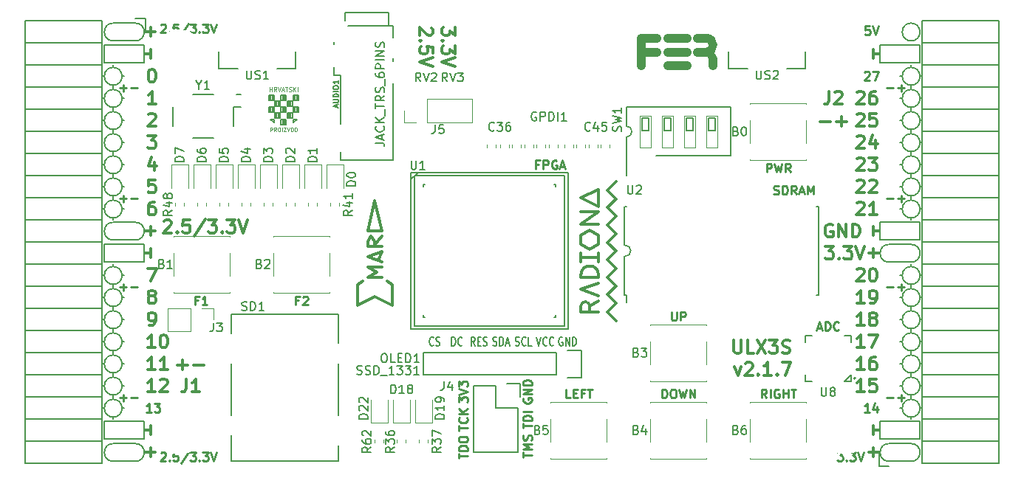
<source format=gto>
G04 #@! TF.GenerationSoftware,KiCad,Pcbnew,5.0.0+dfsg1-2*
G04 #@! TF.CreationDate,2018-09-11T20:10:46+02:00*
G04 #@! TF.ProjectId,ulx3s,756C7833732E6B696361645F70636200,rev?*
G04 #@! TF.SameCoordinates,Original*
G04 #@! TF.FileFunction,Legend,Top*
G04 #@! TF.FilePolarity,Positive*
%FSLAX46Y46*%
G04 Gerber Fmt 4.6, Leading zero omitted, Abs format (unit mm)*
G04 Created by KiCad (PCBNEW 5.0.0+dfsg1-2) date Tue Sep 11 20:10:46 2018*
%MOMM*%
%LPD*%
G01*
G04 APERTURE LIST*
%ADD10C,0.250000*%
%ADD11C,0.300000*%
%ADD12C,0.200000*%
%ADD13C,0.120000*%
%ADD14C,0.150000*%
%ADD15C,1.000000*%
%ADD16C,0.152400*%
%ADD17C,0.075000*%
%ADD18C,0.100000*%
%ADD19C,0.975000*%
%ADD20C,1.075000*%
%ADD21O,0.660000X1.200000*%
%ADD22R,0.660000X1.200000*%
%ADD23R,1.725000X1.725000*%
%ADD24O,0.400000X1.050000*%
%ADD25O,1.050000X0.400000*%
%ADD26R,1.050000X0.400000*%
%ADD27R,1.220000X2.540000*%
%ADD28R,1.900000X2.000000*%
%ADD29R,0.500000X1.450000*%
%ADD30R,2.000000X2.000000*%
%ADD31R,2.200000X1.700000*%
%ADD32R,2.900000X2.100000*%
%ADD33R,2.900000X2.300000*%
%ADD34R,2.900000X2.900000*%
%ADD35C,1.800000*%
%ADD36R,0.400000X2.000000*%
%ADD37C,2.100000*%
%ADD38C,0.500000*%
%ADD39R,0.800000X1.600000*%
%ADD40R,1.550000X1.000000*%
%ADD41R,1.550000X2.100000*%
%ADD42R,2.300000X1.900000*%
%ADD43R,1.827200X2.132000*%
%ADD44O,1.827200X2.132000*%
%ADD45O,1.827200X1.827200*%
%ADD46R,1.827200X1.827200*%
%ADD47C,5.600000*%
%ADD48R,1.800000X1.800000*%
%ADD49O,1.800000X1.800000*%
%ADD50R,1.395000X1.500000*%
%ADD51R,1.650000X1.400000*%
G04 APERTURE END LIST*
D10*
X116641666Y-93497571D02*
X116308333Y-93497571D01*
X116308333Y-94021380D02*
X116308333Y-93021380D01*
X116784523Y-93021380D01*
X117117857Y-93116619D02*
X117165476Y-93069000D01*
X117260714Y-93021380D01*
X117498809Y-93021380D01*
X117594047Y-93069000D01*
X117641666Y-93116619D01*
X117689285Y-93211857D01*
X117689285Y-93307095D01*
X117641666Y-93449952D01*
X117070238Y-94021380D01*
X117689285Y-94021380D01*
X105084666Y-93497571D02*
X104751333Y-93497571D01*
X104751333Y-94021380D02*
X104751333Y-93021380D01*
X105227523Y-93021380D01*
X106132285Y-94021380D02*
X105560857Y-94021380D01*
X105846571Y-94021380D02*
X105846571Y-93021380D01*
X105751333Y-93164238D01*
X105656095Y-93259476D01*
X105560857Y-93307095D01*
X170236666Y-104689380D02*
X169903333Y-104213190D01*
X169665238Y-104689380D02*
X169665238Y-103689380D01*
X170046190Y-103689380D01*
X170141428Y-103737000D01*
X170189047Y-103784619D01*
X170236666Y-103879857D01*
X170236666Y-104022714D01*
X170189047Y-104117952D01*
X170141428Y-104165571D01*
X170046190Y-104213190D01*
X169665238Y-104213190D01*
X170665238Y-104689380D02*
X170665238Y-103689380D01*
X171665238Y-103737000D02*
X171570000Y-103689380D01*
X171427142Y-103689380D01*
X171284285Y-103737000D01*
X171189047Y-103832238D01*
X171141428Y-103927476D01*
X171093809Y-104117952D01*
X171093809Y-104260809D01*
X171141428Y-104451285D01*
X171189047Y-104546523D01*
X171284285Y-104641761D01*
X171427142Y-104689380D01*
X171522380Y-104689380D01*
X171665238Y-104641761D01*
X171712857Y-104594142D01*
X171712857Y-104260809D01*
X171522380Y-104260809D01*
X172141428Y-104689380D02*
X172141428Y-103689380D01*
X172141428Y-104165571D02*
X172712857Y-104165571D01*
X172712857Y-104689380D02*
X172712857Y-103689380D01*
X173046190Y-103689380D02*
X173617619Y-103689380D01*
X173331904Y-104689380D02*
X173331904Y-103689380D01*
X159354285Y-94799380D02*
X159354285Y-95608904D01*
X159401904Y-95704142D01*
X159449523Y-95751761D01*
X159544761Y-95799380D01*
X159735238Y-95799380D01*
X159830476Y-95751761D01*
X159878095Y-95704142D01*
X159925714Y-95608904D01*
X159925714Y-94799380D01*
X160401904Y-95799380D02*
X160401904Y-94799380D01*
X160782857Y-94799380D01*
X160878095Y-94847000D01*
X160925714Y-94894619D01*
X160973333Y-94989857D01*
X160973333Y-95132714D01*
X160925714Y-95227952D01*
X160878095Y-95275571D01*
X160782857Y-95323190D01*
X160401904Y-95323190D01*
X158259047Y-104689380D02*
X158259047Y-103689380D01*
X158497142Y-103689380D01*
X158640000Y-103737000D01*
X158735238Y-103832238D01*
X158782857Y-103927476D01*
X158830476Y-104117952D01*
X158830476Y-104260809D01*
X158782857Y-104451285D01*
X158735238Y-104546523D01*
X158640000Y-104641761D01*
X158497142Y-104689380D01*
X158259047Y-104689380D01*
X159449523Y-103689380D02*
X159640000Y-103689380D01*
X159735238Y-103737000D01*
X159830476Y-103832238D01*
X159878095Y-104022714D01*
X159878095Y-104356047D01*
X159830476Y-104546523D01*
X159735238Y-104641761D01*
X159640000Y-104689380D01*
X159449523Y-104689380D01*
X159354285Y-104641761D01*
X159259047Y-104546523D01*
X159211428Y-104356047D01*
X159211428Y-104022714D01*
X159259047Y-103832238D01*
X159354285Y-103737000D01*
X159449523Y-103689380D01*
X160211428Y-103689380D02*
X160449523Y-104689380D01*
X160640000Y-103975095D01*
X160830476Y-104689380D01*
X161068571Y-103689380D01*
X161449523Y-104689380D02*
X161449523Y-103689380D01*
X162020952Y-104689380D01*
X162020952Y-103689380D01*
X147757619Y-104689380D02*
X147281428Y-104689380D01*
X147281428Y-103689380D01*
X148090952Y-104165571D02*
X148424285Y-104165571D01*
X148567142Y-104689380D02*
X148090952Y-104689380D01*
X148090952Y-103689380D01*
X148567142Y-103689380D01*
X149329047Y-104165571D02*
X148995714Y-104165571D01*
X148995714Y-104689380D02*
X148995714Y-103689380D01*
X149471904Y-103689380D01*
X149710000Y-103689380D02*
X150281428Y-103689380D01*
X149995714Y-104689380D02*
X149995714Y-103689380D01*
X170251666Y-78781380D02*
X170251666Y-77781380D01*
X170632619Y-77781380D01*
X170727857Y-77829000D01*
X170775476Y-77876619D01*
X170823095Y-77971857D01*
X170823095Y-78114714D01*
X170775476Y-78209952D01*
X170727857Y-78257571D01*
X170632619Y-78305190D01*
X170251666Y-78305190D01*
X171156428Y-77781380D02*
X171394523Y-78781380D01*
X171585000Y-78067095D01*
X171775476Y-78781380D01*
X172013571Y-77781380D01*
X172965952Y-78781380D02*
X172632619Y-78305190D01*
X172394523Y-78781380D02*
X172394523Y-77781380D01*
X172775476Y-77781380D01*
X172870714Y-77829000D01*
X172918333Y-77876619D01*
X172965952Y-77971857D01*
X172965952Y-78114714D01*
X172918333Y-78209952D01*
X172870714Y-78257571D01*
X172775476Y-78305190D01*
X172394523Y-78305190D01*
D11*
X134560428Y-62144714D02*
X134560428Y-63073285D01*
X133989000Y-62573285D01*
X133989000Y-62787571D01*
X133917571Y-62930428D01*
X133846142Y-63001857D01*
X133703285Y-63073285D01*
X133346142Y-63073285D01*
X133203285Y-63001857D01*
X133131857Y-62930428D01*
X133060428Y-62787571D01*
X133060428Y-62359000D01*
X133131857Y-62216142D01*
X133203285Y-62144714D01*
X133203285Y-63716142D02*
X133131857Y-63787571D01*
X133060428Y-63716142D01*
X133131857Y-63644714D01*
X133203285Y-63716142D01*
X133060428Y-63716142D01*
X134560428Y-64287571D02*
X134560428Y-65216142D01*
X133989000Y-64716142D01*
X133989000Y-64930428D01*
X133917571Y-65073285D01*
X133846142Y-65144714D01*
X133703285Y-65216142D01*
X133346142Y-65216142D01*
X133203285Y-65144714D01*
X133131857Y-65073285D01*
X133060428Y-64930428D01*
X133060428Y-64501857D01*
X133131857Y-64359000D01*
X133203285Y-64287571D01*
X134560428Y-65644714D02*
X133060428Y-66144714D01*
X134560428Y-66644714D01*
X131877571Y-62216142D02*
X131949000Y-62287571D01*
X132020428Y-62430428D01*
X132020428Y-62787571D01*
X131949000Y-62930428D01*
X131877571Y-63001857D01*
X131734714Y-63073285D01*
X131591857Y-63073285D01*
X131377571Y-63001857D01*
X130520428Y-62144714D01*
X130520428Y-63073285D01*
X130663285Y-63716142D02*
X130591857Y-63787571D01*
X130520428Y-63716142D01*
X130591857Y-63644714D01*
X130663285Y-63716142D01*
X130520428Y-63716142D01*
X132020428Y-65144714D02*
X132020428Y-64430428D01*
X131306142Y-64359000D01*
X131377571Y-64430428D01*
X131449000Y-64573285D01*
X131449000Y-64930428D01*
X131377571Y-65073285D01*
X131306142Y-65144714D01*
X131163285Y-65216142D01*
X130806142Y-65216142D01*
X130663285Y-65144714D01*
X130591857Y-65073285D01*
X130520428Y-64930428D01*
X130520428Y-64573285D01*
X130591857Y-64430428D01*
X130663285Y-64359000D01*
X132020428Y-65644714D02*
X130520428Y-66144714D01*
X132020428Y-66644714D01*
X102760000Y-100897142D02*
X103902857Y-100897142D01*
X103331428Y-101468571D02*
X103331428Y-100325714D01*
X104617142Y-100897142D02*
X105760000Y-100897142D01*
X166592714Y-101121571D02*
X166949857Y-102121571D01*
X167307000Y-101121571D01*
X167807000Y-100764428D02*
X167878428Y-100693000D01*
X168021285Y-100621571D01*
X168378428Y-100621571D01*
X168521285Y-100693000D01*
X168592714Y-100764428D01*
X168664142Y-100907285D01*
X168664142Y-101050142D01*
X168592714Y-101264428D01*
X167735571Y-102121571D01*
X168664142Y-102121571D01*
X169307000Y-101978714D02*
X169378428Y-102050142D01*
X169307000Y-102121571D01*
X169235571Y-102050142D01*
X169307000Y-101978714D01*
X169307000Y-102121571D01*
X170807000Y-102121571D02*
X169949857Y-102121571D01*
X170378428Y-102121571D02*
X170378428Y-100621571D01*
X170235571Y-100835857D01*
X170092714Y-100978714D01*
X169949857Y-101050142D01*
X171449857Y-101978714D02*
X171521285Y-102050142D01*
X171449857Y-102121571D01*
X171378428Y-102050142D01*
X171449857Y-101978714D01*
X171449857Y-102121571D01*
X172021285Y-100621571D02*
X173021285Y-100621571D01*
X172378428Y-102121571D01*
X182492000Y-87582000D02*
X182492000Y-88598000D01*
X181984000Y-88090000D02*
X183254000Y-88090000D01*
X182492000Y-110442000D02*
X182492000Y-111458000D01*
X183254000Y-110950000D02*
X181984000Y-110950000D01*
X99688000Y-110442000D02*
X99688000Y-111458000D01*
X98926000Y-110950000D02*
X100196000Y-110950000D01*
X99688000Y-62182000D02*
X99688000Y-63198000D01*
X98926000Y-62690000D02*
X100196000Y-62690000D01*
X99688000Y-85042000D02*
X99688000Y-86058000D01*
X98926000Y-85550000D02*
X100196000Y-85550000D01*
D12*
X97910000Y-63706000D02*
G75*
G03X97910000Y-61674000I0J1016000D01*
G01*
X184270000Y-109934000D02*
G75*
G03X184270000Y-111966000I0J-1016000D01*
G01*
X95370000Y-111966000D02*
X97910000Y-111966000D01*
X95370000Y-109934000D02*
X97910000Y-109934000D01*
X97910000Y-111966000D02*
G75*
G03X97910000Y-109934000I0J1016000D01*
G01*
X95370000Y-109934000D02*
G75*
G03X95370000Y-111966000I0J-1016000D01*
G01*
X95370000Y-61674000D02*
X97910000Y-61674000D01*
X95370000Y-63706000D02*
X97910000Y-63706000D01*
X95370000Y-61674000D02*
G75*
G03X95370000Y-63706000I0J-1016000D01*
G01*
X95370000Y-84534000D02*
X97910000Y-84534000D01*
X95370000Y-86566000D02*
X97910000Y-86566000D01*
X95370000Y-84534000D02*
G75*
G03X95370000Y-86566000I0J-1016000D01*
G01*
X97910000Y-86566000D02*
G75*
G03X97910000Y-84534000I0J1016000D01*
G01*
X187826000Y-62690000D02*
G75*
G03X187826000Y-62690000I-1016000J0D01*
G01*
X184270000Y-89106000D02*
X186810000Y-89106000D01*
X184270000Y-87074000D02*
X186810000Y-87074000D01*
X184270000Y-87074000D02*
G75*
G03X184270000Y-89106000I0J-1016000D01*
G01*
X186810000Y-89106000D02*
G75*
G03X186810000Y-87074000I0J1016000D01*
G01*
X186810000Y-111966000D02*
X184270000Y-111966000D01*
X186810000Y-109934000D02*
X184270000Y-109934000D01*
X186810000Y-111966000D02*
G75*
G03X186810000Y-109934000I0J1016000D01*
G01*
X94354000Y-66246000D02*
X94354000Y-64214000D01*
X98926000Y-66246000D02*
X94354000Y-66246000D01*
X98926000Y-64214000D02*
X98926000Y-66246000D01*
X94354000Y-64214000D02*
X98926000Y-64214000D01*
X94354000Y-87074000D02*
X98926000Y-87074000D01*
X94354000Y-89106000D02*
X94354000Y-87074000D01*
X98926000Y-89106000D02*
X94354000Y-89106000D01*
X98926000Y-87074000D02*
X98926000Y-89106000D01*
X94354000Y-109426000D02*
X98926000Y-109426000D01*
X94354000Y-107394000D02*
X94354000Y-109426000D01*
X98926000Y-107394000D02*
X94354000Y-107394000D01*
X98926000Y-109426000D02*
X98926000Y-107394000D01*
X183254000Y-109426000D02*
X187826000Y-109426000D01*
X183254000Y-107394000D02*
X183254000Y-109426000D01*
X187826000Y-107394000D02*
X187826000Y-109426000D01*
X183254000Y-107394000D02*
X187826000Y-107394000D01*
X183254000Y-66246000D02*
X187826000Y-66246000D01*
X183254000Y-64214000D02*
X183254000Y-66246000D01*
X187826000Y-64214000D02*
X183254000Y-64214000D01*
X187826000Y-66246000D02*
X187826000Y-64214000D01*
X183254000Y-84534000D02*
X187826000Y-84534000D01*
X183254000Y-86566000D02*
X183254000Y-84534000D01*
X187826000Y-86566000D02*
X183254000Y-86566000D01*
X187826000Y-84534000D02*
X187826000Y-86566000D01*
D10*
X96148000Y-69111428D02*
X96909904Y-69111428D01*
X96528952Y-69492380D02*
X96528952Y-68730476D01*
X97386095Y-69111428D02*
X98148000Y-69111428D01*
X96148000Y-81811428D02*
X96909904Y-81811428D01*
X96528952Y-82192380D02*
X96528952Y-81430476D01*
X97386095Y-81811428D02*
X98148000Y-81811428D01*
X96148000Y-91971428D02*
X96909904Y-91971428D01*
X96528952Y-92352380D02*
X96528952Y-91590476D01*
X97386095Y-91971428D02*
X98148000Y-91971428D01*
X96148000Y-104671428D02*
X96909904Y-104671428D01*
X96528952Y-105052380D02*
X96528952Y-104290476D01*
X97386095Y-104671428D02*
X98148000Y-104671428D01*
X184032000Y-104671428D02*
X184793904Y-104671428D01*
X185270095Y-104671428D02*
X186032000Y-104671428D01*
X185651047Y-105052380D02*
X185651047Y-104290476D01*
X184032000Y-91971428D02*
X184793904Y-91971428D01*
X185270095Y-91971428D02*
X186032000Y-91971428D01*
X185651047Y-92352380D02*
X185651047Y-91590476D01*
X184032000Y-81811428D02*
X184793904Y-81811428D01*
X185270095Y-81811428D02*
X186032000Y-81811428D01*
X185651047Y-82192380D02*
X185651047Y-81430476D01*
X184032000Y-69111428D02*
X184793904Y-69111428D01*
X185270095Y-69111428D02*
X186032000Y-69111428D01*
X185651047Y-69492380D02*
X185651047Y-68730476D01*
D11*
X176420000Y-72957142D02*
X177562857Y-72957142D01*
X178277142Y-72957142D02*
X179420000Y-72957142D01*
X178848571Y-73528571D02*
X178848571Y-72385714D01*
D12*
X187826000Y-67770000D02*
G75*
G03X187826000Y-67770000I-1016000J0D01*
G01*
X187826000Y-70310000D02*
G75*
G03X187826000Y-70310000I-1016000J0D01*
G01*
X187826000Y-72850000D02*
G75*
G03X187826000Y-72850000I-1016000J0D01*
G01*
X187826000Y-75390000D02*
G75*
G03X187826000Y-75390000I-1016000J0D01*
G01*
X187826000Y-77930000D02*
G75*
G03X187826000Y-77930000I-1016000J0D01*
G01*
X187826000Y-80470000D02*
G75*
G03X187826000Y-80470000I-1016000J0D01*
G01*
X187826000Y-83010000D02*
G75*
G03X187826000Y-83010000I-1016000J0D01*
G01*
X187826000Y-90630000D02*
G75*
G03X187826000Y-90630000I-1016000J0D01*
G01*
X187826000Y-93170000D02*
G75*
G03X187826000Y-93170000I-1016000J0D01*
G01*
X187826000Y-95710000D02*
G75*
G03X187826000Y-95710000I-1016000J0D01*
G01*
X187826000Y-98250000D02*
G75*
G03X187826000Y-98250000I-1016000J0D01*
G01*
X187826000Y-100790000D02*
G75*
G03X187826000Y-100790000I-1016000J0D01*
G01*
X187826000Y-103330000D02*
G75*
G03X187826000Y-103330000I-1016000J0D01*
G01*
X187826000Y-105870000D02*
G75*
G03X187826000Y-105870000I-1016000J0D01*
G01*
X96386000Y-105870000D02*
G75*
G03X96386000Y-105870000I-1016000J0D01*
G01*
X96386000Y-103330000D02*
G75*
G03X96386000Y-103330000I-1016000J0D01*
G01*
X96386000Y-100790000D02*
G75*
G03X96386000Y-100790000I-1016000J0D01*
G01*
X96386000Y-98250000D02*
G75*
G03X96386000Y-98250000I-1016000J0D01*
G01*
X96386000Y-95710000D02*
G75*
G03X96386000Y-95710000I-1016000J0D01*
G01*
X96386000Y-93170000D02*
G75*
G03X96386000Y-93170000I-1016000J0D01*
G01*
X96386000Y-90630000D02*
G75*
G03X96386000Y-90630000I-1016000J0D01*
G01*
X96386000Y-83010000D02*
G75*
G03X96386000Y-83010000I-1016000J0D01*
G01*
X96386000Y-80470000D02*
G75*
G03X96386000Y-80470000I-1016000J0D01*
G01*
X96386000Y-77930000D02*
G75*
G03X96386000Y-77930000I-1016000J0D01*
G01*
X96386000Y-75390000D02*
G75*
G03X96386000Y-75390000I-1016000J0D01*
G01*
X96386000Y-72850000D02*
G75*
G03X96386000Y-72850000I-1016000J0D01*
G01*
X96386000Y-70310000D02*
G75*
G03X96386000Y-70310000I-1016000J0D01*
G01*
X96386000Y-67770000D02*
G75*
G03X96386000Y-67770000I-1016000J0D01*
G01*
D11*
X177793142Y-84800000D02*
X177650285Y-84728571D01*
X177436000Y-84728571D01*
X177221714Y-84800000D01*
X177078857Y-84942857D01*
X177007428Y-85085714D01*
X176936000Y-85371428D01*
X176936000Y-85585714D01*
X177007428Y-85871428D01*
X177078857Y-86014285D01*
X177221714Y-86157142D01*
X177436000Y-86228571D01*
X177578857Y-86228571D01*
X177793142Y-86157142D01*
X177864571Y-86085714D01*
X177864571Y-85585714D01*
X177578857Y-85585714D01*
X178507428Y-86228571D02*
X178507428Y-84728571D01*
X179364571Y-86228571D01*
X179364571Y-84728571D01*
X180078857Y-86228571D02*
X180078857Y-84728571D01*
X180436000Y-84728571D01*
X180650285Y-84800000D01*
X180793142Y-84942857D01*
X180864571Y-85085714D01*
X180936000Y-85371428D01*
X180936000Y-85585714D01*
X180864571Y-85871428D01*
X180793142Y-86014285D01*
X180650285Y-86157142D01*
X180436000Y-86228571D01*
X180078857Y-86228571D01*
X182492000Y-86058000D02*
X182492000Y-85042000D01*
X183254000Y-85550000D02*
X182492000Y-85550000D01*
X182492000Y-107902000D02*
X182492000Y-108918000D01*
X182492000Y-108410000D02*
X183254000Y-108410000D01*
D10*
X182047523Y-106322380D02*
X181476095Y-106322380D01*
X181761809Y-106322380D02*
X181761809Y-105322380D01*
X181666571Y-105465238D01*
X181571333Y-105560476D01*
X181476095Y-105608095D01*
X182904666Y-105655714D02*
X182904666Y-106322380D01*
X182666571Y-105274761D02*
X182428476Y-105989047D01*
X183047523Y-105989047D01*
X181476095Y-67317619D02*
X181523714Y-67270000D01*
X181618952Y-67222380D01*
X181857047Y-67222380D01*
X181952285Y-67270000D01*
X181999904Y-67317619D01*
X182047523Y-67412857D01*
X182047523Y-67508095D01*
X181999904Y-67650952D01*
X181428476Y-68222380D01*
X182047523Y-68222380D01*
X182380857Y-67222380D02*
X183047523Y-67222380D01*
X182618952Y-68222380D01*
D11*
X182492000Y-64722000D02*
X182492000Y-65738000D01*
X182492000Y-65230000D02*
X183254000Y-65230000D01*
X99688000Y-107902000D02*
X99688000Y-108918000D01*
X98926000Y-108410000D02*
X99688000Y-108410000D01*
X99315000Y-74568571D02*
X100243571Y-74568571D01*
X99743571Y-75140000D01*
X99957857Y-75140000D01*
X100100714Y-75211428D01*
X100172142Y-75282857D01*
X100243571Y-75425714D01*
X100243571Y-75782857D01*
X100172142Y-75925714D01*
X100100714Y-75997142D01*
X99957857Y-76068571D01*
X99529285Y-76068571D01*
X99386428Y-75997142D01*
X99315000Y-75925714D01*
X100100714Y-77608571D02*
X100100714Y-78608571D01*
X99743571Y-77037142D02*
X99386428Y-78108571D01*
X100315000Y-78108571D01*
X100172142Y-79648571D02*
X99457857Y-79648571D01*
X99386428Y-80362857D01*
X99457857Y-80291428D01*
X99600714Y-80220000D01*
X99957857Y-80220000D01*
X100100714Y-80291428D01*
X100172142Y-80362857D01*
X100243571Y-80505714D01*
X100243571Y-80862857D01*
X100172142Y-81005714D01*
X100100714Y-81077142D01*
X99957857Y-81148571D01*
X99600714Y-81148571D01*
X99457857Y-81077142D01*
X99386428Y-81005714D01*
D10*
X99751523Y-106322380D02*
X99180095Y-106322380D01*
X99465809Y-106322380D02*
X99465809Y-105322380D01*
X99370571Y-105465238D01*
X99275333Y-105560476D01*
X99180095Y-105608095D01*
X100084857Y-105322380D02*
X100703904Y-105322380D01*
X100370571Y-105703333D01*
X100513428Y-105703333D01*
X100608666Y-105750952D01*
X100656285Y-105798571D01*
X100703904Y-105893809D01*
X100703904Y-106131904D01*
X100656285Y-106227142D01*
X100608666Y-106274761D01*
X100513428Y-106322380D01*
X100227714Y-106322380D01*
X100132476Y-106274761D01*
X100084857Y-106227142D01*
D11*
X99315000Y-89808571D02*
X100315000Y-89808571D01*
X99672142Y-91308571D01*
X99688000Y-87582000D02*
X99688000Y-88598000D01*
X98926000Y-88090000D02*
X99688000Y-88090000D01*
X99688000Y-64722000D02*
X99688000Y-65738000D01*
X98926000Y-65230000D02*
X99688000Y-65230000D01*
D10*
X100817976Y-61874619D02*
X100865595Y-61827000D01*
X100960833Y-61779380D01*
X101198928Y-61779380D01*
X101294166Y-61827000D01*
X101341785Y-61874619D01*
X101389404Y-61969857D01*
X101389404Y-62065095D01*
X101341785Y-62207952D01*
X100770357Y-62779380D01*
X101389404Y-62779380D01*
X101817976Y-62684142D02*
X101865595Y-62731761D01*
X101817976Y-62779380D01*
X101770357Y-62731761D01*
X101817976Y-62684142D01*
X101817976Y-62779380D01*
X102770357Y-61779380D02*
X102294166Y-61779380D01*
X102246547Y-62255571D01*
X102294166Y-62207952D01*
X102389404Y-62160333D01*
X102627500Y-62160333D01*
X102722738Y-62207952D01*
X102770357Y-62255571D01*
X102817976Y-62350809D01*
X102817976Y-62588904D01*
X102770357Y-62684142D01*
X102722738Y-62731761D01*
X102627500Y-62779380D01*
X102389404Y-62779380D01*
X102294166Y-62731761D01*
X102246547Y-62684142D01*
X103960833Y-61731761D02*
X103103690Y-63017476D01*
X104198928Y-61779380D02*
X104817976Y-61779380D01*
X104484642Y-62160333D01*
X104627500Y-62160333D01*
X104722738Y-62207952D01*
X104770357Y-62255571D01*
X104817976Y-62350809D01*
X104817976Y-62588904D01*
X104770357Y-62684142D01*
X104722738Y-62731761D01*
X104627500Y-62779380D01*
X104341785Y-62779380D01*
X104246547Y-62731761D01*
X104198928Y-62684142D01*
X105246547Y-62684142D02*
X105294166Y-62731761D01*
X105246547Y-62779380D01*
X105198928Y-62731761D01*
X105246547Y-62684142D01*
X105246547Y-62779380D01*
X105627500Y-61779380D02*
X106246547Y-61779380D01*
X105913214Y-62160333D01*
X106056071Y-62160333D01*
X106151309Y-62207952D01*
X106198928Y-62255571D01*
X106246547Y-62350809D01*
X106246547Y-62588904D01*
X106198928Y-62684142D01*
X106151309Y-62731761D01*
X106056071Y-62779380D01*
X105770357Y-62779380D01*
X105675119Y-62731761D01*
X105627500Y-62684142D01*
X106532261Y-61779380D02*
X106865595Y-62779380D01*
X107198928Y-61779380D01*
X178360261Y-110910380D02*
X178979309Y-110910380D01*
X178645976Y-111291333D01*
X178788833Y-111291333D01*
X178884071Y-111338952D01*
X178931690Y-111386571D01*
X178979309Y-111481809D01*
X178979309Y-111719904D01*
X178931690Y-111815142D01*
X178884071Y-111862761D01*
X178788833Y-111910380D01*
X178503119Y-111910380D01*
X178407880Y-111862761D01*
X178360261Y-111815142D01*
X179407880Y-111815142D02*
X179455500Y-111862761D01*
X179407880Y-111910380D01*
X179360261Y-111862761D01*
X179407880Y-111815142D01*
X179407880Y-111910380D01*
X179788833Y-110910380D02*
X180407880Y-110910380D01*
X180074547Y-111291333D01*
X180217404Y-111291333D01*
X180312642Y-111338952D01*
X180360261Y-111386571D01*
X180407880Y-111481809D01*
X180407880Y-111719904D01*
X180360261Y-111815142D01*
X180312642Y-111862761D01*
X180217404Y-111910380D01*
X179931690Y-111910380D01*
X179836452Y-111862761D01*
X179788833Y-111815142D01*
X180693595Y-110910380D02*
X181026928Y-111910380D01*
X181360261Y-110910380D01*
D11*
X101199714Y-84381428D02*
X101271142Y-84310000D01*
X101414000Y-84238571D01*
X101771142Y-84238571D01*
X101914000Y-84310000D01*
X101985428Y-84381428D01*
X102056857Y-84524285D01*
X102056857Y-84667142D01*
X101985428Y-84881428D01*
X101128285Y-85738571D01*
X102056857Y-85738571D01*
X102699714Y-85595714D02*
X102771142Y-85667142D01*
X102699714Y-85738571D01*
X102628285Y-85667142D01*
X102699714Y-85595714D01*
X102699714Y-85738571D01*
X104128285Y-84238571D02*
X103414000Y-84238571D01*
X103342571Y-84952857D01*
X103414000Y-84881428D01*
X103556857Y-84810000D01*
X103914000Y-84810000D01*
X104056857Y-84881428D01*
X104128285Y-84952857D01*
X104199714Y-85095714D01*
X104199714Y-85452857D01*
X104128285Y-85595714D01*
X104056857Y-85667142D01*
X103914000Y-85738571D01*
X103556857Y-85738571D01*
X103414000Y-85667142D01*
X103342571Y-85595714D01*
X105914000Y-84167142D02*
X104628285Y-86095714D01*
X106271142Y-84238571D02*
X107199714Y-84238571D01*
X106699714Y-84810000D01*
X106914000Y-84810000D01*
X107056857Y-84881428D01*
X107128285Y-84952857D01*
X107199714Y-85095714D01*
X107199714Y-85452857D01*
X107128285Y-85595714D01*
X107056857Y-85667142D01*
X106914000Y-85738571D01*
X106485428Y-85738571D01*
X106342571Y-85667142D01*
X106271142Y-85595714D01*
X107842571Y-85595714D02*
X107914000Y-85667142D01*
X107842571Y-85738571D01*
X107771142Y-85667142D01*
X107842571Y-85595714D01*
X107842571Y-85738571D01*
X108414000Y-84238571D02*
X109342571Y-84238571D01*
X108842571Y-84810000D01*
X109056857Y-84810000D01*
X109199714Y-84881428D01*
X109271142Y-84952857D01*
X109342571Y-85095714D01*
X109342571Y-85452857D01*
X109271142Y-85595714D01*
X109199714Y-85667142D01*
X109056857Y-85738571D01*
X108628285Y-85738571D01*
X108485428Y-85667142D01*
X108414000Y-85595714D01*
X109771142Y-84238571D02*
X110271142Y-85738571D01*
X110771142Y-84238571D01*
D10*
X100817976Y-111023619D02*
X100865595Y-110976000D01*
X100960833Y-110928380D01*
X101198928Y-110928380D01*
X101294166Y-110976000D01*
X101341785Y-111023619D01*
X101389404Y-111118857D01*
X101389404Y-111214095D01*
X101341785Y-111356952D01*
X100770357Y-111928380D01*
X101389404Y-111928380D01*
X101817976Y-111833142D02*
X101865595Y-111880761D01*
X101817976Y-111928380D01*
X101770357Y-111880761D01*
X101817976Y-111833142D01*
X101817976Y-111928380D01*
X102770357Y-110928380D02*
X102294166Y-110928380D01*
X102246547Y-111404571D01*
X102294166Y-111356952D01*
X102389404Y-111309333D01*
X102627500Y-111309333D01*
X102722738Y-111356952D01*
X102770357Y-111404571D01*
X102817976Y-111499809D01*
X102817976Y-111737904D01*
X102770357Y-111833142D01*
X102722738Y-111880761D01*
X102627500Y-111928380D01*
X102389404Y-111928380D01*
X102294166Y-111880761D01*
X102246547Y-111833142D01*
X103960833Y-110880761D02*
X103103690Y-112166476D01*
X104198928Y-110928380D02*
X104817976Y-110928380D01*
X104484642Y-111309333D01*
X104627500Y-111309333D01*
X104722738Y-111356952D01*
X104770357Y-111404571D01*
X104817976Y-111499809D01*
X104817976Y-111737904D01*
X104770357Y-111833142D01*
X104722738Y-111880761D01*
X104627500Y-111928380D01*
X104341785Y-111928380D01*
X104246547Y-111880761D01*
X104198928Y-111833142D01*
X105246547Y-111833142D02*
X105294166Y-111880761D01*
X105246547Y-111928380D01*
X105198928Y-111880761D01*
X105246547Y-111833142D01*
X105246547Y-111928380D01*
X105627500Y-110928380D02*
X106246547Y-110928380D01*
X105913214Y-111309333D01*
X106056071Y-111309333D01*
X106151309Y-111356952D01*
X106198928Y-111404571D01*
X106246547Y-111499809D01*
X106246547Y-111737904D01*
X106198928Y-111833142D01*
X106151309Y-111880761D01*
X106056071Y-111928380D01*
X105770357Y-111928380D01*
X105675119Y-111880761D01*
X105627500Y-111833142D01*
X106532261Y-110928380D02*
X106865595Y-111928380D01*
X107198928Y-110928380D01*
X182047523Y-62015380D02*
X181571333Y-62015380D01*
X181523714Y-62491571D01*
X181571333Y-62443952D01*
X181666571Y-62396333D01*
X181904666Y-62396333D01*
X181999904Y-62443952D01*
X182047523Y-62491571D01*
X182095142Y-62586809D01*
X182095142Y-62824904D01*
X182047523Y-62920142D01*
X181999904Y-62967761D01*
X181904666Y-63015380D01*
X181666571Y-63015380D01*
X181571333Y-62967761D01*
X181523714Y-62920142D01*
X182380857Y-62015380D02*
X182714190Y-63015380D01*
X183047523Y-62015380D01*
D11*
X180587142Y-69631428D02*
X180658571Y-69560000D01*
X180801428Y-69488571D01*
X181158571Y-69488571D01*
X181301428Y-69560000D01*
X181372857Y-69631428D01*
X181444285Y-69774285D01*
X181444285Y-69917142D01*
X181372857Y-70131428D01*
X180515714Y-70988571D01*
X181444285Y-70988571D01*
X182730000Y-69488571D02*
X182444285Y-69488571D01*
X182301428Y-69560000D01*
X182230000Y-69631428D01*
X182087142Y-69845714D01*
X182015714Y-70131428D01*
X182015714Y-70702857D01*
X182087142Y-70845714D01*
X182158571Y-70917142D01*
X182301428Y-70988571D01*
X182587142Y-70988571D01*
X182730000Y-70917142D01*
X182801428Y-70845714D01*
X182872857Y-70702857D01*
X182872857Y-70345714D01*
X182801428Y-70202857D01*
X182730000Y-70131428D01*
X182587142Y-70060000D01*
X182301428Y-70060000D01*
X182158571Y-70131428D01*
X182087142Y-70202857D01*
X182015714Y-70345714D01*
X180587142Y-72171428D02*
X180658571Y-72100000D01*
X180801428Y-72028571D01*
X181158571Y-72028571D01*
X181301428Y-72100000D01*
X181372857Y-72171428D01*
X181444285Y-72314285D01*
X181444285Y-72457142D01*
X181372857Y-72671428D01*
X180515714Y-73528571D01*
X181444285Y-73528571D01*
X182801428Y-72028571D02*
X182087142Y-72028571D01*
X182015714Y-72742857D01*
X182087142Y-72671428D01*
X182230000Y-72600000D01*
X182587142Y-72600000D01*
X182730000Y-72671428D01*
X182801428Y-72742857D01*
X182872857Y-72885714D01*
X182872857Y-73242857D01*
X182801428Y-73385714D01*
X182730000Y-73457142D01*
X182587142Y-73528571D01*
X182230000Y-73528571D01*
X182087142Y-73457142D01*
X182015714Y-73385714D01*
X180587142Y-74711428D02*
X180658571Y-74640000D01*
X180801428Y-74568571D01*
X181158571Y-74568571D01*
X181301428Y-74640000D01*
X181372857Y-74711428D01*
X181444285Y-74854285D01*
X181444285Y-74997142D01*
X181372857Y-75211428D01*
X180515714Y-76068571D01*
X181444285Y-76068571D01*
X182730000Y-75068571D02*
X182730000Y-76068571D01*
X182372857Y-74497142D02*
X182015714Y-75568571D01*
X182944285Y-75568571D01*
X180587142Y-77251428D02*
X180658571Y-77180000D01*
X180801428Y-77108571D01*
X181158571Y-77108571D01*
X181301428Y-77180000D01*
X181372857Y-77251428D01*
X181444285Y-77394285D01*
X181444285Y-77537142D01*
X181372857Y-77751428D01*
X180515714Y-78608571D01*
X181444285Y-78608571D01*
X181944285Y-77108571D02*
X182872857Y-77108571D01*
X182372857Y-77680000D01*
X182587142Y-77680000D01*
X182730000Y-77751428D01*
X182801428Y-77822857D01*
X182872857Y-77965714D01*
X182872857Y-78322857D01*
X182801428Y-78465714D01*
X182730000Y-78537142D01*
X182587142Y-78608571D01*
X182158571Y-78608571D01*
X182015714Y-78537142D01*
X181944285Y-78465714D01*
X180587142Y-79791428D02*
X180658571Y-79720000D01*
X180801428Y-79648571D01*
X181158571Y-79648571D01*
X181301428Y-79720000D01*
X181372857Y-79791428D01*
X181444285Y-79934285D01*
X181444285Y-80077142D01*
X181372857Y-80291428D01*
X180515714Y-81148571D01*
X181444285Y-81148571D01*
X182015714Y-79791428D02*
X182087142Y-79720000D01*
X182230000Y-79648571D01*
X182587142Y-79648571D01*
X182730000Y-79720000D01*
X182801428Y-79791428D01*
X182872857Y-79934285D01*
X182872857Y-80077142D01*
X182801428Y-80291428D01*
X181944285Y-81148571D01*
X182872857Y-81148571D01*
X180587142Y-82331428D02*
X180658571Y-82260000D01*
X180801428Y-82188571D01*
X181158571Y-82188571D01*
X181301428Y-82260000D01*
X181372857Y-82331428D01*
X181444285Y-82474285D01*
X181444285Y-82617142D01*
X181372857Y-82831428D01*
X180515714Y-83688571D01*
X181444285Y-83688571D01*
X182872857Y-83688571D02*
X182015714Y-83688571D01*
X182444285Y-83688571D02*
X182444285Y-82188571D01*
X182301428Y-82402857D01*
X182158571Y-82545714D01*
X182015714Y-82617142D01*
X176975714Y-87268571D02*
X177904285Y-87268571D01*
X177404285Y-87840000D01*
X177618571Y-87840000D01*
X177761428Y-87911428D01*
X177832857Y-87982857D01*
X177904285Y-88125714D01*
X177904285Y-88482857D01*
X177832857Y-88625714D01*
X177761428Y-88697142D01*
X177618571Y-88768571D01*
X177190000Y-88768571D01*
X177047142Y-88697142D01*
X176975714Y-88625714D01*
X178547142Y-88625714D02*
X178618571Y-88697142D01*
X178547142Y-88768571D01*
X178475714Y-88697142D01*
X178547142Y-88625714D01*
X178547142Y-88768571D01*
X179118571Y-87268571D02*
X180047142Y-87268571D01*
X179547142Y-87840000D01*
X179761428Y-87840000D01*
X179904285Y-87911428D01*
X179975714Y-87982857D01*
X180047142Y-88125714D01*
X180047142Y-88482857D01*
X179975714Y-88625714D01*
X179904285Y-88697142D01*
X179761428Y-88768571D01*
X179332857Y-88768571D01*
X179190000Y-88697142D01*
X179118571Y-88625714D01*
X180475714Y-87268571D02*
X180975714Y-88768571D01*
X181475714Y-87268571D01*
X180587142Y-89951428D02*
X180658571Y-89880000D01*
X180801428Y-89808571D01*
X181158571Y-89808571D01*
X181301428Y-89880000D01*
X181372857Y-89951428D01*
X181444285Y-90094285D01*
X181444285Y-90237142D01*
X181372857Y-90451428D01*
X180515714Y-91308571D01*
X181444285Y-91308571D01*
X182372857Y-89808571D02*
X182515714Y-89808571D01*
X182658571Y-89880000D01*
X182730000Y-89951428D01*
X182801428Y-90094285D01*
X182872857Y-90380000D01*
X182872857Y-90737142D01*
X182801428Y-91022857D01*
X182730000Y-91165714D01*
X182658571Y-91237142D01*
X182515714Y-91308571D01*
X182372857Y-91308571D01*
X182230000Y-91237142D01*
X182158571Y-91165714D01*
X182087142Y-91022857D01*
X182015714Y-90737142D01*
X182015714Y-90380000D01*
X182087142Y-90094285D01*
X182158571Y-89951428D01*
X182230000Y-89880000D01*
X182372857Y-89808571D01*
X181444285Y-93848571D02*
X180587142Y-93848571D01*
X181015714Y-93848571D02*
X181015714Y-92348571D01*
X180872857Y-92562857D01*
X180730000Y-92705714D01*
X180587142Y-92777142D01*
X182158571Y-93848571D02*
X182444285Y-93848571D01*
X182587142Y-93777142D01*
X182658571Y-93705714D01*
X182801428Y-93491428D01*
X182872857Y-93205714D01*
X182872857Y-92634285D01*
X182801428Y-92491428D01*
X182730000Y-92420000D01*
X182587142Y-92348571D01*
X182301428Y-92348571D01*
X182158571Y-92420000D01*
X182087142Y-92491428D01*
X182015714Y-92634285D01*
X182015714Y-92991428D01*
X182087142Y-93134285D01*
X182158571Y-93205714D01*
X182301428Y-93277142D01*
X182587142Y-93277142D01*
X182730000Y-93205714D01*
X182801428Y-93134285D01*
X182872857Y-92991428D01*
X181444285Y-96388571D02*
X180587142Y-96388571D01*
X181015714Y-96388571D02*
X181015714Y-94888571D01*
X180872857Y-95102857D01*
X180730000Y-95245714D01*
X180587142Y-95317142D01*
X182301428Y-95531428D02*
X182158571Y-95460000D01*
X182087142Y-95388571D01*
X182015714Y-95245714D01*
X182015714Y-95174285D01*
X182087142Y-95031428D01*
X182158571Y-94960000D01*
X182301428Y-94888571D01*
X182587142Y-94888571D01*
X182730000Y-94960000D01*
X182801428Y-95031428D01*
X182872857Y-95174285D01*
X182872857Y-95245714D01*
X182801428Y-95388571D01*
X182730000Y-95460000D01*
X182587142Y-95531428D01*
X182301428Y-95531428D01*
X182158571Y-95602857D01*
X182087142Y-95674285D01*
X182015714Y-95817142D01*
X182015714Y-96102857D01*
X182087142Y-96245714D01*
X182158571Y-96317142D01*
X182301428Y-96388571D01*
X182587142Y-96388571D01*
X182730000Y-96317142D01*
X182801428Y-96245714D01*
X182872857Y-96102857D01*
X182872857Y-95817142D01*
X182801428Y-95674285D01*
X182730000Y-95602857D01*
X182587142Y-95531428D01*
X181444285Y-98928571D02*
X180587142Y-98928571D01*
X181015714Y-98928571D02*
X181015714Y-97428571D01*
X180872857Y-97642857D01*
X180730000Y-97785714D01*
X180587142Y-97857142D01*
X181944285Y-97428571D02*
X182944285Y-97428571D01*
X182301428Y-98928571D01*
X181444285Y-101468571D02*
X180587142Y-101468571D01*
X181015714Y-101468571D02*
X181015714Y-99968571D01*
X180872857Y-100182857D01*
X180730000Y-100325714D01*
X180587142Y-100397142D01*
X182730000Y-99968571D02*
X182444285Y-99968571D01*
X182301428Y-100040000D01*
X182230000Y-100111428D01*
X182087142Y-100325714D01*
X182015714Y-100611428D01*
X182015714Y-101182857D01*
X182087142Y-101325714D01*
X182158571Y-101397142D01*
X182301428Y-101468571D01*
X182587142Y-101468571D01*
X182730000Y-101397142D01*
X182801428Y-101325714D01*
X182872857Y-101182857D01*
X182872857Y-100825714D01*
X182801428Y-100682857D01*
X182730000Y-100611428D01*
X182587142Y-100540000D01*
X182301428Y-100540000D01*
X182158571Y-100611428D01*
X182087142Y-100682857D01*
X182015714Y-100825714D01*
X181444285Y-104008571D02*
X180587142Y-104008571D01*
X181015714Y-104008571D02*
X181015714Y-102508571D01*
X180872857Y-102722857D01*
X180730000Y-102865714D01*
X180587142Y-102937142D01*
X182801428Y-102508571D02*
X182087142Y-102508571D01*
X182015714Y-103222857D01*
X182087142Y-103151428D01*
X182230000Y-103080000D01*
X182587142Y-103080000D01*
X182730000Y-103151428D01*
X182801428Y-103222857D01*
X182872857Y-103365714D01*
X182872857Y-103722857D01*
X182801428Y-103865714D01*
X182730000Y-103937142D01*
X182587142Y-104008571D01*
X182230000Y-104008571D01*
X182087142Y-103937142D01*
X182015714Y-103865714D01*
D12*
X186810000Y-66500000D02*
X186810000Y-66754000D01*
X187826000Y-67770000D02*
X188080000Y-67770000D01*
X185540000Y-67770000D02*
X185794000Y-67770000D01*
X186810000Y-69294000D02*
X186810000Y-68786000D01*
X187826000Y-70310000D02*
X188080000Y-70310000D01*
X185540000Y-70310000D02*
X185794000Y-70310000D01*
X186810000Y-71326000D02*
X186810000Y-71834000D01*
X187826000Y-72850000D02*
X188080000Y-72850000D01*
X185540000Y-72850000D02*
X185794000Y-72850000D01*
X186810000Y-73866000D02*
X186810000Y-74374000D01*
X187826000Y-75390000D02*
X188080000Y-75390000D01*
X185540000Y-75390000D02*
X185794000Y-75390000D01*
X186810000Y-76406000D02*
X186810000Y-76914000D01*
X187826000Y-77930000D02*
X188080000Y-77930000D01*
X185540000Y-77930000D02*
X185794000Y-77930000D01*
X186810000Y-79454000D02*
X186810000Y-78946000D01*
X187826000Y-80470000D02*
X188080000Y-80470000D01*
X185540000Y-80470000D02*
X185794000Y-80470000D01*
X186810000Y-81994000D02*
X186810000Y-81486000D01*
X187826000Y-83010000D02*
X188080000Y-83010000D01*
X185540000Y-83010000D02*
X185794000Y-83010000D01*
X186810000Y-84026000D02*
X186810000Y-84280000D01*
X186810000Y-89360000D02*
X186810000Y-89614000D01*
X187826000Y-90630000D02*
X188080000Y-90630000D01*
X185540000Y-90630000D02*
X185794000Y-90630000D01*
X186810000Y-91646000D02*
X186810000Y-92154000D01*
X187826000Y-93170000D02*
X188080000Y-93170000D01*
X185540000Y-93170000D02*
X185794000Y-93170000D01*
X186810000Y-94186000D02*
X186810000Y-94694000D01*
X187826000Y-95710000D02*
X188080000Y-95710000D01*
X185540000Y-95710000D02*
X185794000Y-95710000D01*
X186810000Y-97234000D02*
X186810000Y-96726000D01*
X187826000Y-98250000D02*
X188080000Y-98250000D01*
X185540000Y-98250000D02*
X185794000Y-98250000D01*
X187826000Y-100790000D02*
X188080000Y-100790000D01*
X185540000Y-100790000D02*
X185794000Y-100790000D01*
X186810000Y-99266000D02*
X186810000Y-99774000D01*
X186810000Y-102314000D02*
X186810000Y-101806000D01*
X187826000Y-103330000D02*
X188080000Y-103330000D01*
X185540000Y-103330000D02*
X185794000Y-103330000D01*
X186810000Y-104346000D02*
X186810000Y-104854000D01*
X185540000Y-105870000D02*
X185794000Y-105870000D01*
X187826000Y-105870000D02*
X188080000Y-105870000D01*
X186810000Y-106886000D02*
X186810000Y-107140000D01*
X95370000Y-66754000D02*
X95370000Y-66500000D01*
X96386000Y-67770000D02*
X96640000Y-67770000D01*
X94100000Y-67770000D02*
X94354000Y-67770000D01*
X95370000Y-68786000D02*
X95370000Y-69294000D01*
X96386000Y-70310000D02*
X96640000Y-70310000D01*
X94100000Y-70310000D02*
X94354000Y-70310000D01*
X95370000Y-71326000D02*
X95370000Y-71834000D01*
X96386000Y-72850000D02*
X96640000Y-72850000D01*
X94100000Y-72850000D02*
X94354000Y-72850000D01*
X95370000Y-73866000D02*
X95370000Y-74374000D01*
X96386000Y-75390000D02*
X96640000Y-75390000D01*
X95370000Y-76406000D02*
X95370000Y-76914000D01*
X96386000Y-77930000D02*
X96640000Y-77930000D01*
X94100000Y-77930000D02*
X94354000Y-77930000D01*
X95370000Y-79454000D02*
X95370000Y-78946000D01*
X96386000Y-80470000D02*
X96640000Y-80470000D01*
X94100000Y-80470000D02*
X94354000Y-80470000D01*
X95370000Y-81486000D02*
X95370000Y-81994000D01*
X96386000Y-83010000D02*
X96640000Y-83010000D01*
X95370000Y-84026000D02*
X95370000Y-84280000D01*
X94100000Y-83010000D02*
X94354000Y-83010000D01*
X95370000Y-106886000D02*
X95370000Y-107140000D01*
X95370000Y-89360000D02*
X95370000Y-89614000D01*
X96386000Y-93170000D02*
X96640000Y-93170000D01*
X94100000Y-93170000D02*
X94354000Y-93170000D01*
X95370000Y-94186000D02*
X95370000Y-94694000D01*
X94100000Y-90630000D02*
X94354000Y-90630000D01*
X96386000Y-90630000D02*
X96640000Y-90630000D01*
X95370000Y-92154000D02*
X95370000Y-91646000D01*
X96386000Y-95710000D02*
X96640000Y-95710000D01*
X94100000Y-95710000D02*
X94354000Y-95710000D01*
X96386000Y-98250000D02*
X96640000Y-98250000D01*
X94354000Y-98250000D02*
X94100000Y-98250000D01*
X95370000Y-96726000D02*
X95370000Y-97234000D01*
X95370000Y-99266000D02*
X95370000Y-99774000D01*
X94100000Y-100790000D02*
X94354000Y-100790000D01*
X96386000Y-100790000D02*
X96640000Y-100790000D01*
X94100000Y-103330000D02*
X94354000Y-103330000D01*
X96386000Y-103330000D02*
X96640000Y-103330000D01*
X95370000Y-101806000D02*
X95370000Y-102314000D01*
X95370000Y-104346000D02*
X95370000Y-104854000D01*
X96386000Y-105870000D02*
X96640000Y-105870000D01*
X94100000Y-105870000D02*
X94354000Y-105870000D01*
D11*
X100164285Y-104008571D02*
X99307142Y-104008571D01*
X99735714Y-104008571D02*
X99735714Y-102508571D01*
X99592857Y-102722857D01*
X99450000Y-102865714D01*
X99307142Y-102937142D01*
X100735714Y-102651428D02*
X100807142Y-102580000D01*
X100950000Y-102508571D01*
X101307142Y-102508571D01*
X101450000Y-102580000D01*
X101521428Y-102651428D01*
X101592857Y-102794285D01*
X101592857Y-102937142D01*
X101521428Y-103151428D01*
X100664285Y-104008571D01*
X101592857Y-104008571D01*
X100164285Y-101468571D02*
X99307142Y-101468571D01*
X99735714Y-101468571D02*
X99735714Y-99968571D01*
X99592857Y-100182857D01*
X99450000Y-100325714D01*
X99307142Y-100397142D01*
X101592857Y-101468571D02*
X100735714Y-101468571D01*
X101164285Y-101468571D02*
X101164285Y-99968571D01*
X101021428Y-100182857D01*
X100878571Y-100325714D01*
X100735714Y-100397142D01*
X100164285Y-98928571D02*
X99307142Y-98928571D01*
X99735714Y-98928571D02*
X99735714Y-97428571D01*
X99592857Y-97642857D01*
X99450000Y-97785714D01*
X99307142Y-97857142D01*
X101092857Y-97428571D02*
X101235714Y-97428571D01*
X101378571Y-97500000D01*
X101450000Y-97571428D01*
X101521428Y-97714285D01*
X101592857Y-98000000D01*
X101592857Y-98357142D01*
X101521428Y-98642857D01*
X101450000Y-98785714D01*
X101378571Y-98857142D01*
X101235714Y-98928571D01*
X101092857Y-98928571D01*
X100950000Y-98857142D01*
X100878571Y-98785714D01*
X100807142Y-98642857D01*
X100735714Y-98357142D01*
X100735714Y-98000000D01*
X100807142Y-97714285D01*
X100878571Y-97571428D01*
X100950000Y-97500000D01*
X101092857Y-97428571D01*
X99529285Y-96388571D02*
X99815000Y-96388571D01*
X99957857Y-96317142D01*
X100029285Y-96245714D01*
X100172142Y-96031428D01*
X100243571Y-95745714D01*
X100243571Y-95174285D01*
X100172142Y-95031428D01*
X100100714Y-94960000D01*
X99957857Y-94888571D01*
X99672142Y-94888571D01*
X99529285Y-94960000D01*
X99457857Y-95031428D01*
X99386428Y-95174285D01*
X99386428Y-95531428D01*
X99457857Y-95674285D01*
X99529285Y-95745714D01*
X99672142Y-95817142D01*
X99957857Y-95817142D01*
X100100714Y-95745714D01*
X100172142Y-95674285D01*
X100243571Y-95531428D01*
X99672142Y-92991428D02*
X99529285Y-92920000D01*
X99457857Y-92848571D01*
X99386428Y-92705714D01*
X99386428Y-92634285D01*
X99457857Y-92491428D01*
X99529285Y-92420000D01*
X99672142Y-92348571D01*
X99957857Y-92348571D01*
X100100714Y-92420000D01*
X100172142Y-92491428D01*
X100243571Y-92634285D01*
X100243571Y-92705714D01*
X100172142Y-92848571D01*
X100100714Y-92920000D01*
X99957857Y-92991428D01*
X99672142Y-92991428D01*
X99529285Y-93062857D01*
X99457857Y-93134285D01*
X99386428Y-93277142D01*
X99386428Y-93562857D01*
X99457857Y-93705714D01*
X99529285Y-93777142D01*
X99672142Y-93848571D01*
X99957857Y-93848571D01*
X100100714Y-93777142D01*
X100172142Y-93705714D01*
X100243571Y-93562857D01*
X100243571Y-93277142D01*
X100172142Y-93134285D01*
X100100714Y-93062857D01*
X99957857Y-92991428D01*
X100100714Y-82188571D02*
X99815000Y-82188571D01*
X99672142Y-82260000D01*
X99600714Y-82331428D01*
X99457857Y-82545714D01*
X99386428Y-82831428D01*
X99386428Y-83402857D01*
X99457857Y-83545714D01*
X99529285Y-83617142D01*
X99672142Y-83688571D01*
X99957857Y-83688571D01*
X100100714Y-83617142D01*
X100172142Y-83545714D01*
X100243571Y-83402857D01*
X100243571Y-83045714D01*
X100172142Y-82902857D01*
X100100714Y-82831428D01*
X99957857Y-82760000D01*
X99672142Y-82760000D01*
X99529285Y-82831428D01*
X99457857Y-82902857D01*
X99386428Y-83045714D01*
X99386428Y-72171428D02*
X99457857Y-72100000D01*
X99600714Y-72028571D01*
X99957857Y-72028571D01*
X100100714Y-72100000D01*
X100172142Y-72171428D01*
X100243571Y-72314285D01*
X100243571Y-72457142D01*
X100172142Y-72671428D01*
X99315000Y-73528571D01*
X100243571Y-73528571D01*
X100243571Y-70988571D02*
X99386428Y-70988571D01*
X99815000Y-70988571D02*
X99815000Y-69488571D01*
X99672142Y-69702857D01*
X99529285Y-69845714D01*
X99386428Y-69917142D01*
X99743571Y-66948571D02*
X99886428Y-66948571D01*
X100029285Y-67020000D01*
X100100714Y-67091428D01*
X100172142Y-67234285D01*
X100243571Y-67520000D01*
X100243571Y-67877142D01*
X100172142Y-68162857D01*
X100100714Y-68305714D01*
X100029285Y-68377142D01*
X99886428Y-68448571D01*
X99743571Y-68448571D01*
X99600714Y-68377142D01*
X99529285Y-68305714D01*
X99457857Y-68162857D01*
X99386428Y-67877142D01*
X99386428Y-67520000D01*
X99457857Y-67234285D01*
X99529285Y-67091428D01*
X99600714Y-67020000D01*
X99743571Y-66948571D01*
X166501428Y-98081571D02*
X166501428Y-99295857D01*
X166572857Y-99438714D01*
X166644285Y-99510142D01*
X166787142Y-99581571D01*
X167072857Y-99581571D01*
X167215714Y-99510142D01*
X167287142Y-99438714D01*
X167358571Y-99295857D01*
X167358571Y-98081571D01*
X168787142Y-99581571D02*
X168072857Y-99581571D01*
X168072857Y-98081571D01*
X169144285Y-98081571D02*
X170144285Y-99581571D01*
X170144285Y-98081571D02*
X169144285Y-99581571D01*
X170572857Y-98081571D02*
X171501428Y-98081571D01*
X171001428Y-98653000D01*
X171215714Y-98653000D01*
X171358571Y-98724428D01*
X171430000Y-98795857D01*
X171501428Y-98938714D01*
X171501428Y-99295857D01*
X171430000Y-99438714D01*
X171358571Y-99510142D01*
X171215714Y-99581571D01*
X170787142Y-99581571D01*
X170644285Y-99510142D01*
X170572857Y-99438714D01*
X172072857Y-99510142D02*
X172287142Y-99581571D01*
X172644285Y-99581571D01*
X172787142Y-99510142D01*
X172858571Y-99438714D01*
X172930000Y-99295857D01*
X172930000Y-99153000D01*
X172858571Y-99010142D01*
X172787142Y-98938714D01*
X172644285Y-98867285D01*
X172358571Y-98795857D01*
X172215714Y-98724428D01*
X172144285Y-98653000D01*
X172072857Y-98510142D01*
X172072857Y-98367285D01*
X172144285Y-98224428D01*
X172215714Y-98153000D01*
X172358571Y-98081571D01*
X172715714Y-98081571D01*
X172930000Y-98153000D01*
D10*
X144137285Y-77876571D02*
X143803952Y-77876571D01*
X143803952Y-78400380D02*
X143803952Y-77400380D01*
X144280142Y-77400380D01*
X144661095Y-78400380D02*
X144661095Y-77400380D01*
X145042047Y-77400380D01*
X145137285Y-77448000D01*
X145184904Y-77495619D01*
X145232523Y-77590857D01*
X145232523Y-77733714D01*
X145184904Y-77828952D01*
X145137285Y-77876571D01*
X145042047Y-77924190D01*
X144661095Y-77924190D01*
X146184904Y-77448000D02*
X146089666Y-77400380D01*
X145946809Y-77400380D01*
X145803952Y-77448000D01*
X145708714Y-77543238D01*
X145661095Y-77638476D01*
X145613476Y-77828952D01*
X145613476Y-77971809D01*
X145661095Y-78162285D01*
X145708714Y-78257523D01*
X145803952Y-78352761D01*
X145946809Y-78400380D01*
X146042047Y-78400380D01*
X146184904Y-78352761D01*
X146232523Y-78305142D01*
X146232523Y-77971809D01*
X146042047Y-77971809D01*
X146613476Y-78114666D02*
X147089666Y-78114666D01*
X146518238Y-78400380D02*
X146851571Y-77400380D01*
X147184904Y-78400380D01*
X171077285Y-81273761D02*
X171220142Y-81321380D01*
X171458238Y-81321380D01*
X171553476Y-81273761D01*
X171601095Y-81226142D01*
X171648714Y-81130904D01*
X171648714Y-81035666D01*
X171601095Y-80940428D01*
X171553476Y-80892809D01*
X171458238Y-80845190D01*
X171267761Y-80797571D01*
X171172523Y-80749952D01*
X171124904Y-80702333D01*
X171077285Y-80607095D01*
X171077285Y-80511857D01*
X171124904Y-80416619D01*
X171172523Y-80369000D01*
X171267761Y-80321380D01*
X171505857Y-80321380D01*
X171648714Y-80369000D01*
X172077285Y-81321380D02*
X172077285Y-80321380D01*
X172315380Y-80321380D01*
X172458238Y-80369000D01*
X172553476Y-80464238D01*
X172601095Y-80559476D01*
X172648714Y-80749952D01*
X172648714Y-80892809D01*
X172601095Y-81083285D01*
X172553476Y-81178523D01*
X172458238Y-81273761D01*
X172315380Y-81321380D01*
X172077285Y-81321380D01*
X173648714Y-81321380D02*
X173315380Y-80845190D01*
X173077285Y-81321380D02*
X173077285Y-80321380D01*
X173458238Y-80321380D01*
X173553476Y-80369000D01*
X173601095Y-80416619D01*
X173648714Y-80511857D01*
X173648714Y-80654714D01*
X173601095Y-80749952D01*
X173553476Y-80797571D01*
X173458238Y-80845190D01*
X173077285Y-80845190D01*
X174029666Y-81035666D02*
X174505857Y-81035666D01*
X173934428Y-81321380D02*
X174267761Y-80321380D01*
X174601095Y-81321380D01*
X174934428Y-81321380D02*
X174934428Y-80321380D01*
X175267761Y-81035666D01*
X175601095Y-80321380D01*
X175601095Y-81321380D01*
X176061904Y-96656666D02*
X176538095Y-96656666D01*
X175966666Y-96942380D02*
X176300000Y-95942380D01*
X176633333Y-96942380D01*
X176966666Y-96942380D02*
X176966666Y-95942380D01*
X177204761Y-95942380D01*
X177347619Y-95990000D01*
X177442857Y-96085238D01*
X177490476Y-96180476D01*
X177538095Y-96370952D01*
X177538095Y-96513809D01*
X177490476Y-96704285D01*
X177442857Y-96799523D01*
X177347619Y-96894761D01*
X177204761Y-96942380D01*
X176966666Y-96942380D01*
X178538095Y-96847142D02*
X178490476Y-96894761D01*
X178347619Y-96942380D01*
X178252380Y-96942380D01*
X178109523Y-96894761D01*
X178014285Y-96799523D01*
X177966666Y-96704285D01*
X177919047Y-96513809D01*
X177919047Y-96370952D01*
X177966666Y-96180476D01*
X178014285Y-96085238D01*
X178109523Y-95990000D01*
X178252380Y-95942380D01*
X178347619Y-95942380D01*
X178490476Y-95990000D01*
X178538095Y-96037619D01*
X142335380Y-111521333D02*
X142335380Y-110949904D01*
X143335380Y-111235619D02*
X142335380Y-111235619D01*
X143335380Y-110616571D02*
X142335380Y-110616571D01*
X143049666Y-110283238D01*
X142335380Y-109949904D01*
X143335380Y-109949904D01*
X143287761Y-109521333D02*
X143335380Y-109378476D01*
X143335380Y-109140380D01*
X143287761Y-109045142D01*
X143240142Y-108997523D01*
X143144904Y-108949904D01*
X143049666Y-108949904D01*
X142954428Y-108997523D01*
X142906809Y-109045142D01*
X142859190Y-109140380D01*
X142811571Y-109330857D01*
X142763952Y-109426095D01*
X142716333Y-109473714D01*
X142621095Y-109521333D01*
X142525857Y-109521333D01*
X142430619Y-109473714D01*
X142383000Y-109426095D01*
X142335380Y-109330857D01*
X142335380Y-109092761D01*
X142383000Y-108949904D01*
X142335380Y-108163809D02*
X142335380Y-107592380D01*
X143335380Y-107878095D02*
X142335380Y-107878095D01*
X143335380Y-107259047D02*
X142335380Y-107259047D01*
X142335380Y-107020952D01*
X142383000Y-106878095D01*
X142478238Y-106782857D01*
X142573476Y-106735238D01*
X142763952Y-106687619D01*
X142906809Y-106687619D01*
X143097285Y-106735238D01*
X143192523Y-106782857D01*
X143287761Y-106878095D01*
X143335380Y-107020952D01*
X143335380Y-107259047D01*
X143335380Y-106259047D02*
X142335380Y-106259047D01*
X142383000Y-104726904D02*
X142335380Y-104822142D01*
X142335380Y-104965000D01*
X142383000Y-105107857D01*
X142478238Y-105203095D01*
X142573476Y-105250714D01*
X142763952Y-105298333D01*
X142906809Y-105298333D01*
X143097285Y-105250714D01*
X143192523Y-105203095D01*
X143287761Y-105107857D01*
X143335380Y-104965000D01*
X143335380Y-104869761D01*
X143287761Y-104726904D01*
X143240142Y-104679285D01*
X142906809Y-104679285D01*
X142906809Y-104869761D01*
X143335380Y-104250714D02*
X142335380Y-104250714D01*
X143335380Y-103679285D01*
X142335380Y-103679285D01*
X143335380Y-103203095D02*
X142335380Y-103203095D01*
X142335380Y-102965000D01*
X142383000Y-102822142D01*
X142478238Y-102726904D01*
X142573476Y-102679285D01*
X142763952Y-102631666D01*
X142906809Y-102631666D01*
X143097285Y-102679285D01*
X143192523Y-102726904D01*
X143287761Y-102822142D01*
X143335380Y-102965000D01*
X143335380Y-103203095D01*
X134969380Y-111624523D02*
X134969380Y-111053095D01*
X135969380Y-111338809D02*
X134969380Y-111338809D01*
X135969380Y-110719761D02*
X134969380Y-110719761D01*
X134969380Y-110481666D01*
X135017000Y-110338809D01*
X135112238Y-110243571D01*
X135207476Y-110195952D01*
X135397952Y-110148333D01*
X135540809Y-110148333D01*
X135731285Y-110195952D01*
X135826523Y-110243571D01*
X135921761Y-110338809D01*
X135969380Y-110481666D01*
X135969380Y-110719761D01*
X134969380Y-109529285D02*
X134969380Y-109338809D01*
X135017000Y-109243571D01*
X135112238Y-109148333D01*
X135302714Y-109100714D01*
X135636047Y-109100714D01*
X135826523Y-109148333D01*
X135921761Y-109243571D01*
X135969380Y-109338809D01*
X135969380Y-109529285D01*
X135921761Y-109624523D01*
X135826523Y-109719761D01*
X135636047Y-109767380D01*
X135302714Y-109767380D01*
X135112238Y-109719761D01*
X135017000Y-109624523D01*
X134969380Y-109529285D01*
X134969380Y-108425714D02*
X134969380Y-107854285D01*
X135969380Y-108140000D02*
X134969380Y-108140000D01*
X135874142Y-106949523D02*
X135921761Y-106997142D01*
X135969380Y-107140000D01*
X135969380Y-107235238D01*
X135921761Y-107378095D01*
X135826523Y-107473333D01*
X135731285Y-107520952D01*
X135540809Y-107568571D01*
X135397952Y-107568571D01*
X135207476Y-107520952D01*
X135112238Y-107473333D01*
X135017000Y-107378095D01*
X134969380Y-107235238D01*
X134969380Y-107140000D01*
X135017000Y-106997142D01*
X135064619Y-106949523D01*
X135969380Y-106520952D02*
X134969380Y-106520952D01*
X135969380Y-105949523D02*
X135397952Y-106378095D01*
X134969380Y-105949523D02*
X135540809Y-106520952D01*
X134969380Y-105203095D02*
X134969380Y-104584047D01*
X135350333Y-104917380D01*
X135350333Y-104774523D01*
X135397952Y-104679285D01*
X135445571Y-104631666D01*
X135540809Y-104584047D01*
X135778904Y-104584047D01*
X135874142Y-104631666D01*
X135921761Y-104679285D01*
X135969380Y-104774523D01*
X135969380Y-105060238D01*
X135921761Y-105155476D01*
X135874142Y-105203095D01*
X134969380Y-104298333D02*
X135969380Y-103965000D01*
X134969380Y-103631666D01*
X134969380Y-103393571D02*
X134969380Y-102774523D01*
X135350333Y-103107857D01*
X135350333Y-102965000D01*
X135397952Y-102869761D01*
X135445571Y-102822142D01*
X135540809Y-102774523D01*
X135778904Y-102774523D01*
X135874142Y-102822142D01*
X135921761Y-102869761D01*
X135969380Y-102965000D01*
X135969380Y-103250714D01*
X135921761Y-103345952D01*
X135874142Y-103393571D01*
D13*
G04 #@! TO.C,C37*
X152268000Y-75933779D02*
X152268000Y-75608221D01*
X151248000Y-75933779D02*
X151248000Y-75608221D01*
G04 #@! TO.C,C36*
X150871000Y-75933779D02*
X150871000Y-75608221D01*
X149851000Y-75933779D02*
X149851000Y-75608221D01*
G04 #@! TO.C,C41*
X149474000Y-75933779D02*
X149474000Y-75608221D01*
X148454000Y-75933779D02*
X148454000Y-75608221D01*
G04 #@! TO.C,C45*
X148077000Y-75921779D02*
X148077000Y-75596221D01*
X147057000Y-75921779D02*
X147057000Y-75596221D01*
G04 #@! TO.C,C40*
X146299000Y-75933779D02*
X146299000Y-75608221D01*
X145279000Y-75933779D02*
X145279000Y-75608221D01*
G04 #@! TO.C,C44*
X144902000Y-75933779D02*
X144902000Y-75608221D01*
X143882000Y-75933779D02*
X143882000Y-75608221D01*
G04 #@! TO.C,C39*
X143505000Y-75933779D02*
X143505000Y-75608221D01*
X142485000Y-75933779D02*
X142485000Y-75608221D01*
G04 #@! TO.C,C43*
X142108000Y-75933779D02*
X142108000Y-75608221D01*
X141088000Y-75933779D02*
X141088000Y-75608221D01*
G04 #@! TO.C,C38*
X140711000Y-75933779D02*
X140711000Y-75608221D01*
X139691000Y-75933779D02*
X139691000Y-75608221D01*
G04 #@! TO.C,C42*
X139252800Y-75926379D02*
X139252800Y-75600821D01*
X138232800Y-75926379D02*
X138232800Y-75600821D01*
G04 #@! TO.C,R37*
X131440000Y-109842779D02*
X131440000Y-109517221D01*
X130420000Y-109842779D02*
X130420000Y-109517221D01*
G04 #@! TO.C,R36*
X127880000Y-109517221D02*
X127880000Y-109842779D01*
X128900000Y-109517221D02*
X128900000Y-109842779D01*
G04 #@! TO.C,R62*
X125340000Y-109517221D02*
X125340000Y-109842779D01*
X126360000Y-109517221D02*
X126360000Y-109842779D01*
G04 #@! TO.C,D19*
X131890000Y-107555000D02*
X131890000Y-104870000D01*
X129970000Y-107555000D02*
X131890000Y-107555000D01*
X129970000Y-104870000D02*
X129970000Y-107555000D01*
G04 #@! TO.C,D18*
X129350000Y-107555000D02*
X129350000Y-104870000D01*
X127430000Y-107555000D02*
X129350000Y-107555000D01*
X127430000Y-104870000D02*
X127430000Y-107555000D01*
G04 #@! TO.C,D22*
X126810000Y-107555000D02*
X126810000Y-104870000D01*
X124890000Y-107555000D02*
X126810000Y-107555000D01*
X124890000Y-104870000D02*
X124890000Y-107555000D01*
G04 #@! TO.C,R41*
X121280000Y-82664779D02*
X121280000Y-82339221D01*
X120260000Y-82664779D02*
X120260000Y-82339221D01*
G04 #@! TO.C,D0*
X119810000Y-77914000D02*
X119810000Y-80599000D01*
X121730000Y-77914000D02*
X119810000Y-77914000D01*
X121730000Y-80599000D02*
X121730000Y-77914000D01*
G04 #@! TO.C,R42*
X118740000Y-82664779D02*
X118740000Y-82339221D01*
X117720000Y-82664779D02*
X117720000Y-82339221D01*
G04 #@! TO.C,D1*
X117270000Y-77914000D02*
X117270000Y-80599000D01*
X119190000Y-77914000D02*
X117270000Y-77914000D01*
X119190000Y-80599000D02*
X119190000Y-77914000D01*
G04 #@! TO.C,R43*
X116200000Y-82664779D02*
X116200000Y-82339221D01*
X115180000Y-82664779D02*
X115180000Y-82339221D01*
G04 #@! TO.C,D2*
X114730000Y-77914000D02*
X114730000Y-80599000D01*
X116650000Y-77914000D02*
X114730000Y-77914000D01*
X116650000Y-80599000D02*
X116650000Y-77914000D01*
G04 #@! TO.C,R44*
X113660000Y-82664779D02*
X113660000Y-82339221D01*
X112640000Y-82664779D02*
X112640000Y-82339221D01*
G04 #@! TO.C,D3*
X112190000Y-77914000D02*
X112190000Y-80599000D01*
X114110000Y-77914000D02*
X112190000Y-77914000D01*
X114110000Y-80599000D02*
X114110000Y-77914000D01*
G04 #@! TO.C,R45*
X111120000Y-82664779D02*
X111120000Y-82339221D01*
X110100000Y-82664779D02*
X110100000Y-82339221D01*
G04 #@! TO.C,D4*
X109650000Y-77914000D02*
X109650000Y-80599000D01*
X111570000Y-77914000D02*
X109650000Y-77914000D01*
X111570000Y-80599000D02*
X111570000Y-77914000D01*
G04 #@! TO.C,R46*
X108580000Y-82664779D02*
X108580000Y-82339221D01*
X107560000Y-82664779D02*
X107560000Y-82339221D01*
G04 #@! TO.C,D5*
X107110000Y-77914000D02*
X107110000Y-80599000D01*
X109030000Y-77914000D02*
X107110000Y-77914000D01*
X109030000Y-80599000D02*
X109030000Y-77914000D01*
G04 #@! TO.C,R47*
X106040000Y-82664779D02*
X106040000Y-82339221D01*
X105020000Y-82664779D02*
X105020000Y-82339221D01*
G04 #@! TO.C,D6*
X104585000Y-77914000D02*
X104585000Y-80599000D01*
X106505000Y-77914000D02*
X104585000Y-77914000D01*
X106505000Y-80599000D02*
X106505000Y-77914000D01*
G04 #@! TO.C,R48*
X103500000Y-82664779D02*
X103500000Y-82339221D01*
X102480000Y-82664779D02*
X102480000Y-82339221D01*
G04 #@! TO.C,D7*
X102030000Y-77914000D02*
X102030000Y-80599000D01*
X103950000Y-77914000D02*
X102030000Y-77914000D01*
X103950000Y-80599000D02*
X103950000Y-77914000D01*
D14*
G04 #@! TO.C,U2*
X176193000Y-92880000D02*
X175993000Y-92880000D01*
X176193000Y-82720000D02*
X175993000Y-82720000D01*
X154193000Y-92880000D02*
X154193000Y-93700000D01*
X153993000Y-92880000D02*
X154193000Y-92880000D01*
X153993000Y-82720000D02*
X154193000Y-82720000D01*
X176203000Y-82720000D02*
X176203000Y-92880000D01*
X153983000Y-92880000D02*
X153983000Y-88435000D01*
X154044000Y-87165000D02*
G75*
G02X154044000Y-88435000I0J-635000D01*
G01*
X153983000Y-87165000D02*
X153983000Y-82720000D01*
G04 #@! TO.C,U8*
X179910000Y-102030000D02*
X179160000Y-102780000D01*
X174660000Y-102780000D02*
X175410000Y-102780000D01*
X174660000Y-97530000D02*
X175410000Y-97530000D01*
X179910000Y-97530000D02*
X179160000Y-97530000D01*
X179910000Y-102780000D02*
X179910000Y-102030000D01*
X174660000Y-97530000D02*
X174660000Y-98280000D01*
X179910000Y-97530000D02*
X179910000Y-98280000D01*
X174660000Y-102780000D02*
X174660000Y-102030000D01*
X179910000Y-102780000D02*
X179160000Y-102780000D01*
X180434600Y-102441000D02*
G75*
G03X180434600Y-102441000I-101600J0D01*
G01*
D13*
G04 #@! TO.C,SW1*
X163315000Y-72310000D02*
X163315000Y-75930000D01*
X164585000Y-72310000D02*
X163315000Y-72310000D01*
X164585000Y-75930000D02*
X164585000Y-72310000D01*
X163315000Y-75930000D02*
X164585000Y-75930000D01*
X160775000Y-72310000D02*
X160775000Y-75930000D01*
X162045000Y-72310000D02*
X160775000Y-72310000D01*
X162045000Y-75930000D02*
X162045000Y-72310000D01*
X160775000Y-75930000D02*
X162045000Y-75930000D01*
X158235000Y-72310000D02*
X158235000Y-75930000D01*
X159505000Y-72310000D02*
X158235000Y-72310000D01*
X159505000Y-75930000D02*
X159505000Y-72310000D01*
X158235000Y-75930000D02*
X159505000Y-75930000D01*
X155695000Y-72310000D02*
X155695000Y-75930000D01*
X156965000Y-72310000D02*
X155695000Y-72310000D01*
X156965000Y-75930000D02*
X156965000Y-72310000D01*
X155695000Y-75930000D02*
X156965000Y-75930000D01*
D14*
X154171000Y-73485000D02*
X154171000Y-71326000D01*
X154171000Y-71326000D02*
X166109000Y-71326000D01*
X166109000Y-71326000D02*
X166109000Y-76914000D01*
X166109000Y-76914000D02*
X157600000Y-76914000D01*
X154171000Y-74755000D02*
X154171000Y-79200000D01*
X155949000Y-73993000D02*
X156711000Y-73993000D01*
X156711000Y-73993000D02*
X156711000Y-72596000D01*
X156711000Y-72596000D02*
X155949000Y-72596000D01*
X155949000Y-72596000D02*
X155949000Y-73993000D01*
X158489000Y-73993000D02*
X159251000Y-73993000D01*
X159251000Y-73993000D02*
X159251000Y-72596000D01*
X159251000Y-72596000D02*
X158489000Y-72596000D01*
X158489000Y-72596000D02*
X158489000Y-73993000D01*
X161029000Y-73993000D02*
X161791000Y-73993000D01*
X161791000Y-73993000D02*
X161791000Y-72596000D01*
X161791000Y-72596000D02*
X161029000Y-72596000D01*
X161029000Y-72596000D02*
X161029000Y-73993000D01*
X163569000Y-73993000D02*
X164331000Y-73993000D01*
X164331000Y-73993000D02*
X164331000Y-72596000D01*
X164331000Y-72596000D02*
X163569000Y-72596000D01*
X163569000Y-72596000D02*
X163569000Y-73993000D01*
X154171000Y-73485000D02*
G75*
G02X154171000Y-74755000I0J-635000D01*
G01*
G04 #@! TO.C,US1*
X107480000Y-66925000D02*
X107480000Y-64975000D01*
X109630000Y-66925000D02*
X107480000Y-66925000D01*
X116280000Y-66925000D02*
X114130000Y-66925000D01*
X116280000Y-64925000D02*
X116280000Y-66925000D01*
G04 #@! TO.C,AUDIO1*
X121968000Y-60418000D02*
X121968000Y-61418000D01*
X126968000Y-60418000D02*
X121968000Y-60418000D01*
X126968000Y-62018000D02*
X126968000Y-60418000D01*
X127468000Y-62018000D02*
X122268000Y-62018000D01*
X120668000Y-64118000D02*
X120668000Y-63818000D01*
X120668000Y-67618000D02*
X120668000Y-66718000D01*
X121468000Y-67618000D02*
X120668000Y-67618000D01*
X121468000Y-73218000D02*
X121468000Y-67618000D01*
X121468000Y-77418000D02*
X121468000Y-76418000D01*
X121468000Y-77418000D02*
X127468000Y-77418000D01*
X127468000Y-68618000D02*
X127468000Y-77418000D01*
X127468000Y-65718000D02*
X127468000Y-66018000D01*
X127468000Y-62018000D02*
X127468000Y-63318000D01*
G04 #@! TO.C,U1*
X129880000Y-79200000D02*
X147080000Y-79200000D01*
X147080000Y-79200000D02*
X147080000Y-96400000D01*
X147080000Y-96400000D02*
X129880000Y-96400000D01*
X129880000Y-96400000D02*
X129880000Y-79200000D01*
X129480000Y-78800000D02*
X147480000Y-78800000D01*
X147480000Y-78800000D02*
X147480000Y-96800000D01*
X147480000Y-96800000D02*
X129480000Y-96800000D01*
X129480000Y-96800000D02*
X129480000Y-78800000D01*
X130280000Y-78800000D02*
X129480000Y-79600000D01*
X130880000Y-95200000D02*
X130880000Y-95400000D01*
X130880000Y-95400000D02*
X131080000Y-95400000D01*
X145880000Y-95400000D02*
X146080000Y-95400000D01*
X146080000Y-95400000D02*
X146080000Y-95200000D01*
X145880000Y-80200000D02*
X146080000Y-80200000D01*
X146080000Y-80200000D02*
X146080000Y-80400000D01*
X130880000Y-80400000D02*
X130880000Y-80200000D01*
X130880000Y-80200000D02*
X131080000Y-80200000D01*
G04 #@! TO.C,SD1*
X108900000Y-95100000D02*
X108900000Y-97250000D01*
X121200000Y-95100000D02*
X108900000Y-95100000D01*
X121200000Y-98350000D02*
X121200000Y-95100000D01*
X121200000Y-106650000D02*
X121200000Y-100750000D01*
X108900000Y-100750000D02*
X108900000Y-106650000D01*
X121200000Y-111900000D02*
X121200000Y-110150000D01*
X108900000Y-111900000D02*
X121200000Y-111900000D01*
X108900000Y-109000000D02*
X108900000Y-111900000D01*
G04 #@! TO.C,Y1*
X109472000Y-69860000D02*
X110022000Y-69860000D01*
X109172000Y-73460000D02*
X109172000Y-71260000D01*
X106872000Y-69860000D02*
X104472000Y-69860000D01*
X109172000Y-71260000D02*
X110022000Y-71260000D01*
X106872000Y-74860000D02*
X104472000Y-74860000D01*
X102172000Y-71260000D02*
X102172000Y-73460000D01*
G04 #@! TO.C,OLED1*
X146170000Y-99520000D02*
X130930000Y-99520000D01*
X130930000Y-99520000D02*
X130930000Y-102060000D01*
X130930000Y-102060000D02*
X146170000Y-102060000D01*
X148990000Y-99240000D02*
X147440000Y-99240000D01*
X146170000Y-99520000D02*
X146170000Y-102060000D01*
X147440000Y-102340000D02*
X148990000Y-102340000D01*
X148990000Y-102340000D02*
X148990000Y-99240000D01*
D15*
G04 #@! TO.C,fer*
X164101000Y-65994000D02*
X164101000Y-66594000D01*
X164101000Y-65794000D02*
G75*
G03X163301000Y-64994000I-800000J0D01*
G01*
X163301000Y-64994000D02*
G75*
G03X163301000Y-63394000I0J800000D01*
G01*
X162301000Y-64994000D02*
X163301000Y-64994000D01*
X162301000Y-63394000D02*
X163301000Y-63394000D01*
X155901000Y-63394000D02*
X155901000Y-66594000D01*
X158901000Y-66594000D02*
X161101000Y-66594000D01*
X158901000Y-64994000D02*
X161101000Y-64994000D01*
X158901000Y-63394000D02*
X161101000Y-63394000D01*
X155901000Y-63394000D02*
X157701000Y-63394000D01*
X155901000Y-64994000D02*
X157701000Y-64994000D01*
D14*
G04 #@! TO.C,J1*
X85270000Y-112220000D02*
X94100000Y-112220000D01*
X85270000Y-109680000D02*
X85270000Y-112220000D01*
X94100000Y-109680000D02*
X94100000Y-112220000D01*
X94100000Y-112220000D02*
X85270000Y-112220000D01*
X94100000Y-109680000D02*
X85270000Y-109680000D01*
X94100000Y-107140000D02*
X94100000Y-109680000D01*
X85270000Y-107140000D02*
X85270000Y-109680000D01*
X85270000Y-109680000D02*
X94100000Y-109680000D01*
X85270000Y-91900000D02*
X94100000Y-91900000D01*
X85270000Y-89360000D02*
X85270000Y-91900000D01*
X94100000Y-89360000D02*
X94100000Y-91900000D01*
X94100000Y-91900000D02*
X85270000Y-91900000D01*
X94100000Y-94440000D02*
X85270000Y-94440000D01*
X94100000Y-91900000D02*
X94100000Y-94440000D01*
X85270000Y-91900000D02*
X85270000Y-94440000D01*
X85270000Y-94440000D02*
X94100000Y-94440000D01*
X85270000Y-107140000D02*
X94100000Y-107140000D01*
X85270000Y-104600000D02*
X85270000Y-107140000D01*
X94100000Y-104600000D02*
X94100000Y-107140000D01*
X94100000Y-107140000D02*
X85270000Y-107140000D01*
X94100000Y-104600000D02*
X85270000Y-104600000D01*
X94100000Y-102060000D02*
X94100000Y-104600000D01*
X85270000Y-102060000D02*
X85270000Y-104600000D01*
X85270000Y-104600000D02*
X94100000Y-104600000D01*
X85270000Y-102060000D02*
X94100000Y-102060000D01*
X85270000Y-99520000D02*
X85270000Y-102060000D01*
X94100000Y-99520000D02*
X94100000Y-102060000D01*
X94100000Y-102060000D02*
X85270000Y-102060000D01*
X94100000Y-99520000D02*
X85270000Y-99520000D01*
X94100000Y-96980000D02*
X94100000Y-99520000D01*
X85270000Y-96980000D02*
X85270000Y-99520000D01*
X85270000Y-99520000D02*
X94100000Y-99520000D01*
X85270000Y-96980000D02*
X94100000Y-96980000D01*
X85270000Y-94440000D02*
X85270000Y-96980000D01*
X94100000Y-94440000D02*
X94100000Y-96980000D01*
X94100000Y-96980000D02*
X85270000Y-96980000D01*
X94100000Y-79200000D02*
X85270000Y-79200000D01*
X94100000Y-76660000D02*
X94100000Y-79200000D01*
X85270000Y-76660000D02*
X85270000Y-79200000D01*
X85270000Y-79200000D02*
X94100000Y-79200000D01*
X85270000Y-81740000D02*
X94100000Y-81740000D01*
X85270000Y-79200000D02*
X85270000Y-81740000D01*
X94100000Y-79200000D02*
X94100000Y-81740000D01*
X94100000Y-81740000D02*
X85270000Y-81740000D01*
X94100000Y-84280000D02*
X85270000Y-84280000D01*
X94100000Y-81740000D02*
X94100000Y-84280000D01*
X85270000Y-81740000D02*
X85270000Y-84280000D01*
X85270000Y-84280000D02*
X94100000Y-84280000D01*
X85270000Y-86820000D02*
X94100000Y-86820000D01*
X85270000Y-84280000D02*
X85270000Y-86820000D01*
X94100000Y-84280000D02*
X94100000Y-86820000D01*
X94100000Y-86820000D02*
X85270000Y-86820000D01*
X94100000Y-89360000D02*
X85270000Y-89360000D01*
X94100000Y-86820000D02*
X94100000Y-89360000D01*
X85270000Y-86820000D02*
X85270000Y-89360000D01*
X85270000Y-89360000D02*
X94100000Y-89360000D01*
X85270000Y-76660000D02*
X94100000Y-76660000D01*
X85270000Y-74120000D02*
X85270000Y-76660000D01*
X94100000Y-74120000D02*
X94100000Y-76660000D01*
X94100000Y-76660000D02*
X85270000Y-76660000D01*
X94100000Y-74120000D02*
X85270000Y-74120000D01*
X94100000Y-71580000D02*
X94100000Y-74120000D01*
X85270000Y-71580000D02*
X85270000Y-74120000D01*
X85270000Y-74120000D02*
X94100000Y-74120000D01*
X85270000Y-71580000D02*
X94100000Y-71580000D01*
X85270000Y-69040000D02*
X85270000Y-71580000D01*
X94100000Y-69040000D02*
X94100000Y-71580000D01*
X94100000Y-71580000D02*
X85270000Y-71580000D01*
X94100000Y-69040000D02*
X85270000Y-69040000D01*
X94100000Y-66500000D02*
X94100000Y-69040000D01*
X85270000Y-66500000D02*
X85270000Y-69040000D01*
X85270000Y-69040000D02*
X94100000Y-69040000D01*
X85270000Y-66500000D02*
X94100000Y-66500000D01*
X85270000Y-63960000D02*
X85270000Y-66500000D01*
X94100000Y-63960000D02*
X94100000Y-66500000D01*
X94100000Y-66500000D02*
X85270000Y-66500000D01*
X94100000Y-63960000D02*
X85270000Y-63960000D01*
X94100000Y-61420000D02*
X94100000Y-63960000D01*
X99060000Y-62690000D02*
X99060000Y-61140000D01*
X99060000Y-61140000D02*
X97910000Y-61140000D01*
X94100000Y-61420000D02*
X85270000Y-61420000D01*
X85270000Y-61420000D02*
X85270000Y-63960000D01*
X85270000Y-63960000D02*
X94100000Y-63960000D01*
G04 #@! TO.C,J2*
X196910000Y-61420000D02*
X188080000Y-61420000D01*
X196910000Y-63960000D02*
X196910000Y-61420000D01*
X188080000Y-63960000D02*
X188080000Y-61420000D01*
X188080000Y-61420000D02*
X196910000Y-61420000D01*
X188080000Y-63960000D02*
X196910000Y-63960000D01*
X188080000Y-66500000D02*
X188080000Y-63960000D01*
X196910000Y-66500000D02*
X196910000Y-63960000D01*
X196910000Y-63960000D02*
X188080000Y-63960000D01*
X196910000Y-81740000D02*
X188080000Y-81740000D01*
X196910000Y-84280000D02*
X196910000Y-81740000D01*
X188080000Y-84280000D02*
X188080000Y-81740000D01*
X188080000Y-81740000D02*
X196910000Y-81740000D01*
X188080000Y-79200000D02*
X196910000Y-79200000D01*
X188080000Y-81740000D02*
X188080000Y-79200000D01*
X196910000Y-81740000D02*
X196910000Y-79200000D01*
X196910000Y-79200000D02*
X188080000Y-79200000D01*
X196910000Y-66500000D02*
X188080000Y-66500000D01*
X196910000Y-69040000D02*
X196910000Y-66500000D01*
X188080000Y-69040000D02*
X188080000Y-66500000D01*
X188080000Y-66500000D02*
X196910000Y-66500000D01*
X188080000Y-69040000D02*
X196910000Y-69040000D01*
X188080000Y-71580000D02*
X188080000Y-69040000D01*
X196910000Y-71580000D02*
X196910000Y-69040000D01*
X196910000Y-69040000D02*
X188080000Y-69040000D01*
X196910000Y-71580000D02*
X188080000Y-71580000D01*
X196910000Y-74120000D02*
X196910000Y-71580000D01*
X188080000Y-74120000D02*
X188080000Y-71580000D01*
X188080000Y-71580000D02*
X196910000Y-71580000D01*
X188080000Y-74120000D02*
X196910000Y-74120000D01*
X188080000Y-76660000D02*
X188080000Y-74120000D01*
X196910000Y-76660000D02*
X196910000Y-74120000D01*
X196910000Y-74120000D02*
X188080000Y-74120000D01*
X196910000Y-76660000D02*
X188080000Y-76660000D01*
X196910000Y-79200000D02*
X196910000Y-76660000D01*
X188080000Y-79200000D02*
X188080000Y-76660000D01*
X188080000Y-76660000D02*
X196910000Y-76660000D01*
X188080000Y-94440000D02*
X196910000Y-94440000D01*
X188080000Y-96980000D02*
X188080000Y-94440000D01*
X196910000Y-96980000D02*
X196910000Y-94440000D01*
X196910000Y-94440000D02*
X188080000Y-94440000D01*
X196910000Y-91900000D02*
X188080000Y-91900000D01*
X196910000Y-94440000D02*
X196910000Y-91900000D01*
X188080000Y-94440000D02*
X188080000Y-91900000D01*
X188080000Y-91900000D02*
X196910000Y-91900000D01*
X188080000Y-89360000D02*
X196910000Y-89360000D01*
X188080000Y-91900000D02*
X188080000Y-89360000D01*
X196910000Y-91900000D02*
X196910000Y-89360000D01*
X196910000Y-89360000D02*
X188080000Y-89360000D01*
X196910000Y-86820000D02*
X188080000Y-86820000D01*
X196910000Y-89360000D02*
X196910000Y-86820000D01*
X188080000Y-89360000D02*
X188080000Y-86820000D01*
X188080000Y-86820000D02*
X196910000Y-86820000D01*
X188080000Y-84280000D02*
X196910000Y-84280000D01*
X188080000Y-86820000D02*
X188080000Y-84280000D01*
X196910000Y-86820000D02*
X196910000Y-84280000D01*
X196910000Y-84280000D02*
X188080000Y-84280000D01*
X196910000Y-96980000D02*
X188080000Y-96980000D01*
X196910000Y-99520000D02*
X196910000Y-96980000D01*
X188080000Y-99520000D02*
X188080000Y-96980000D01*
X188080000Y-96980000D02*
X196910000Y-96980000D01*
X188080000Y-99520000D02*
X196910000Y-99520000D01*
X188080000Y-102060000D02*
X188080000Y-99520000D01*
X196910000Y-102060000D02*
X196910000Y-99520000D01*
X196910000Y-99520000D02*
X188080000Y-99520000D01*
X196910000Y-102060000D02*
X188080000Y-102060000D01*
X196910000Y-104600000D02*
X196910000Y-102060000D01*
X188080000Y-104600000D02*
X188080000Y-102060000D01*
X188080000Y-102060000D02*
X196910000Y-102060000D01*
X188080000Y-104600000D02*
X196910000Y-104600000D01*
X188080000Y-107140000D02*
X188080000Y-104600000D01*
X196910000Y-107140000D02*
X196910000Y-104600000D01*
X196910000Y-104600000D02*
X188080000Y-104600000D01*
X196910000Y-107140000D02*
X188080000Y-107140000D01*
X196910000Y-109680000D02*
X196910000Y-107140000D01*
X188080000Y-109680000D02*
X188080000Y-107140000D01*
X188080000Y-107140000D02*
X196910000Y-107140000D01*
X188080000Y-109680000D02*
X196910000Y-109680000D01*
X188080000Y-112220000D02*
X188080000Y-109680000D01*
X183120000Y-110950000D02*
X183120000Y-112500000D01*
X183120000Y-112500000D02*
X184270000Y-112500000D01*
X188080000Y-112220000D02*
X196910000Y-112220000D01*
X196910000Y-112220000D02*
X196910000Y-109680000D01*
X196910000Y-109680000D02*
X188080000Y-109680000D01*
G04 #@! TO.C,J4*
X141725000Y-110950000D02*
X141725000Y-105870000D01*
X142005000Y-103050000D02*
X142005000Y-104600000D01*
X139185000Y-103330000D02*
X139185000Y-105870000D01*
X139185000Y-105870000D02*
X141725000Y-105870000D01*
X141725000Y-110950000D02*
X136645000Y-110950000D01*
X136645000Y-110950000D02*
X136645000Y-105870000D01*
X142005000Y-103050000D02*
X140455000Y-103050000D01*
X136645000Y-103330000D02*
X139185000Y-103330000D01*
X136645000Y-105870000D02*
X136645000Y-103330000D01*
D11*
G04 #@! TO.C,radiona*
X149980000Y-94836000D02*
X149980000Y-94136000D01*
X148980000Y-94836000D02*
X148980000Y-94136000D01*
X151980000Y-80836000D02*
X152980000Y-79836000D01*
X152980000Y-81836000D02*
X151980000Y-80836000D01*
X151980000Y-82836000D02*
X152980000Y-81836000D01*
X152980000Y-83836000D02*
X151980000Y-82836000D01*
X151980000Y-84836000D02*
X152980000Y-83836000D01*
X152980000Y-85836000D02*
X151980000Y-84836000D01*
X151980000Y-86836000D02*
X152980000Y-85836000D01*
X152980000Y-87836000D02*
X151980000Y-86836000D01*
X151980000Y-88836000D02*
X152980000Y-87836000D01*
X152980000Y-89836000D02*
X151980000Y-88836000D01*
X151980000Y-90836000D02*
X152980000Y-89836000D01*
X152980000Y-91836000D02*
X151980000Y-90836000D01*
X151980000Y-92836000D02*
X152980000Y-91836000D01*
X152980000Y-93836000D02*
X151980000Y-92836000D01*
X151980000Y-94836000D02*
X152980000Y-93836000D01*
X152980000Y-95836000D02*
X151980000Y-94836000D01*
X150980000Y-90836000D02*
X150980000Y-90536000D01*
X148980000Y-90836000D02*
X148980000Y-90536000D01*
X148980000Y-89036000D02*
X148980000Y-88036000D01*
X150980000Y-89036000D02*
X150980000Y-88036000D01*
X150980000Y-83336000D02*
X148980000Y-83336000D01*
X148980000Y-84736000D02*
X150980000Y-83336000D01*
X149980000Y-94136000D02*
X150980000Y-93536000D01*
X149980000Y-85436000D02*
X150980000Y-86036000D01*
X148980000Y-86036000D02*
X149980000Y-85436000D01*
X149980000Y-87636000D02*
X148980000Y-87036000D01*
X150980000Y-87036000D02*
X149980000Y-87636000D01*
X148980000Y-86036000D02*
X148980000Y-87036000D01*
X150980000Y-87036000D02*
X150980000Y-86036000D01*
X150980000Y-80736000D02*
X150980000Y-82736000D01*
X148980000Y-81736000D02*
X150980000Y-80736000D01*
X150980000Y-82736000D02*
X148980000Y-81736000D01*
X150980000Y-84736000D02*
X148980000Y-84736000D01*
X148980000Y-88536000D02*
X150980000Y-88536000D01*
X150980000Y-90536000D02*
G75*
G03X148980000Y-90536000I-1000000J0D01*
G01*
X150980000Y-90836000D02*
X148980000Y-90836000D01*
X148980000Y-92236000D02*
X150980000Y-91536000D01*
X150980000Y-92936000D02*
X148980000Y-92236000D01*
X149980000Y-94136000D02*
G75*
G03X148980000Y-94136000I-500000J0D01*
G01*
X150980000Y-94836000D02*
X148980000Y-94836000D01*
G04 #@! TO.C,REF\002A\002A*
X124542000Y-89689000D02*
X126142000Y-89689000D01*
X125542000Y-90289000D02*
X124542000Y-89689000D01*
X124542000Y-90889000D02*
X125542000Y-90289000D01*
X126142000Y-90889000D02*
X124542000Y-90889000D01*
X127342000Y-91689000D02*
X126742000Y-91289000D01*
X123342000Y-91689000D02*
X123942000Y-91289000D01*
X123342000Y-94089000D02*
X123342000Y-91689000D01*
X125342000Y-82089000D02*
X124542000Y-85489000D01*
X126142000Y-85489000D02*
X125342000Y-82089000D01*
X124542000Y-85489000D02*
X126142000Y-85489000D01*
X125342000Y-87089000D02*
X126142000Y-86089000D01*
X125342000Y-86689000D02*
X125342000Y-87289000D01*
X124942000Y-86089000D02*
X125342000Y-86689000D01*
X124542000Y-86689000D02*
X124942000Y-86089000D01*
X124542000Y-87289000D02*
X124542000Y-86689000D01*
X124542000Y-87289000D02*
X126142000Y-87289000D01*
X126142000Y-87889000D02*
X125742000Y-88889000D01*
X124542000Y-88489000D02*
X126142000Y-87889000D01*
X126142000Y-89089000D02*
X124542000Y-88489000D01*
X127342000Y-94089000D02*
X127342000Y-91689000D01*
X125342000Y-93089000D02*
X127342000Y-94089000D01*
X123342000Y-94089000D02*
X125342000Y-93089000D01*
D12*
G04 #@! TO.C,HR*
X115000000Y-72798000D02*
X115000000Y-73198000D01*
X115700000Y-72098000D02*
X115700000Y-72498000D01*
X114300000Y-72098000D02*
X114300000Y-72498000D01*
X116400000Y-71398000D02*
X116400000Y-71798000D01*
X113600000Y-71398000D02*
X113600000Y-71798000D01*
X115000000Y-71398000D02*
X115000000Y-71798000D01*
X115700000Y-70698000D02*
X115700000Y-71098000D01*
X116400000Y-69998000D02*
X116400000Y-70398000D01*
X115000000Y-69998000D02*
X115000000Y-70398000D01*
X114300000Y-70698000D02*
X114300000Y-71098000D01*
X113600000Y-69998000D02*
X113600000Y-70398000D01*
X113400000Y-71798000D02*
X113400000Y-71398000D01*
X113400000Y-70398000D02*
X113400000Y-69998000D01*
X114100000Y-71098000D02*
X114100000Y-70698000D01*
X114800000Y-70398000D02*
X114800000Y-69998000D01*
X116200000Y-70398000D02*
X116200000Y-69998000D01*
X115500000Y-71098000D02*
X115500000Y-70698000D01*
X114800000Y-71798000D02*
X114800000Y-71398000D01*
X114100000Y-72498000D02*
X114100000Y-72098000D01*
X116200000Y-71798000D02*
X116200000Y-71398000D01*
X115500000Y-72498000D02*
X115500000Y-72098000D01*
X114800000Y-73198000D02*
X114800000Y-72798000D01*
X116400000Y-72698000D02*
X116000000Y-72698000D01*
X116000000Y-73098000D02*
X116400000Y-72698000D01*
X116000000Y-72698000D02*
X116000000Y-73098000D01*
X115200000Y-72698000D02*
X114600000Y-72698000D01*
X115200000Y-73298000D02*
X115200000Y-72698000D01*
X114600000Y-73298000D02*
X115200000Y-73298000D01*
X114600000Y-72698000D02*
X114600000Y-73298000D01*
X113800000Y-73098000D02*
X113400000Y-72698000D01*
X113800000Y-72698000D02*
X113800000Y-73098000D01*
X113400000Y-72698000D02*
X113800000Y-72698000D01*
X115300000Y-72598000D02*
X115300000Y-71998000D01*
X115900000Y-72598000D02*
X115300000Y-72598000D01*
X115900000Y-71998000D02*
X115900000Y-72598000D01*
X115300000Y-71998000D02*
X115900000Y-71998000D01*
X113900000Y-72598000D02*
X113900000Y-71998000D01*
X114500000Y-72598000D02*
X113900000Y-72598000D01*
X114500000Y-71998000D02*
X114500000Y-72598000D01*
X113900000Y-71998000D02*
X114500000Y-71998000D01*
X116600000Y-71298000D02*
X116000000Y-71298000D01*
X116600000Y-71898000D02*
X116600000Y-71298000D01*
X116000000Y-71898000D02*
X116600000Y-71898000D01*
X116000000Y-71298000D02*
X116000000Y-71898000D01*
X115200000Y-71298000D02*
X114600000Y-71298000D01*
X115200000Y-71898000D02*
X115200000Y-71298000D01*
X114600000Y-71898000D02*
X115200000Y-71898000D01*
X114600000Y-71298000D02*
X114600000Y-71898000D01*
X113200000Y-71898000D02*
X113200000Y-71298000D01*
X113800000Y-71898000D02*
X113200000Y-71898000D01*
X113800000Y-71298000D02*
X113800000Y-71898000D01*
X113200000Y-71298000D02*
X113800000Y-71298000D01*
X115900000Y-70598000D02*
X115300000Y-70598000D01*
X115900000Y-71198000D02*
X115900000Y-70598000D01*
X115300000Y-71198000D02*
X115900000Y-71198000D01*
X115300000Y-70598000D02*
X115300000Y-71198000D01*
X114500000Y-70598000D02*
X113900000Y-70598000D01*
X114500000Y-71198000D02*
X114500000Y-70598000D01*
X113900000Y-71198000D02*
X114500000Y-71198000D01*
X113900000Y-70598000D02*
X113900000Y-71198000D01*
X116600000Y-69898000D02*
X116000000Y-69898000D01*
X116600000Y-70498000D02*
X116600000Y-69898000D01*
X116000000Y-70498000D02*
X116600000Y-70498000D01*
X116000000Y-69898000D02*
X116000000Y-70498000D01*
X114600000Y-70498000D02*
X114600000Y-69898000D01*
X115200000Y-70498000D02*
X114600000Y-70498000D01*
X115200000Y-69898000D02*
X115200000Y-70498000D01*
X114600000Y-69898000D02*
X115200000Y-69898000D01*
X113200000Y-70498000D02*
X113200000Y-69898000D01*
X113800000Y-70498000D02*
X113200000Y-70498000D01*
X113800000Y-69898000D02*
X113800000Y-70498000D01*
X113200000Y-69898000D02*
X113800000Y-69898000D01*
D13*
G04 #@! TO.C,J3*
X101660000Y-94380000D02*
X101660000Y-97040000D01*
X104260000Y-94380000D02*
X101660000Y-94380000D01*
X104260000Y-97040000D02*
X101660000Y-97040000D01*
X104260000Y-94380000D02*
X104260000Y-97040000D01*
X105530000Y-94380000D02*
X106860000Y-94380000D01*
X106860000Y-94380000D02*
X106860000Y-95710000D01*
G04 #@! TO.C,J5*
X136466000Y-73055000D02*
X136466000Y-70395000D01*
X131326000Y-73055000D02*
X136466000Y-73055000D01*
X131326000Y-70395000D02*
X136466000Y-70395000D01*
X131326000Y-73055000D02*
X131326000Y-70395000D01*
X130056000Y-73055000D02*
X128726000Y-73055000D01*
X128726000Y-73055000D02*
X128726000Y-71725000D01*
D14*
G04 #@! TO.C,US2*
X174700000Y-64925000D02*
X174700000Y-66925000D01*
X174700000Y-66925000D02*
X172550000Y-66925000D01*
X168050000Y-66925000D02*
X165900000Y-66925000D01*
X165900000Y-66925000D02*
X165900000Y-64975000D01*
D13*
G04 #@! TO.C,B0*
X168340000Y-77350000D02*
X168340000Y-77320000D01*
X168340000Y-70890000D02*
X168340000Y-70920000D01*
X174800000Y-70890000D02*
X174800000Y-70920000D01*
X174800000Y-77320000D02*
X174800000Y-77350000D01*
X168340000Y-75420000D02*
X168340000Y-72820000D01*
X174800000Y-77350000D02*
X168340000Y-77350000D01*
X174800000Y-75420000D02*
X174800000Y-72820000D01*
X174800000Y-70890000D02*
X168340000Y-70890000D01*
G04 #@! TO.C,B1*
X102300000Y-92590000D02*
X108760000Y-92590000D01*
X102300000Y-88060000D02*
X102300000Y-90660000D01*
X102300000Y-86130000D02*
X108760000Y-86130000D01*
X108760000Y-88060000D02*
X108760000Y-90660000D01*
X102300000Y-86160000D02*
X102300000Y-86130000D01*
X102300000Y-92590000D02*
X102300000Y-92560000D01*
X108760000Y-92590000D02*
X108760000Y-92560000D01*
X108760000Y-86130000D02*
X108760000Y-86160000D01*
G04 #@! TO.C,B2*
X120190000Y-86130000D02*
X120190000Y-86160000D01*
X120190000Y-92590000D02*
X120190000Y-92560000D01*
X113730000Y-92590000D02*
X113730000Y-92560000D01*
X113730000Y-86160000D02*
X113730000Y-86130000D01*
X120190000Y-88060000D02*
X120190000Y-90660000D01*
X113730000Y-86130000D02*
X120190000Y-86130000D01*
X113730000Y-88060000D02*
X113730000Y-90660000D01*
X113730000Y-92590000D02*
X120190000Y-92590000D01*
G04 #@! TO.C,B3*
X156910000Y-102750000D02*
X163370000Y-102750000D01*
X156910000Y-98220000D02*
X156910000Y-100820000D01*
X156910000Y-96290000D02*
X163370000Y-96290000D01*
X163370000Y-98220000D02*
X163370000Y-100820000D01*
X156910000Y-96320000D02*
X156910000Y-96290000D01*
X156910000Y-102750000D02*
X156910000Y-102720000D01*
X163370000Y-102750000D02*
X163370000Y-102720000D01*
X163370000Y-96290000D02*
X163370000Y-96320000D01*
G04 #@! TO.C,B4*
X156910000Y-111640000D02*
X156910000Y-111610000D01*
X156910000Y-105180000D02*
X156910000Y-105210000D01*
X163370000Y-105180000D02*
X163370000Y-105210000D01*
X163370000Y-111610000D02*
X163370000Y-111640000D01*
X156910000Y-109710000D02*
X156910000Y-107110000D01*
X163370000Y-111640000D02*
X156910000Y-111640000D01*
X163370000Y-109710000D02*
X163370000Y-107110000D01*
X163370000Y-105180000D02*
X156910000Y-105180000D01*
G04 #@! TO.C,B5*
X151940000Y-105180000D02*
X145480000Y-105180000D01*
X151940000Y-109710000D02*
X151940000Y-107110000D01*
X151940000Y-111640000D02*
X145480000Y-111640000D01*
X145480000Y-109710000D02*
X145480000Y-107110000D01*
X151940000Y-111610000D02*
X151940000Y-111640000D01*
X151940000Y-105180000D02*
X151940000Y-105210000D01*
X145480000Y-105180000D02*
X145480000Y-105210000D01*
X145480000Y-111640000D02*
X145480000Y-111610000D01*
G04 #@! TO.C,B6*
X168340000Y-111640000D02*
X168340000Y-111610000D01*
X168340000Y-105180000D02*
X168340000Y-105210000D01*
X174800000Y-105180000D02*
X174800000Y-105210000D01*
X174800000Y-111610000D02*
X174800000Y-111640000D01*
X168340000Y-109710000D02*
X168340000Y-107110000D01*
X174800000Y-111640000D02*
X168340000Y-111640000D01*
X174800000Y-109710000D02*
X174800000Y-107110000D01*
X174800000Y-105180000D02*
X168340000Y-105180000D01*
G04 #@! TO.C,C36*
D14*
X139037142Y-73957142D02*
X138989523Y-74004761D01*
X138846666Y-74052380D01*
X138751428Y-74052380D01*
X138608571Y-74004761D01*
X138513333Y-73909523D01*
X138465714Y-73814285D01*
X138418095Y-73623809D01*
X138418095Y-73480952D01*
X138465714Y-73290476D01*
X138513333Y-73195238D01*
X138608571Y-73100000D01*
X138751428Y-73052380D01*
X138846666Y-73052380D01*
X138989523Y-73100000D01*
X139037142Y-73147619D01*
X139370476Y-73052380D02*
X139989523Y-73052380D01*
X139656190Y-73433333D01*
X139799047Y-73433333D01*
X139894285Y-73480952D01*
X139941904Y-73528571D01*
X139989523Y-73623809D01*
X139989523Y-73861904D01*
X139941904Y-73957142D01*
X139894285Y-74004761D01*
X139799047Y-74052380D01*
X139513333Y-74052380D01*
X139418095Y-74004761D01*
X139370476Y-73957142D01*
X140846666Y-73052380D02*
X140656190Y-73052380D01*
X140560952Y-73100000D01*
X140513333Y-73147619D01*
X140418095Y-73290476D01*
X140370476Y-73480952D01*
X140370476Y-73861904D01*
X140418095Y-73957142D01*
X140465714Y-74004761D01*
X140560952Y-74052380D01*
X140751428Y-74052380D01*
X140846666Y-74004761D01*
X140894285Y-73957142D01*
X140941904Y-73861904D01*
X140941904Y-73623809D01*
X140894285Y-73528571D01*
X140846666Y-73480952D01*
X140751428Y-73433333D01*
X140560952Y-73433333D01*
X140465714Y-73480952D01*
X140418095Y-73528571D01*
X140370476Y-73623809D01*
G04 #@! TO.C,C45*
X150037142Y-73957142D02*
X149989523Y-74004761D01*
X149846666Y-74052380D01*
X149751428Y-74052380D01*
X149608571Y-74004761D01*
X149513333Y-73909523D01*
X149465714Y-73814285D01*
X149418095Y-73623809D01*
X149418095Y-73480952D01*
X149465714Y-73290476D01*
X149513333Y-73195238D01*
X149608571Y-73100000D01*
X149751428Y-73052380D01*
X149846666Y-73052380D01*
X149989523Y-73100000D01*
X150037142Y-73147619D01*
X150894285Y-73385714D02*
X150894285Y-74052380D01*
X150656190Y-73004761D02*
X150418095Y-73719047D01*
X151037142Y-73719047D01*
X151894285Y-73052380D02*
X151418095Y-73052380D01*
X151370476Y-73528571D01*
X151418095Y-73480952D01*
X151513333Y-73433333D01*
X151751428Y-73433333D01*
X151846666Y-73480952D01*
X151894285Y-73528571D01*
X151941904Y-73623809D01*
X151941904Y-73861904D01*
X151894285Y-73957142D01*
X151846666Y-74004761D01*
X151751428Y-74052380D01*
X151513333Y-74052380D01*
X151418095Y-74004761D01*
X151370476Y-73957142D01*
G04 #@! TO.C,R37*
X132921380Y-110322857D02*
X132445190Y-110656190D01*
X132921380Y-110894285D02*
X131921380Y-110894285D01*
X131921380Y-110513333D01*
X131969000Y-110418095D01*
X132016619Y-110370476D01*
X132111857Y-110322857D01*
X132254714Y-110322857D01*
X132349952Y-110370476D01*
X132397571Y-110418095D01*
X132445190Y-110513333D01*
X132445190Y-110894285D01*
X131921380Y-109989523D02*
X131921380Y-109370476D01*
X132302333Y-109703809D01*
X132302333Y-109560952D01*
X132349952Y-109465714D01*
X132397571Y-109418095D01*
X132492809Y-109370476D01*
X132730904Y-109370476D01*
X132826142Y-109418095D01*
X132873761Y-109465714D01*
X132921380Y-109560952D01*
X132921380Y-109846666D01*
X132873761Y-109941904D01*
X132826142Y-109989523D01*
X131921380Y-109037142D02*
X131921380Y-108370476D01*
X132921380Y-108799047D01*
G04 #@! TO.C,R36*
X127587380Y-110340857D02*
X127111190Y-110674190D01*
X127587380Y-110912285D02*
X126587380Y-110912285D01*
X126587380Y-110531333D01*
X126635000Y-110436095D01*
X126682619Y-110388476D01*
X126777857Y-110340857D01*
X126920714Y-110340857D01*
X127015952Y-110388476D01*
X127063571Y-110436095D01*
X127111190Y-110531333D01*
X127111190Y-110912285D01*
X126587380Y-110007523D02*
X126587380Y-109388476D01*
X126968333Y-109721809D01*
X126968333Y-109578952D01*
X127015952Y-109483714D01*
X127063571Y-109436095D01*
X127158809Y-109388476D01*
X127396904Y-109388476D01*
X127492142Y-109436095D01*
X127539761Y-109483714D01*
X127587380Y-109578952D01*
X127587380Y-109864666D01*
X127539761Y-109959904D01*
X127492142Y-110007523D01*
X126587380Y-108531333D02*
X126587380Y-108721809D01*
X126635000Y-108817047D01*
X126682619Y-108864666D01*
X126825476Y-108959904D01*
X127015952Y-109007523D01*
X127396904Y-109007523D01*
X127492142Y-108959904D01*
X127539761Y-108912285D01*
X127587380Y-108817047D01*
X127587380Y-108626571D01*
X127539761Y-108531333D01*
X127492142Y-108483714D01*
X127396904Y-108436095D01*
X127158809Y-108436095D01*
X127063571Y-108483714D01*
X127015952Y-108531333D01*
X126968333Y-108626571D01*
X126968333Y-108817047D01*
X127015952Y-108912285D01*
X127063571Y-108959904D01*
X127158809Y-109007523D01*
G04 #@! TO.C,R62*
X124920380Y-110340857D02*
X124444190Y-110674190D01*
X124920380Y-110912285D02*
X123920380Y-110912285D01*
X123920380Y-110531333D01*
X123968000Y-110436095D01*
X124015619Y-110388476D01*
X124110857Y-110340857D01*
X124253714Y-110340857D01*
X124348952Y-110388476D01*
X124396571Y-110436095D01*
X124444190Y-110531333D01*
X124444190Y-110912285D01*
X123920380Y-109483714D02*
X123920380Y-109674190D01*
X123968000Y-109769428D01*
X124015619Y-109817047D01*
X124158476Y-109912285D01*
X124348952Y-109959904D01*
X124729904Y-109959904D01*
X124825142Y-109912285D01*
X124872761Y-109864666D01*
X124920380Y-109769428D01*
X124920380Y-109578952D01*
X124872761Y-109483714D01*
X124825142Y-109436095D01*
X124729904Y-109388476D01*
X124491809Y-109388476D01*
X124396571Y-109436095D01*
X124348952Y-109483714D01*
X124301333Y-109578952D01*
X124301333Y-109769428D01*
X124348952Y-109864666D01*
X124396571Y-109912285D01*
X124491809Y-109959904D01*
X124015619Y-109007523D02*
X123968000Y-108959904D01*
X123920380Y-108864666D01*
X123920380Y-108626571D01*
X123968000Y-108531333D01*
X124015619Y-108483714D01*
X124110857Y-108436095D01*
X124206095Y-108436095D01*
X124348952Y-108483714D01*
X124920380Y-109055142D01*
X124920380Y-108436095D01*
G04 #@! TO.C,D19*
X133302380Y-107084285D02*
X132302380Y-107084285D01*
X132302380Y-106846190D01*
X132350000Y-106703333D01*
X132445238Y-106608095D01*
X132540476Y-106560476D01*
X132730952Y-106512857D01*
X132873809Y-106512857D01*
X133064285Y-106560476D01*
X133159523Y-106608095D01*
X133254761Y-106703333D01*
X133302380Y-106846190D01*
X133302380Y-107084285D01*
X133302380Y-105560476D02*
X133302380Y-106131904D01*
X133302380Y-105846190D02*
X132302380Y-105846190D01*
X132445238Y-105941428D01*
X132540476Y-106036666D01*
X132588095Y-106131904D01*
X133302380Y-105084285D02*
X133302380Y-104893809D01*
X133254761Y-104798571D01*
X133207142Y-104750952D01*
X133064285Y-104655714D01*
X132873809Y-104608095D01*
X132492857Y-104608095D01*
X132397619Y-104655714D01*
X132350000Y-104703333D01*
X132302380Y-104798571D01*
X132302380Y-104989047D01*
X132350000Y-105084285D01*
X132397619Y-105131904D01*
X132492857Y-105179523D01*
X132730952Y-105179523D01*
X132826190Y-105131904D01*
X132873809Y-105084285D01*
X132921428Y-104989047D01*
X132921428Y-104798571D01*
X132873809Y-104703333D01*
X132826190Y-104655714D01*
X132730952Y-104608095D01*
G04 #@! TO.C,D18*
X127190714Y-104181380D02*
X127190714Y-103181380D01*
X127428809Y-103181380D01*
X127571666Y-103229000D01*
X127666904Y-103324238D01*
X127714523Y-103419476D01*
X127762142Y-103609952D01*
X127762142Y-103752809D01*
X127714523Y-103943285D01*
X127666904Y-104038523D01*
X127571666Y-104133761D01*
X127428809Y-104181380D01*
X127190714Y-104181380D01*
X128714523Y-104181380D02*
X128143095Y-104181380D01*
X128428809Y-104181380D02*
X128428809Y-103181380D01*
X128333571Y-103324238D01*
X128238333Y-103419476D01*
X128143095Y-103467095D01*
X129285952Y-103609952D02*
X129190714Y-103562333D01*
X129143095Y-103514714D01*
X129095476Y-103419476D01*
X129095476Y-103371857D01*
X129143095Y-103276619D01*
X129190714Y-103229000D01*
X129285952Y-103181380D01*
X129476428Y-103181380D01*
X129571666Y-103229000D01*
X129619285Y-103276619D01*
X129666904Y-103371857D01*
X129666904Y-103419476D01*
X129619285Y-103514714D01*
X129571666Y-103562333D01*
X129476428Y-103609952D01*
X129285952Y-103609952D01*
X129190714Y-103657571D01*
X129143095Y-103705190D01*
X129095476Y-103800428D01*
X129095476Y-103990904D01*
X129143095Y-104086142D01*
X129190714Y-104133761D01*
X129285952Y-104181380D01*
X129476428Y-104181380D01*
X129571666Y-104133761D01*
X129619285Y-104086142D01*
X129666904Y-103990904D01*
X129666904Y-103800428D01*
X129619285Y-103705190D01*
X129571666Y-103657571D01*
X129476428Y-103609952D01*
G04 #@! TO.C,D22*
X124539380Y-107102285D02*
X123539380Y-107102285D01*
X123539380Y-106864190D01*
X123587000Y-106721333D01*
X123682238Y-106626095D01*
X123777476Y-106578476D01*
X123967952Y-106530857D01*
X124110809Y-106530857D01*
X124301285Y-106578476D01*
X124396523Y-106626095D01*
X124491761Y-106721333D01*
X124539380Y-106864190D01*
X124539380Y-107102285D01*
X123634619Y-106149904D02*
X123587000Y-106102285D01*
X123539380Y-106007047D01*
X123539380Y-105768952D01*
X123587000Y-105673714D01*
X123634619Y-105626095D01*
X123729857Y-105578476D01*
X123825095Y-105578476D01*
X123967952Y-105626095D01*
X124539380Y-106197523D01*
X124539380Y-105578476D01*
X123634619Y-105197523D02*
X123587000Y-105149904D01*
X123539380Y-105054666D01*
X123539380Y-104816571D01*
X123587000Y-104721333D01*
X123634619Y-104673714D01*
X123729857Y-104626095D01*
X123825095Y-104626095D01*
X123967952Y-104673714D01*
X124539380Y-105245142D01*
X124539380Y-104626095D01*
G04 #@! TO.C,R41*
X122761380Y-83144857D02*
X122285190Y-83478190D01*
X122761380Y-83716285D02*
X121761380Y-83716285D01*
X121761380Y-83335333D01*
X121809000Y-83240095D01*
X121856619Y-83192476D01*
X121951857Y-83144857D01*
X122094714Y-83144857D01*
X122189952Y-83192476D01*
X122237571Y-83240095D01*
X122285190Y-83335333D01*
X122285190Y-83716285D01*
X122094714Y-82287714D02*
X122761380Y-82287714D01*
X121713761Y-82525809D02*
X122428047Y-82763904D01*
X122428047Y-82144857D01*
X122761380Y-81240095D02*
X122761380Y-81811523D01*
X122761380Y-81525809D02*
X121761380Y-81525809D01*
X121904238Y-81621047D01*
X121999476Y-81716285D01*
X122047095Y-81811523D01*
G04 #@! TO.C,D0*
X123142380Y-80337095D02*
X122142380Y-80337095D01*
X122142380Y-80099000D01*
X122190000Y-79956142D01*
X122285238Y-79860904D01*
X122380476Y-79813285D01*
X122570952Y-79765666D01*
X122713809Y-79765666D01*
X122904285Y-79813285D01*
X122999523Y-79860904D01*
X123094761Y-79956142D01*
X123142380Y-80099000D01*
X123142380Y-80337095D01*
X122142380Y-79146619D02*
X122142380Y-79051380D01*
X122190000Y-78956142D01*
X122237619Y-78908523D01*
X122332857Y-78860904D01*
X122523333Y-78813285D01*
X122761428Y-78813285D01*
X122951904Y-78860904D01*
X123047142Y-78908523D01*
X123094761Y-78956142D01*
X123142380Y-79051380D01*
X123142380Y-79146619D01*
X123094761Y-79241857D01*
X123047142Y-79289476D01*
X122951904Y-79337095D01*
X122761428Y-79384714D01*
X122523333Y-79384714D01*
X122332857Y-79337095D01*
X122237619Y-79289476D01*
X122190000Y-79241857D01*
X122142380Y-79146619D01*
G04 #@! TO.C,D1*
X118697380Y-77543095D02*
X117697380Y-77543095D01*
X117697380Y-77305000D01*
X117745000Y-77162142D01*
X117840238Y-77066904D01*
X117935476Y-77019285D01*
X118125952Y-76971666D01*
X118268809Y-76971666D01*
X118459285Y-77019285D01*
X118554523Y-77066904D01*
X118649761Y-77162142D01*
X118697380Y-77305000D01*
X118697380Y-77543095D01*
X118697380Y-76019285D02*
X118697380Y-76590714D01*
X118697380Y-76305000D02*
X117697380Y-76305000D01*
X117840238Y-76400238D01*
X117935476Y-76495476D01*
X117983095Y-76590714D01*
G04 #@! TO.C,D2*
X116157380Y-77543095D02*
X115157380Y-77543095D01*
X115157380Y-77305000D01*
X115205000Y-77162142D01*
X115300238Y-77066904D01*
X115395476Y-77019285D01*
X115585952Y-76971666D01*
X115728809Y-76971666D01*
X115919285Y-77019285D01*
X116014523Y-77066904D01*
X116109761Y-77162142D01*
X116157380Y-77305000D01*
X116157380Y-77543095D01*
X115252619Y-76590714D02*
X115205000Y-76543095D01*
X115157380Y-76447857D01*
X115157380Y-76209761D01*
X115205000Y-76114523D01*
X115252619Y-76066904D01*
X115347857Y-76019285D01*
X115443095Y-76019285D01*
X115585952Y-76066904D01*
X116157380Y-76638333D01*
X116157380Y-76019285D01*
G04 #@! TO.C,D3*
X113617380Y-77543095D02*
X112617380Y-77543095D01*
X112617380Y-77305000D01*
X112665000Y-77162142D01*
X112760238Y-77066904D01*
X112855476Y-77019285D01*
X113045952Y-76971666D01*
X113188809Y-76971666D01*
X113379285Y-77019285D01*
X113474523Y-77066904D01*
X113569761Y-77162142D01*
X113617380Y-77305000D01*
X113617380Y-77543095D01*
X112617380Y-76638333D02*
X112617380Y-76019285D01*
X112998333Y-76352619D01*
X112998333Y-76209761D01*
X113045952Y-76114523D01*
X113093571Y-76066904D01*
X113188809Y-76019285D01*
X113426904Y-76019285D01*
X113522142Y-76066904D01*
X113569761Y-76114523D01*
X113617380Y-76209761D01*
X113617380Y-76495476D01*
X113569761Y-76590714D01*
X113522142Y-76638333D01*
G04 #@! TO.C,D4*
X111077380Y-77543095D02*
X110077380Y-77543095D01*
X110077380Y-77305000D01*
X110125000Y-77162142D01*
X110220238Y-77066904D01*
X110315476Y-77019285D01*
X110505952Y-76971666D01*
X110648809Y-76971666D01*
X110839285Y-77019285D01*
X110934523Y-77066904D01*
X111029761Y-77162142D01*
X111077380Y-77305000D01*
X111077380Y-77543095D01*
X110410714Y-76114523D02*
X111077380Y-76114523D01*
X110029761Y-76352619D02*
X110744047Y-76590714D01*
X110744047Y-75971666D01*
G04 #@! TO.C,D5*
X108537380Y-77543095D02*
X107537380Y-77543095D01*
X107537380Y-77305000D01*
X107585000Y-77162142D01*
X107680238Y-77066904D01*
X107775476Y-77019285D01*
X107965952Y-76971666D01*
X108108809Y-76971666D01*
X108299285Y-77019285D01*
X108394523Y-77066904D01*
X108489761Y-77162142D01*
X108537380Y-77305000D01*
X108537380Y-77543095D01*
X107537380Y-76066904D02*
X107537380Y-76543095D01*
X108013571Y-76590714D01*
X107965952Y-76543095D01*
X107918333Y-76447857D01*
X107918333Y-76209761D01*
X107965952Y-76114523D01*
X108013571Y-76066904D01*
X108108809Y-76019285D01*
X108346904Y-76019285D01*
X108442142Y-76066904D01*
X108489761Y-76114523D01*
X108537380Y-76209761D01*
X108537380Y-76447857D01*
X108489761Y-76543095D01*
X108442142Y-76590714D01*
G04 #@! TO.C,D6*
X105997380Y-77543095D02*
X104997380Y-77543095D01*
X104997380Y-77305000D01*
X105045000Y-77162142D01*
X105140238Y-77066904D01*
X105235476Y-77019285D01*
X105425952Y-76971666D01*
X105568809Y-76971666D01*
X105759285Y-77019285D01*
X105854523Y-77066904D01*
X105949761Y-77162142D01*
X105997380Y-77305000D01*
X105997380Y-77543095D01*
X104997380Y-76114523D02*
X104997380Y-76305000D01*
X105045000Y-76400238D01*
X105092619Y-76447857D01*
X105235476Y-76543095D01*
X105425952Y-76590714D01*
X105806904Y-76590714D01*
X105902142Y-76543095D01*
X105949761Y-76495476D01*
X105997380Y-76400238D01*
X105997380Y-76209761D01*
X105949761Y-76114523D01*
X105902142Y-76066904D01*
X105806904Y-76019285D01*
X105568809Y-76019285D01*
X105473571Y-76066904D01*
X105425952Y-76114523D01*
X105378333Y-76209761D01*
X105378333Y-76400238D01*
X105425952Y-76495476D01*
X105473571Y-76543095D01*
X105568809Y-76590714D01*
G04 #@! TO.C,R48*
X102132380Y-83144857D02*
X101656190Y-83478190D01*
X102132380Y-83716285D02*
X101132380Y-83716285D01*
X101132380Y-83335333D01*
X101180000Y-83240095D01*
X101227619Y-83192476D01*
X101322857Y-83144857D01*
X101465714Y-83144857D01*
X101560952Y-83192476D01*
X101608571Y-83240095D01*
X101656190Y-83335333D01*
X101656190Y-83716285D01*
X101465714Y-82287714D02*
X102132380Y-82287714D01*
X101084761Y-82525809D02*
X101799047Y-82763904D01*
X101799047Y-82144857D01*
X101560952Y-81621047D02*
X101513333Y-81716285D01*
X101465714Y-81763904D01*
X101370476Y-81811523D01*
X101322857Y-81811523D01*
X101227619Y-81763904D01*
X101180000Y-81716285D01*
X101132380Y-81621047D01*
X101132380Y-81430571D01*
X101180000Y-81335333D01*
X101227619Y-81287714D01*
X101322857Y-81240095D01*
X101370476Y-81240095D01*
X101465714Y-81287714D01*
X101513333Y-81335333D01*
X101560952Y-81430571D01*
X101560952Y-81621047D01*
X101608571Y-81716285D01*
X101656190Y-81763904D01*
X101751428Y-81811523D01*
X101941904Y-81811523D01*
X102037142Y-81763904D01*
X102084761Y-81716285D01*
X102132380Y-81621047D01*
X102132380Y-81430571D01*
X102084761Y-81335333D01*
X102037142Y-81287714D01*
X101941904Y-81240095D01*
X101751428Y-81240095D01*
X101656190Y-81287714D01*
X101608571Y-81335333D01*
X101560952Y-81430571D01*
G04 #@! TO.C,D7*
X103457380Y-77543095D02*
X102457380Y-77543095D01*
X102457380Y-77305000D01*
X102505000Y-77162142D01*
X102600238Y-77066904D01*
X102695476Y-77019285D01*
X102885952Y-76971666D01*
X103028809Y-76971666D01*
X103219285Y-77019285D01*
X103314523Y-77066904D01*
X103409761Y-77162142D01*
X103457380Y-77305000D01*
X103457380Y-77543095D01*
X102457380Y-76638333D02*
X102457380Y-75971666D01*
X103457380Y-76400238D01*
G04 #@! TO.C,U2*
X154338095Y-80272380D02*
X154338095Y-81081904D01*
X154385714Y-81177142D01*
X154433333Y-81224761D01*
X154528571Y-81272380D01*
X154719047Y-81272380D01*
X154814285Y-81224761D01*
X154861904Y-81177142D01*
X154909523Y-81081904D01*
X154909523Y-80272380D01*
X155338095Y-80367619D02*
X155385714Y-80320000D01*
X155480952Y-80272380D01*
X155719047Y-80272380D01*
X155814285Y-80320000D01*
X155861904Y-80367619D01*
X155909523Y-80462857D01*
X155909523Y-80558095D01*
X155861904Y-80700952D01*
X155290476Y-81272380D01*
X155909523Y-81272380D01*
G04 #@! TO.C,U8*
X176523095Y-103482380D02*
X176523095Y-104291904D01*
X176570714Y-104387142D01*
X176618333Y-104434761D01*
X176713571Y-104482380D01*
X176904047Y-104482380D01*
X176999285Y-104434761D01*
X177046904Y-104387142D01*
X177094523Y-104291904D01*
X177094523Y-103482380D01*
X177713571Y-103910952D02*
X177618333Y-103863333D01*
X177570714Y-103815714D01*
X177523095Y-103720476D01*
X177523095Y-103672857D01*
X177570714Y-103577619D01*
X177618333Y-103530000D01*
X177713571Y-103482380D01*
X177904047Y-103482380D01*
X177999285Y-103530000D01*
X178046904Y-103577619D01*
X178094523Y-103672857D01*
X178094523Y-103720476D01*
X178046904Y-103815714D01*
X177999285Y-103863333D01*
X177904047Y-103910952D01*
X177713571Y-103910952D01*
X177618333Y-103958571D01*
X177570714Y-104006190D01*
X177523095Y-104101428D01*
X177523095Y-104291904D01*
X177570714Y-104387142D01*
X177618333Y-104434761D01*
X177713571Y-104482380D01*
X177904047Y-104482380D01*
X177999285Y-104434761D01*
X178046904Y-104387142D01*
X178094523Y-104291904D01*
X178094523Y-104101428D01*
X178046904Y-104006190D01*
X177999285Y-103958571D01*
X177904047Y-103910952D01*
G04 #@! TO.C,SW1*
X153574761Y-74074333D02*
X153622380Y-73931476D01*
X153622380Y-73693380D01*
X153574761Y-73598142D01*
X153527142Y-73550523D01*
X153431904Y-73502904D01*
X153336666Y-73502904D01*
X153241428Y-73550523D01*
X153193809Y-73598142D01*
X153146190Y-73693380D01*
X153098571Y-73883857D01*
X153050952Y-73979095D01*
X153003333Y-74026714D01*
X152908095Y-74074333D01*
X152812857Y-74074333D01*
X152717619Y-74026714D01*
X152670000Y-73979095D01*
X152622380Y-73883857D01*
X152622380Y-73645761D01*
X152670000Y-73502904D01*
X152622380Y-73169571D02*
X153622380Y-72931476D01*
X152908095Y-72741000D01*
X153622380Y-72550523D01*
X152622380Y-72312428D01*
X153622380Y-71407666D02*
X153622380Y-71979095D01*
X153622380Y-71693380D02*
X152622380Y-71693380D01*
X152765238Y-71788619D01*
X152860476Y-71883857D01*
X152908095Y-71979095D01*
G04 #@! TO.C,US1*
X110641904Y-67113380D02*
X110641904Y-67922904D01*
X110689523Y-68018142D01*
X110737142Y-68065761D01*
X110832380Y-68113380D01*
X111022857Y-68113380D01*
X111118095Y-68065761D01*
X111165714Y-68018142D01*
X111213333Y-67922904D01*
X111213333Y-67113380D01*
X111641904Y-68065761D02*
X111784761Y-68113380D01*
X112022857Y-68113380D01*
X112118095Y-68065761D01*
X112165714Y-68018142D01*
X112213333Y-67922904D01*
X112213333Y-67827666D01*
X112165714Y-67732428D01*
X112118095Y-67684809D01*
X112022857Y-67637190D01*
X111832380Y-67589571D01*
X111737142Y-67541952D01*
X111689523Y-67494333D01*
X111641904Y-67399095D01*
X111641904Y-67303857D01*
X111689523Y-67208619D01*
X111737142Y-67161000D01*
X111832380Y-67113380D01*
X112070476Y-67113380D01*
X112213333Y-67161000D01*
X113165714Y-68113380D02*
X112594285Y-68113380D01*
X112880000Y-68113380D02*
X112880000Y-67113380D01*
X112784761Y-67256238D01*
X112689523Y-67351476D01*
X112594285Y-67399095D01*
G04 #@! TO.C,AUDIO1*
D16*
X121009098Y-71325350D02*
X121009098Y-71035064D01*
X121183269Y-71383407D02*
X120573669Y-71180207D01*
X121183269Y-70977007D01*
X120573669Y-70773807D02*
X121067155Y-70773807D01*
X121125212Y-70744778D01*
X121154240Y-70715750D01*
X121183269Y-70657692D01*
X121183269Y-70541578D01*
X121154240Y-70483521D01*
X121125212Y-70454492D01*
X121067155Y-70425464D01*
X120573669Y-70425464D01*
X121183269Y-70135178D02*
X120573669Y-70135178D01*
X120573669Y-69990035D01*
X120602698Y-69902950D01*
X120660755Y-69844892D01*
X120718812Y-69815864D01*
X120834926Y-69786835D01*
X120922012Y-69786835D01*
X121038126Y-69815864D01*
X121096183Y-69844892D01*
X121154240Y-69902950D01*
X121183269Y-69990035D01*
X121183269Y-70135178D01*
X121183269Y-69525578D02*
X120573669Y-69525578D01*
X120573669Y-69119178D02*
X120573669Y-69003064D01*
X120602698Y-68945007D01*
X120660755Y-68886950D01*
X120776869Y-68857921D01*
X120980069Y-68857921D01*
X121096183Y-68886950D01*
X121154240Y-68945007D01*
X121183269Y-69003064D01*
X121183269Y-69119178D01*
X121154240Y-69177235D01*
X121096183Y-69235292D01*
X120980069Y-69264321D01*
X120776869Y-69264321D01*
X120660755Y-69235292D01*
X120602698Y-69177235D01*
X120573669Y-69119178D01*
X121183269Y-68277350D02*
X121183269Y-68625692D01*
X121183269Y-68451521D02*
X120573669Y-68451521D01*
X120660755Y-68509578D01*
X120718812Y-68567635D01*
X120747840Y-68625692D01*
D14*
X125439878Y-75420397D02*
X126154164Y-75420397D01*
X126297021Y-75468016D01*
X126392259Y-75563254D01*
X126439878Y-75706111D01*
X126439878Y-75801350D01*
X126154164Y-74991826D02*
X126154164Y-74515635D01*
X126439878Y-75087064D02*
X125439878Y-74753730D01*
X126439878Y-74420397D01*
X126344640Y-73515635D02*
X126392259Y-73563254D01*
X126439878Y-73706111D01*
X126439878Y-73801350D01*
X126392259Y-73944207D01*
X126297021Y-74039445D01*
X126201783Y-74087064D01*
X126011307Y-74134683D01*
X125868450Y-74134683D01*
X125677974Y-74087064D01*
X125582736Y-74039445D01*
X125487498Y-73944207D01*
X125439878Y-73801350D01*
X125439878Y-73706111D01*
X125487498Y-73563254D01*
X125535117Y-73515635D01*
X126439878Y-73087064D02*
X125439878Y-73087064D01*
X126439878Y-72515635D02*
X125868450Y-72944207D01*
X125439878Y-72515635D02*
X126011307Y-73087064D01*
X126535117Y-72325159D02*
X126535117Y-71563254D01*
X125439878Y-71468016D02*
X125439878Y-70896588D01*
X126439878Y-71182302D02*
X125439878Y-71182302D01*
X126439878Y-69991826D02*
X125963688Y-70325159D01*
X126439878Y-70563254D02*
X125439878Y-70563254D01*
X125439878Y-70182302D01*
X125487498Y-70087064D01*
X125535117Y-70039445D01*
X125630355Y-69991826D01*
X125773212Y-69991826D01*
X125868450Y-70039445D01*
X125916069Y-70087064D01*
X125963688Y-70182302D01*
X125963688Y-70563254D01*
X126392259Y-69610873D02*
X126439878Y-69468016D01*
X126439878Y-69229921D01*
X126392259Y-69134683D01*
X126344640Y-69087064D01*
X126249402Y-69039445D01*
X126154164Y-69039445D01*
X126058926Y-69087064D01*
X126011307Y-69134683D01*
X125963688Y-69229921D01*
X125916069Y-69420397D01*
X125868450Y-69515635D01*
X125820831Y-69563254D01*
X125725593Y-69610873D01*
X125630355Y-69610873D01*
X125535117Y-69563254D01*
X125487498Y-69515635D01*
X125439878Y-69420397D01*
X125439878Y-69182302D01*
X125487498Y-69039445D01*
X126535117Y-68848969D02*
X126535117Y-68087064D01*
X125439878Y-67420397D02*
X125439878Y-67610873D01*
X125487498Y-67706111D01*
X125535117Y-67753730D01*
X125677974Y-67848969D01*
X125868450Y-67896588D01*
X126249402Y-67896588D01*
X126344640Y-67848969D01*
X126392259Y-67801350D01*
X126439878Y-67706111D01*
X126439878Y-67515635D01*
X126392259Y-67420397D01*
X126344640Y-67372778D01*
X126249402Y-67325159D01*
X126011307Y-67325159D01*
X125916069Y-67372778D01*
X125868450Y-67420397D01*
X125820831Y-67515635D01*
X125820831Y-67706111D01*
X125868450Y-67801350D01*
X125916069Y-67848969D01*
X126011307Y-67896588D01*
X126439878Y-66896588D02*
X125439878Y-66896588D01*
X125439878Y-66515635D01*
X125487498Y-66420397D01*
X125535117Y-66372778D01*
X125630355Y-66325159D01*
X125773212Y-66325159D01*
X125868450Y-66372778D01*
X125916069Y-66420397D01*
X125963688Y-66515635D01*
X125963688Y-66896588D01*
X126439878Y-65896588D02*
X125439878Y-65896588D01*
X126439878Y-65420397D02*
X125439878Y-65420397D01*
X126439878Y-64848969D01*
X125439878Y-64848969D01*
X126392259Y-64420397D02*
X126439878Y-64277540D01*
X126439878Y-64039445D01*
X126392259Y-63944207D01*
X126344640Y-63896588D01*
X126249402Y-63848969D01*
X126154164Y-63848969D01*
X126058926Y-63896588D01*
X126011307Y-63944207D01*
X125963688Y-64039445D01*
X125916069Y-64229921D01*
X125868450Y-64325159D01*
X125820831Y-64372778D01*
X125725593Y-64420397D01*
X125630355Y-64420397D01*
X125535117Y-64372778D01*
X125487498Y-64325159D01*
X125439878Y-64229921D01*
X125439878Y-63991826D01*
X125487498Y-63848969D01*
G04 #@! TO.C,GPDI1*
X143843619Y-71923500D02*
X143748380Y-71875880D01*
X143605523Y-71875880D01*
X143462666Y-71923500D01*
X143367428Y-72018738D01*
X143319809Y-72113976D01*
X143272190Y-72304452D01*
X143272190Y-72447309D01*
X143319809Y-72637785D01*
X143367428Y-72733023D01*
X143462666Y-72828261D01*
X143605523Y-72875880D01*
X143700761Y-72875880D01*
X143843619Y-72828261D01*
X143891238Y-72780642D01*
X143891238Y-72447309D01*
X143700761Y-72447309D01*
X144319809Y-72875880D02*
X144319809Y-71875880D01*
X144700761Y-71875880D01*
X144796000Y-71923500D01*
X144843619Y-71971119D01*
X144891238Y-72066357D01*
X144891238Y-72209214D01*
X144843619Y-72304452D01*
X144796000Y-72352071D01*
X144700761Y-72399690D01*
X144319809Y-72399690D01*
X145319809Y-72875880D02*
X145319809Y-71875880D01*
X145557904Y-71875880D01*
X145700761Y-71923500D01*
X145796000Y-72018738D01*
X145843619Y-72113976D01*
X145891238Y-72304452D01*
X145891238Y-72447309D01*
X145843619Y-72637785D01*
X145796000Y-72733023D01*
X145700761Y-72828261D01*
X145557904Y-72875880D01*
X145319809Y-72875880D01*
X146319809Y-72875880D02*
X146319809Y-71875880D01*
X147319809Y-72875880D02*
X146748380Y-72875880D01*
X147034095Y-72875880D02*
X147034095Y-71875880D01*
X146938857Y-72018738D01*
X146843619Y-72113976D01*
X146748380Y-72161595D01*
G04 #@! TO.C,U1*
X129518095Y-77452380D02*
X129518095Y-78261904D01*
X129565714Y-78357142D01*
X129613333Y-78404761D01*
X129708571Y-78452380D01*
X129899047Y-78452380D01*
X129994285Y-78404761D01*
X130041904Y-78357142D01*
X130089523Y-78261904D01*
X130089523Y-77452380D01*
X131089523Y-78452380D02*
X130518095Y-78452380D01*
X130803809Y-78452380D02*
X130803809Y-77452380D01*
X130708571Y-77595238D01*
X130613333Y-77690476D01*
X130518095Y-77738095D01*
G04 #@! TO.C,SD1*
X110125095Y-94608761D02*
X110267952Y-94656380D01*
X110506047Y-94656380D01*
X110601285Y-94608761D01*
X110648904Y-94561142D01*
X110696523Y-94465904D01*
X110696523Y-94370666D01*
X110648904Y-94275428D01*
X110601285Y-94227809D01*
X110506047Y-94180190D01*
X110315571Y-94132571D01*
X110220333Y-94084952D01*
X110172714Y-94037333D01*
X110125095Y-93942095D01*
X110125095Y-93846857D01*
X110172714Y-93751619D01*
X110220333Y-93704000D01*
X110315571Y-93656380D01*
X110553666Y-93656380D01*
X110696523Y-93704000D01*
X111125095Y-94656380D02*
X111125095Y-93656380D01*
X111363190Y-93656380D01*
X111506047Y-93704000D01*
X111601285Y-93799238D01*
X111648904Y-93894476D01*
X111696523Y-94084952D01*
X111696523Y-94227809D01*
X111648904Y-94418285D01*
X111601285Y-94513523D01*
X111506047Y-94608761D01*
X111363190Y-94656380D01*
X111125095Y-94656380D01*
X112648904Y-94656380D02*
X112077476Y-94656380D01*
X112363190Y-94656380D02*
X112363190Y-93656380D01*
X112267952Y-93799238D01*
X112172714Y-93894476D01*
X112077476Y-93942095D01*
G04 #@! TO.C,Y1*
X105195809Y-68780190D02*
X105195809Y-69256380D01*
X104862476Y-68256380D02*
X105195809Y-68780190D01*
X105529142Y-68256380D01*
X106386285Y-69256380D02*
X105814857Y-69256380D01*
X106100571Y-69256380D02*
X106100571Y-68256380D01*
X106005333Y-68399238D01*
X105910095Y-68494476D01*
X105814857Y-68542095D01*
G04 #@! TO.C,OLED1*
X126334428Y-99607380D02*
X126524904Y-99607380D01*
X126620142Y-99655000D01*
X126715380Y-99750238D01*
X126763000Y-99940714D01*
X126763000Y-100274047D01*
X126715380Y-100464523D01*
X126620142Y-100559761D01*
X126524904Y-100607380D01*
X126334428Y-100607380D01*
X126239190Y-100559761D01*
X126143952Y-100464523D01*
X126096333Y-100274047D01*
X126096333Y-99940714D01*
X126143952Y-99750238D01*
X126239190Y-99655000D01*
X126334428Y-99607380D01*
X127667761Y-100607380D02*
X127191571Y-100607380D01*
X127191571Y-99607380D01*
X128001095Y-100083571D02*
X128334428Y-100083571D01*
X128477285Y-100607380D02*
X128001095Y-100607380D01*
X128001095Y-99607380D01*
X128477285Y-99607380D01*
X128905857Y-100607380D02*
X128905857Y-99607380D01*
X129143952Y-99607380D01*
X129286809Y-99655000D01*
X129382047Y-99750238D01*
X129429666Y-99845476D01*
X129477285Y-100035952D01*
X129477285Y-100178809D01*
X129429666Y-100369285D01*
X129382047Y-100464523D01*
X129286809Y-100559761D01*
X129143952Y-100607380D01*
X128905857Y-100607380D01*
X130429666Y-100607380D02*
X129858238Y-100607380D01*
X130143952Y-100607380D02*
X130143952Y-99607380D01*
X130048714Y-99750238D01*
X129953476Y-99845476D01*
X129858238Y-99893095D01*
X123318380Y-101956761D02*
X123461238Y-102004380D01*
X123699333Y-102004380D01*
X123794571Y-101956761D01*
X123842190Y-101909142D01*
X123889809Y-101813904D01*
X123889809Y-101718666D01*
X123842190Y-101623428D01*
X123794571Y-101575809D01*
X123699333Y-101528190D01*
X123508857Y-101480571D01*
X123413619Y-101432952D01*
X123366000Y-101385333D01*
X123318380Y-101290095D01*
X123318380Y-101194857D01*
X123366000Y-101099619D01*
X123413619Y-101052000D01*
X123508857Y-101004380D01*
X123746952Y-101004380D01*
X123889809Y-101052000D01*
X124270761Y-101956761D02*
X124413619Y-102004380D01*
X124651714Y-102004380D01*
X124746952Y-101956761D01*
X124794571Y-101909142D01*
X124842190Y-101813904D01*
X124842190Y-101718666D01*
X124794571Y-101623428D01*
X124746952Y-101575809D01*
X124651714Y-101528190D01*
X124461238Y-101480571D01*
X124366000Y-101432952D01*
X124318380Y-101385333D01*
X124270761Y-101290095D01*
X124270761Y-101194857D01*
X124318380Y-101099619D01*
X124366000Y-101052000D01*
X124461238Y-101004380D01*
X124699333Y-101004380D01*
X124842190Y-101052000D01*
X125270761Y-102004380D02*
X125270761Y-101004380D01*
X125508857Y-101004380D01*
X125651714Y-101052000D01*
X125746952Y-101147238D01*
X125794571Y-101242476D01*
X125842190Y-101432952D01*
X125842190Y-101575809D01*
X125794571Y-101766285D01*
X125746952Y-101861523D01*
X125651714Y-101956761D01*
X125508857Y-102004380D01*
X125270761Y-102004380D01*
X126032666Y-102099619D02*
X126794571Y-102099619D01*
X127556476Y-102004380D02*
X126985047Y-102004380D01*
X127270761Y-102004380D02*
X127270761Y-101004380D01*
X127175523Y-101147238D01*
X127080285Y-101242476D01*
X126985047Y-101290095D01*
X127889809Y-101004380D02*
X128508857Y-101004380D01*
X128175523Y-101385333D01*
X128318380Y-101385333D01*
X128413619Y-101432952D01*
X128461238Y-101480571D01*
X128508857Y-101575809D01*
X128508857Y-101813904D01*
X128461238Y-101909142D01*
X128413619Y-101956761D01*
X128318380Y-102004380D01*
X128032666Y-102004380D01*
X127937428Y-101956761D01*
X127889809Y-101909142D01*
X128842190Y-101004380D02*
X129461238Y-101004380D01*
X129127904Y-101385333D01*
X129270761Y-101385333D01*
X129366000Y-101432952D01*
X129413619Y-101480571D01*
X129461238Y-101575809D01*
X129461238Y-101813904D01*
X129413619Y-101909142D01*
X129366000Y-101956761D01*
X129270761Y-102004380D01*
X128985047Y-102004380D01*
X128889809Y-101956761D01*
X128842190Y-101909142D01*
X130413619Y-102004380D02*
X129842190Y-102004380D01*
X130127904Y-102004380D02*
X130127904Y-101004380D01*
X130032666Y-101147238D01*
X129937428Y-101242476D01*
X129842190Y-101290095D01*
X132075000Y-98607142D02*
X132039285Y-98654761D01*
X131932142Y-98702380D01*
X131860714Y-98702380D01*
X131753571Y-98654761D01*
X131682142Y-98559523D01*
X131646428Y-98464285D01*
X131610714Y-98273809D01*
X131610714Y-98130952D01*
X131646428Y-97940476D01*
X131682142Y-97845238D01*
X131753571Y-97750000D01*
X131860714Y-97702380D01*
X131932142Y-97702380D01*
X132039285Y-97750000D01*
X132075000Y-97797619D01*
X132360714Y-98654761D02*
X132467857Y-98702380D01*
X132646428Y-98702380D01*
X132717857Y-98654761D01*
X132753571Y-98607142D01*
X132789285Y-98511904D01*
X132789285Y-98416666D01*
X132753571Y-98321428D01*
X132717857Y-98273809D01*
X132646428Y-98226190D01*
X132503571Y-98178571D01*
X132432142Y-98130952D01*
X132396428Y-98083333D01*
X132360714Y-97988095D01*
X132360714Y-97892857D01*
X132396428Y-97797619D01*
X132432142Y-97750000D01*
X132503571Y-97702380D01*
X132682142Y-97702380D01*
X132789285Y-97750000D01*
X134168571Y-98702380D02*
X134168571Y-97702380D01*
X134347142Y-97702380D01*
X134454285Y-97750000D01*
X134525714Y-97845238D01*
X134561428Y-97940476D01*
X134597142Y-98130952D01*
X134597142Y-98273809D01*
X134561428Y-98464285D01*
X134525714Y-98559523D01*
X134454285Y-98654761D01*
X134347142Y-98702380D01*
X134168571Y-98702380D01*
X135347142Y-98607142D02*
X135311428Y-98654761D01*
X135204285Y-98702380D01*
X135132857Y-98702380D01*
X135025714Y-98654761D01*
X134954285Y-98559523D01*
X134918571Y-98464285D01*
X134882857Y-98273809D01*
X134882857Y-98130952D01*
X134918571Y-97940476D01*
X134954285Y-97845238D01*
X135025714Y-97750000D01*
X135132857Y-97702380D01*
X135204285Y-97702380D01*
X135311428Y-97750000D01*
X135347142Y-97797619D01*
X136815714Y-98702380D02*
X136565714Y-98226190D01*
X136387142Y-98702380D02*
X136387142Y-97702380D01*
X136672857Y-97702380D01*
X136744285Y-97750000D01*
X136780000Y-97797619D01*
X136815714Y-97892857D01*
X136815714Y-98035714D01*
X136780000Y-98130952D01*
X136744285Y-98178571D01*
X136672857Y-98226190D01*
X136387142Y-98226190D01*
X137137142Y-98178571D02*
X137387142Y-98178571D01*
X137494285Y-98702380D02*
X137137142Y-98702380D01*
X137137142Y-97702380D01*
X137494285Y-97702380D01*
X137780000Y-98654761D02*
X137887142Y-98702380D01*
X138065714Y-98702380D01*
X138137142Y-98654761D01*
X138172857Y-98607142D01*
X138208571Y-98511904D01*
X138208571Y-98416666D01*
X138172857Y-98321428D01*
X138137142Y-98273809D01*
X138065714Y-98226190D01*
X137922857Y-98178571D01*
X137851428Y-98130952D01*
X137815714Y-98083333D01*
X137780000Y-97988095D01*
X137780000Y-97892857D01*
X137815714Y-97797619D01*
X137851428Y-97750000D01*
X137922857Y-97702380D01*
X138101428Y-97702380D01*
X138208571Y-97750000D01*
X138909285Y-98654761D02*
X139016428Y-98702380D01*
X139195000Y-98702380D01*
X139266428Y-98654761D01*
X139302142Y-98607142D01*
X139337857Y-98511904D01*
X139337857Y-98416666D01*
X139302142Y-98321428D01*
X139266428Y-98273809D01*
X139195000Y-98226190D01*
X139052142Y-98178571D01*
X138980714Y-98130952D01*
X138945000Y-98083333D01*
X138909285Y-97988095D01*
X138909285Y-97892857D01*
X138945000Y-97797619D01*
X138980714Y-97750000D01*
X139052142Y-97702380D01*
X139230714Y-97702380D01*
X139337857Y-97750000D01*
X139659285Y-98702380D02*
X139659285Y-97702380D01*
X139837857Y-97702380D01*
X139945000Y-97750000D01*
X140016428Y-97845238D01*
X140052142Y-97940476D01*
X140087857Y-98130952D01*
X140087857Y-98273809D01*
X140052142Y-98464285D01*
X140016428Y-98559523D01*
X139945000Y-98654761D01*
X139837857Y-98702380D01*
X139659285Y-98702380D01*
X140373571Y-98416666D02*
X140730714Y-98416666D01*
X140302142Y-98702380D02*
X140552142Y-97702380D01*
X140802142Y-98702380D01*
X141467142Y-98654761D02*
X141574285Y-98702380D01*
X141752857Y-98702380D01*
X141824285Y-98654761D01*
X141860000Y-98607142D01*
X141895714Y-98511904D01*
X141895714Y-98416666D01*
X141860000Y-98321428D01*
X141824285Y-98273809D01*
X141752857Y-98226190D01*
X141610000Y-98178571D01*
X141538571Y-98130952D01*
X141502857Y-98083333D01*
X141467142Y-97988095D01*
X141467142Y-97892857D01*
X141502857Y-97797619D01*
X141538571Y-97750000D01*
X141610000Y-97702380D01*
X141788571Y-97702380D01*
X141895714Y-97750000D01*
X142645714Y-98607142D02*
X142610000Y-98654761D01*
X142502857Y-98702380D01*
X142431428Y-98702380D01*
X142324285Y-98654761D01*
X142252857Y-98559523D01*
X142217142Y-98464285D01*
X142181428Y-98273809D01*
X142181428Y-98130952D01*
X142217142Y-97940476D01*
X142252857Y-97845238D01*
X142324285Y-97750000D01*
X142431428Y-97702380D01*
X142502857Y-97702380D01*
X142610000Y-97750000D01*
X142645714Y-97797619D01*
X143324285Y-98702380D02*
X142967142Y-98702380D01*
X142967142Y-97702380D01*
X143900000Y-97702380D02*
X144150000Y-98702380D01*
X144400000Y-97702380D01*
X145078571Y-98607142D02*
X145042857Y-98654761D01*
X144935714Y-98702380D01*
X144864285Y-98702380D01*
X144757142Y-98654761D01*
X144685714Y-98559523D01*
X144650000Y-98464285D01*
X144614285Y-98273809D01*
X144614285Y-98130952D01*
X144650000Y-97940476D01*
X144685714Y-97845238D01*
X144757142Y-97750000D01*
X144864285Y-97702380D01*
X144935714Y-97702380D01*
X145042857Y-97750000D01*
X145078571Y-97797619D01*
X145828571Y-98607142D02*
X145792857Y-98654761D01*
X145685714Y-98702380D01*
X145614285Y-98702380D01*
X145507142Y-98654761D01*
X145435714Y-98559523D01*
X145400000Y-98464285D01*
X145364285Y-98273809D01*
X145364285Y-98130952D01*
X145400000Y-97940476D01*
X145435714Y-97845238D01*
X145507142Y-97750000D01*
X145614285Y-97702380D01*
X145685714Y-97702380D01*
X145792857Y-97750000D01*
X145828571Y-97797619D01*
X146868571Y-97750000D02*
X146797142Y-97702380D01*
X146690000Y-97702380D01*
X146582857Y-97750000D01*
X146511428Y-97845238D01*
X146475714Y-97940476D01*
X146440000Y-98130952D01*
X146440000Y-98273809D01*
X146475714Y-98464285D01*
X146511428Y-98559523D01*
X146582857Y-98654761D01*
X146690000Y-98702380D01*
X146761428Y-98702380D01*
X146868571Y-98654761D01*
X146904285Y-98607142D01*
X146904285Y-98273809D01*
X146761428Y-98273809D01*
X147225714Y-98702380D02*
X147225714Y-97702380D01*
X147654285Y-98702380D01*
X147654285Y-97702380D01*
X148011428Y-98702380D02*
X148011428Y-97702380D01*
X148190000Y-97702380D01*
X148297142Y-97750000D01*
X148368571Y-97845238D01*
X148404285Y-97940476D01*
X148440000Y-98130952D01*
X148440000Y-98273809D01*
X148404285Y-98464285D01*
X148368571Y-98559523D01*
X148297142Y-98654761D01*
X148190000Y-98702380D01*
X148011428Y-98702380D01*
G04 #@! TO.C,J1*
D11*
X103760000Y-102508571D02*
X103760000Y-103580000D01*
X103688571Y-103794285D01*
X103545714Y-103937142D01*
X103331428Y-104008571D01*
X103188571Y-104008571D01*
X105260000Y-104008571D02*
X104402857Y-104008571D01*
X104831428Y-104008571D02*
X104831428Y-102508571D01*
X104688571Y-102722857D01*
X104545714Y-102865714D01*
X104402857Y-102937142D01*
G04 #@! TO.C,J2*
X177420000Y-69488571D02*
X177420000Y-70560000D01*
X177348571Y-70774285D01*
X177205714Y-70917142D01*
X176991428Y-70988571D01*
X176848571Y-70988571D01*
X178062857Y-69631428D02*
X178134285Y-69560000D01*
X178277142Y-69488571D01*
X178634285Y-69488571D01*
X178777142Y-69560000D01*
X178848571Y-69631428D01*
X178920000Y-69774285D01*
X178920000Y-69917142D01*
X178848571Y-70131428D01*
X177991428Y-70988571D01*
X178920000Y-70988571D01*
G04 #@! TO.C,J4*
D14*
X133278666Y-102800380D02*
X133278666Y-103514666D01*
X133231047Y-103657523D01*
X133135809Y-103752761D01*
X132992952Y-103800380D01*
X132897714Y-103800380D01*
X134183428Y-103133714D02*
X134183428Y-103800380D01*
X133945333Y-102752761D02*
X133707238Y-103467047D01*
X134326285Y-103467047D01*
G04 #@! TO.C,HR*
D17*
X113346428Y-74101571D02*
X113346428Y-73651571D01*
X113517857Y-73651571D01*
X113560714Y-73673000D01*
X113582142Y-73694428D01*
X113603571Y-73737285D01*
X113603571Y-73801571D01*
X113582142Y-73844428D01*
X113560714Y-73865857D01*
X113517857Y-73887285D01*
X113346428Y-73887285D01*
X114053571Y-74101571D02*
X113903571Y-73887285D01*
X113796428Y-74101571D02*
X113796428Y-73651571D01*
X113967857Y-73651571D01*
X114010714Y-73673000D01*
X114032142Y-73694428D01*
X114053571Y-73737285D01*
X114053571Y-73801571D01*
X114032142Y-73844428D01*
X114010714Y-73865857D01*
X113967857Y-73887285D01*
X113796428Y-73887285D01*
X114332142Y-73651571D02*
X114417857Y-73651571D01*
X114460714Y-73673000D01*
X114503571Y-73715857D01*
X114525000Y-73801571D01*
X114525000Y-73951571D01*
X114503571Y-74037285D01*
X114460714Y-74080142D01*
X114417857Y-74101571D01*
X114332142Y-74101571D01*
X114289285Y-74080142D01*
X114246428Y-74037285D01*
X114225000Y-73951571D01*
X114225000Y-73801571D01*
X114246428Y-73715857D01*
X114289285Y-73673000D01*
X114332142Y-73651571D01*
X114717857Y-74101571D02*
X114717857Y-73651571D01*
X114889285Y-73651571D02*
X115189285Y-73651571D01*
X114889285Y-74101571D01*
X115189285Y-74101571D01*
X115296428Y-73651571D02*
X115446428Y-74101571D01*
X115596428Y-73651571D01*
X115832142Y-73651571D02*
X115917857Y-73651571D01*
X115960714Y-73673000D01*
X116003571Y-73715857D01*
X116025000Y-73801571D01*
X116025000Y-73951571D01*
X116003571Y-74037285D01*
X115960714Y-74080142D01*
X115917857Y-74101571D01*
X115832142Y-74101571D01*
X115789285Y-74080142D01*
X115746428Y-74037285D01*
X115725000Y-73951571D01*
X115725000Y-73801571D01*
X115746428Y-73715857D01*
X115789285Y-73673000D01*
X115832142Y-73651571D01*
X116217857Y-74101571D02*
X116217857Y-73651571D01*
X116325000Y-73651571D01*
X116389285Y-73673000D01*
X116432142Y-73715857D01*
X116453571Y-73758714D01*
X116475000Y-73844428D01*
X116475000Y-73908714D01*
X116453571Y-73994428D01*
X116432142Y-74037285D01*
X116389285Y-74080142D01*
X116325000Y-74101571D01*
X116217857Y-74101571D01*
X113280952Y-69524190D02*
X113280952Y-69024190D01*
X113280952Y-69262285D02*
X113566666Y-69262285D01*
X113566666Y-69524190D02*
X113566666Y-69024190D01*
X114090476Y-69524190D02*
X113923809Y-69286095D01*
X113804761Y-69524190D02*
X113804761Y-69024190D01*
X113995238Y-69024190D01*
X114042857Y-69048000D01*
X114066666Y-69071809D01*
X114090476Y-69119428D01*
X114090476Y-69190857D01*
X114066666Y-69238476D01*
X114042857Y-69262285D01*
X113995238Y-69286095D01*
X113804761Y-69286095D01*
X114233333Y-69024190D02*
X114400000Y-69524190D01*
X114566666Y-69024190D01*
X114709523Y-69381333D02*
X114947619Y-69381333D01*
X114661904Y-69524190D02*
X114828571Y-69024190D01*
X114995238Y-69524190D01*
X115090476Y-69024190D02*
X115376190Y-69024190D01*
X115233333Y-69524190D02*
X115233333Y-69024190D01*
X115519047Y-69500380D02*
X115590476Y-69524190D01*
X115709523Y-69524190D01*
X115757142Y-69500380D01*
X115780952Y-69476571D01*
X115804761Y-69428952D01*
X115804761Y-69381333D01*
X115780952Y-69333714D01*
X115757142Y-69309904D01*
X115709523Y-69286095D01*
X115614285Y-69262285D01*
X115566666Y-69238476D01*
X115542857Y-69214666D01*
X115519047Y-69167047D01*
X115519047Y-69119428D01*
X115542857Y-69071809D01*
X115566666Y-69048000D01*
X115614285Y-69024190D01*
X115733333Y-69024190D01*
X115804761Y-69048000D01*
X116019047Y-69524190D02*
X116019047Y-69024190D01*
X116304761Y-69524190D02*
X116090476Y-69238476D01*
X116304761Y-69024190D02*
X116019047Y-69309904D01*
X116519047Y-69524190D02*
X116519047Y-69024190D01*
G04 #@! TO.C,J3*
D14*
X106862666Y-96069380D02*
X106862666Y-96783666D01*
X106815047Y-96926523D01*
X106719809Y-97021761D01*
X106576952Y-97069380D01*
X106481714Y-97069380D01*
X107243619Y-96069380D02*
X107862666Y-96069380D01*
X107529333Y-96450333D01*
X107672190Y-96450333D01*
X107767428Y-96497952D01*
X107815047Y-96545571D01*
X107862666Y-96640809D01*
X107862666Y-96878904D01*
X107815047Y-96974142D01*
X107767428Y-97021761D01*
X107672190Y-97069380D01*
X107386476Y-97069380D01*
X107291238Y-97021761D01*
X107243619Y-96974142D01*
G04 #@! TO.C,J5*
X132262666Y-73336380D02*
X132262666Y-74050666D01*
X132215047Y-74193523D01*
X132119809Y-74288761D01*
X131976952Y-74336380D01*
X131881714Y-74336380D01*
X133215047Y-73336380D02*
X132738857Y-73336380D01*
X132691238Y-73812571D01*
X132738857Y-73764952D01*
X132834095Y-73717333D01*
X133072190Y-73717333D01*
X133167428Y-73764952D01*
X133215047Y-73812571D01*
X133262666Y-73907809D01*
X133262666Y-74145904D01*
X133215047Y-74241142D01*
X133167428Y-74288761D01*
X133072190Y-74336380D01*
X132834095Y-74336380D01*
X132738857Y-74288761D01*
X132691238Y-74241142D01*
G04 #@! TO.C,RV2*
X130603761Y-68367380D02*
X130270428Y-67891190D01*
X130032333Y-68367380D02*
X130032333Y-67367380D01*
X130413285Y-67367380D01*
X130508523Y-67415000D01*
X130556142Y-67462619D01*
X130603761Y-67557857D01*
X130603761Y-67700714D01*
X130556142Y-67795952D01*
X130508523Y-67843571D01*
X130413285Y-67891190D01*
X130032333Y-67891190D01*
X130889476Y-67367380D02*
X131222809Y-68367380D01*
X131556142Y-67367380D01*
X131841857Y-67462619D02*
X131889476Y-67415000D01*
X131984714Y-67367380D01*
X132222809Y-67367380D01*
X132318047Y-67415000D01*
X132365666Y-67462619D01*
X132413285Y-67557857D01*
X132413285Y-67653095D01*
X132365666Y-67795952D01*
X131794238Y-68367380D01*
X132413285Y-68367380D01*
G04 #@! TO.C,RV3*
X133651761Y-68368380D02*
X133318428Y-67892190D01*
X133080333Y-68368380D02*
X133080333Y-67368380D01*
X133461285Y-67368380D01*
X133556523Y-67416000D01*
X133604142Y-67463619D01*
X133651761Y-67558857D01*
X133651761Y-67701714D01*
X133604142Y-67796952D01*
X133556523Y-67844571D01*
X133461285Y-67892190D01*
X133080333Y-67892190D01*
X133937476Y-67368380D02*
X134270809Y-68368380D01*
X134604142Y-67368380D01*
X134842238Y-67368380D02*
X135461285Y-67368380D01*
X135127952Y-67749333D01*
X135270809Y-67749333D01*
X135366047Y-67796952D01*
X135413666Y-67844571D01*
X135461285Y-67939809D01*
X135461285Y-68177904D01*
X135413666Y-68273142D01*
X135366047Y-68320761D01*
X135270809Y-68368380D01*
X134985095Y-68368380D01*
X134889857Y-68320761D01*
X134842238Y-68273142D01*
G04 #@! TO.C,US2*
X169061904Y-67113380D02*
X169061904Y-67922904D01*
X169109523Y-68018142D01*
X169157142Y-68065761D01*
X169252380Y-68113380D01*
X169442857Y-68113380D01*
X169538095Y-68065761D01*
X169585714Y-68018142D01*
X169633333Y-67922904D01*
X169633333Y-67113380D01*
X170061904Y-68065761D02*
X170204761Y-68113380D01*
X170442857Y-68113380D01*
X170538095Y-68065761D01*
X170585714Y-68018142D01*
X170633333Y-67922904D01*
X170633333Y-67827666D01*
X170585714Y-67732428D01*
X170538095Y-67684809D01*
X170442857Y-67637190D01*
X170252380Y-67589571D01*
X170157142Y-67541952D01*
X170109523Y-67494333D01*
X170061904Y-67399095D01*
X170061904Y-67303857D01*
X170109523Y-67208619D01*
X170157142Y-67161000D01*
X170252380Y-67113380D01*
X170490476Y-67113380D01*
X170633333Y-67161000D01*
X171014285Y-67208619D02*
X171061904Y-67161000D01*
X171157142Y-67113380D01*
X171395238Y-67113380D01*
X171490476Y-67161000D01*
X171538095Y-67208619D01*
X171585714Y-67303857D01*
X171585714Y-67399095D01*
X171538095Y-67541952D01*
X170966666Y-68113380D01*
X171585714Y-68113380D01*
G04 #@! TO.C,B0*
X166735238Y-74066571D02*
X166878095Y-74114190D01*
X166925714Y-74161809D01*
X166973333Y-74257047D01*
X166973333Y-74399904D01*
X166925714Y-74495142D01*
X166878095Y-74542761D01*
X166782857Y-74590380D01*
X166401904Y-74590380D01*
X166401904Y-73590380D01*
X166735238Y-73590380D01*
X166830476Y-73638000D01*
X166878095Y-73685619D01*
X166925714Y-73780857D01*
X166925714Y-73876095D01*
X166878095Y-73971333D01*
X166830476Y-74018952D01*
X166735238Y-74066571D01*
X166401904Y-74066571D01*
X167592380Y-73590380D02*
X167687619Y-73590380D01*
X167782857Y-73638000D01*
X167830476Y-73685619D01*
X167878095Y-73780857D01*
X167925714Y-73971333D01*
X167925714Y-74209428D01*
X167878095Y-74399904D01*
X167830476Y-74495142D01*
X167782857Y-74542761D01*
X167687619Y-74590380D01*
X167592380Y-74590380D01*
X167497142Y-74542761D01*
X167449523Y-74495142D01*
X167401904Y-74399904D01*
X167354285Y-74209428D01*
X167354285Y-73971333D01*
X167401904Y-73780857D01*
X167449523Y-73685619D01*
X167497142Y-73638000D01*
X167592380Y-73590380D01*
G04 #@! TO.C,B1*
X100949238Y-89288571D02*
X101092095Y-89336190D01*
X101139714Y-89383809D01*
X101187333Y-89479047D01*
X101187333Y-89621904D01*
X101139714Y-89717142D01*
X101092095Y-89764761D01*
X100996857Y-89812380D01*
X100615904Y-89812380D01*
X100615904Y-88812380D01*
X100949238Y-88812380D01*
X101044476Y-88860000D01*
X101092095Y-88907619D01*
X101139714Y-89002857D01*
X101139714Y-89098095D01*
X101092095Y-89193333D01*
X101044476Y-89240952D01*
X100949238Y-89288571D01*
X100615904Y-89288571D01*
X102139714Y-89812380D02*
X101568285Y-89812380D01*
X101854000Y-89812380D02*
X101854000Y-88812380D01*
X101758761Y-88955238D01*
X101663523Y-89050476D01*
X101568285Y-89098095D01*
G04 #@! TO.C,B2*
X112125238Y-89288571D02*
X112268095Y-89336190D01*
X112315714Y-89383809D01*
X112363333Y-89479047D01*
X112363333Y-89621904D01*
X112315714Y-89717142D01*
X112268095Y-89764761D01*
X112172857Y-89812380D01*
X111791904Y-89812380D01*
X111791904Y-88812380D01*
X112125238Y-88812380D01*
X112220476Y-88860000D01*
X112268095Y-88907619D01*
X112315714Y-89002857D01*
X112315714Y-89098095D01*
X112268095Y-89193333D01*
X112220476Y-89240952D01*
X112125238Y-89288571D01*
X111791904Y-89288571D01*
X112744285Y-88907619D02*
X112791904Y-88860000D01*
X112887142Y-88812380D01*
X113125238Y-88812380D01*
X113220476Y-88860000D01*
X113268095Y-88907619D01*
X113315714Y-89002857D01*
X113315714Y-89098095D01*
X113268095Y-89240952D01*
X112696666Y-89812380D01*
X113315714Y-89812380D01*
G04 #@! TO.C,B3*
X155305238Y-99448571D02*
X155448095Y-99496190D01*
X155495714Y-99543809D01*
X155543333Y-99639047D01*
X155543333Y-99781904D01*
X155495714Y-99877142D01*
X155448095Y-99924761D01*
X155352857Y-99972380D01*
X154971904Y-99972380D01*
X154971904Y-98972380D01*
X155305238Y-98972380D01*
X155400476Y-99020000D01*
X155448095Y-99067619D01*
X155495714Y-99162857D01*
X155495714Y-99258095D01*
X155448095Y-99353333D01*
X155400476Y-99400952D01*
X155305238Y-99448571D01*
X154971904Y-99448571D01*
X155876666Y-98972380D02*
X156495714Y-98972380D01*
X156162380Y-99353333D01*
X156305238Y-99353333D01*
X156400476Y-99400952D01*
X156448095Y-99448571D01*
X156495714Y-99543809D01*
X156495714Y-99781904D01*
X156448095Y-99877142D01*
X156400476Y-99924761D01*
X156305238Y-99972380D01*
X156019523Y-99972380D01*
X155924285Y-99924761D01*
X155876666Y-99877142D01*
G04 #@! TO.C,B4*
X155305238Y-108338571D02*
X155448095Y-108386190D01*
X155495714Y-108433809D01*
X155543333Y-108529047D01*
X155543333Y-108671904D01*
X155495714Y-108767142D01*
X155448095Y-108814761D01*
X155352857Y-108862380D01*
X154971904Y-108862380D01*
X154971904Y-107862380D01*
X155305238Y-107862380D01*
X155400476Y-107910000D01*
X155448095Y-107957619D01*
X155495714Y-108052857D01*
X155495714Y-108148095D01*
X155448095Y-108243333D01*
X155400476Y-108290952D01*
X155305238Y-108338571D01*
X154971904Y-108338571D01*
X156400476Y-108195714D02*
X156400476Y-108862380D01*
X156162380Y-107814761D02*
X155924285Y-108529047D01*
X156543333Y-108529047D01*
G04 #@! TO.C,B5*
X144002238Y-108338571D02*
X144145095Y-108386190D01*
X144192714Y-108433809D01*
X144240333Y-108529047D01*
X144240333Y-108671904D01*
X144192714Y-108767142D01*
X144145095Y-108814761D01*
X144049857Y-108862380D01*
X143668904Y-108862380D01*
X143668904Y-107862380D01*
X144002238Y-107862380D01*
X144097476Y-107910000D01*
X144145095Y-107957619D01*
X144192714Y-108052857D01*
X144192714Y-108148095D01*
X144145095Y-108243333D01*
X144097476Y-108290952D01*
X144002238Y-108338571D01*
X143668904Y-108338571D01*
X145145095Y-107862380D02*
X144668904Y-107862380D01*
X144621285Y-108338571D01*
X144668904Y-108290952D01*
X144764142Y-108243333D01*
X145002238Y-108243333D01*
X145097476Y-108290952D01*
X145145095Y-108338571D01*
X145192714Y-108433809D01*
X145192714Y-108671904D01*
X145145095Y-108767142D01*
X145097476Y-108814761D01*
X145002238Y-108862380D01*
X144764142Y-108862380D01*
X144668904Y-108814761D01*
X144621285Y-108767142D01*
G04 #@! TO.C,B6*
X166735238Y-108338571D02*
X166878095Y-108386190D01*
X166925714Y-108433809D01*
X166973333Y-108529047D01*
X166973333Y-108671904D01*
X166925714Y-108767142D01*
X166878095Y-108814761D01*
X166782857Y-108862380D01*
X166401904Y-108862380D01*
X166401904Y-107862380D01*
X166735238Y-107862380D01*
X166830476Y-107910000D01*
X166878095Y-107957619D01*
X166925714Y-108052857D01*
X166925714Y-108148095D01*
X166878095Y-108243333D01*
X166830476Y-108290952D01*
X166735238Y-108338571D01*
X166401904Y-108338571D01*
X167830476Y-107862380D02*
X167640000Y-107862380D01*
X167544761Y-107910000D01*
X167497142Y-107957619D01*
X167401904Y-108100476D01*
X167354285Y-108290952D01*
X167354285Y-108671904D01*
X167401904Y-108767142D01*
X167449523Y-108814761D01*
X167544761Y-108862380D01*
X167735238Y-108862380D01*
X167830476Y-108814761D01*
X167878095Y-108767142D01*
X167925714Y-108671904D01*
X167925714Y-108433809D01*
X167878095Y-108338571D01*
X167830476Y-108290952D01*
X167735238Y-108243333D01*
X167544761Y-108243333D01*
X167449523Y-108290952D01*
X167401904Y-108338571D01*
X167354285Y-108433809D01*
G04 #@! TD*
%LPC*%
D18*
G04 #@! TO.C,C37*
G36*
X152063142Y-74497174D02*
X152086803Y-74500684D01*
X152110007Y-74506496D01*
X152132529Y-74514554D01*
X152154153Y-74524782D01*
X152174670Y-74537079D01*
X152193883Y-74551329D01*
X152211607Y-74567393D01*
X152227671Y-74585117D01*
X152241921Y-74604330D01*
X152254218Y-74624847D01*
X152264446Y-74646471D01*
X152272504Y-74668993D01*
X152278316Y-74692197D01*
X152281826Y-74715858D01*
X152283000Y-74739750D01*
X152283000Y-75227250D01*
X152281826Y-75251142D01*
X152278316Y-75274803D01*
X152272504Y-75298007D01*
X152264446Y-75320529D01*
X152254218Y-75342153D01*
X152241921Y-75362670D01*
X152227671Y-75381883D01*
X152211607Y-75399607D01*
X152193883Y-75415671D01*
X152174670Y-75429921D01*
X152154153Y-75442218D01*
X152132529Y-75452446D01*
X152110007Y-75460504D01*
X152086803Y-75466316D01*
X152063142Y-75469826D01*
X152039250Y-75471000D01*
X151476750Y-75471000D01*
X151452858Y-75469826D01*
X151429197Y-75466316D01*
X151405993Y-75460504D01*
X151383471Y-75452446D01*
X151361847Y-75442218D01*
X151341330Y-75429921D01*
X151322117Y-75415671D01*
X151304393Y-75399607D01*
X151288329Y-75381883D01*
X151274079Y-75362670D01*
X151261782Y-75342153D01*
X151251554Y-75320529D01*
X151243496Y-75298007D01*
X151237684Y-75274803D01*
X151234174Y-75251142D01*
X151233000Y-75227250D01*
X151233000Y-74739750D01*
X151234174Y-74715858D01*
X151237684Y-74692197D01*
X151243496Y-74668993D01*
X151251554Y-74646471D01*
X151261782Y-74624847D01*
X151274079Y-74604330D01*
X151288329Y-74585117D01*
X151304393Y-74567393D01*
X151322117Y-74551329D01*
X151341330Y-74537079D01*
X151361847Y-74524782D01*
X151383471Y-74514554D01*
X151405993Y-74506496D01*
X151429197Y-74500684D01*
X151452858Y-74497174D01*
X151476750Y-74496000D01*
X152039250Y-74496000D01*
X152063142Y-74497174D01*
X152063142Y-74497174D01*
G37*
D19*
X151758000Y-74983500D03*
D18*
G36*
X152063142Y-76072174D02*
X152086803Y-76075684D01*
X152110007Y-76081496D01*
X152132529Y-76089554D01*
X152154153Y-76099782D01*
X152174670Y-76112079D01*
X152193883Y-76126329D01*
X152211607Y-76142393D01*
X152227671Y-76160117D01*
X152241921Y-76179330D01*
X152254218Y-76199847D01*
X152264446Y-76221471D01*
X152272504Y-76243993D01*
X152278316Y-76267197D01*
X152281826Y-76290858D01*
X152283000Y-76314750D01*
X152283000Y-76802250D01*
X152281826Y-76826142D01*
X152278316Y-76849803D01*
X152272504Y-76873007D01*
X152264446Y-76895529D01*
X152254218Y-76917153D01*
X152241921Y-76937670D01*
X152227671Y-76956883D01*
X152211607Y-76974607D01*
X152193883Y-76990671D01*
X152174670Y-77004921D01*
X152154153Y-77017218D01*
X152132529Y-77027446D01*
X152110007Y-77035504D01*
X152086803Y-77041316D01*
X152063142Y-77044826D01*
X152039250Y-77046000D01*
X151476750Y-77046000D01*
X151452858Y-77044826D01*
X151429197Y-77041316D01*
X151405993Y-77035504D01*
X151383471Y-77027446D01*
X151361847Y-77017218D01*
X151341330Y-77004921D01*
X151322117Y-76990671D01*
X151304393Y-76974607D01*
X151288329Y-76956883D01*
X151274079Y-76937670D01*
X151261782Y-76917153D01*
X151251554Y-76895529D01*
X151243496Y-76873007D01*
X151237684Y-76849803D01*
X151234174Y-76826142D01*
X151233000Y-76802250D01*
X151233000Y-76314750D01*
X151234174Y-76290858D01*
X151237684Y-76267197D01*
X151243496Y-76243993D01*
X151251554Y-76221471D01*
X151261782Y-76199847D01*
X151274079Y-76179330D01*
X151288329Y-76160117D01*
X151304393Y-76142393D01*
X151322117Y-76126329D01*
X151341330Y-76112079D01*
X151361847Y-76099782D01*
X151383471Y-76089554D01*
X151405993Y-76081496D01*
X151429197Y-76075684D01*
X151452858Y-76072174D01*
X151476750Y-76071000D01*
X152039250Y-76071000D01*
X152063142Y-76072174D01*
X152063142Y-76072174D01*
G37*
D19*
X151758000Y-76558500D03*
G04 #@! TD*
D18*
G04 #@! TO.C,C36*
G36*
X150666142Y-74497174D02*
X150689803Y-74500684D01*
X150713007Y-74506496D01*
X150735529Y-74514554D01*
X150757153Y-74524782D01*
X150777670Y-74537079D01*
X150796883Y-74551329D01*
X150814607Y-74567393D01*
X150830671Y-74585117D01*
X150844921Y-74604330D01*
X150857218Y-74624847D01*
X150867446Y-74646471D01*
X150875504Y-74668993D01*
X150881316Y-74692197D01*
X150884826Y-74715858D01*
X150886000Y-74739750D01*
X150886000Y-75227250D01*
X150884826Y-75251142D01*
X150881316Y-75274803D01*
X150875504Y-75298007D01*
X150867446Y-75320529D01*
X150857218Y-75342153D01*
X150844921Y-75362670D01*
X150830671Y-75381883D01*
X150814607Y-75399607D01*
X150796883Y-75415671D01*
X150777670Y-75429921D01*
X150757153Y-75442218D01*
X150735529Y-75452446D01*
X150713007Y-75460504D01*
X150689803Y-75466316D01*
X150666142Y-75469826D01*
X150642250Y-75471000D01*
X150079750Y-75471000D01*
X150055858Y-75469826D01*
X150032197Y-75466316D01*
X150008993Y-75460504D01*
X149986471Y-75452446D01*
X149964847Y-75442218D01*
X149944330Y-75429921D01*
X149925117Y-75415671D01*
X149907393Y-75399607D01*
X149891329Y-75381883D01*
X149877079Y-75362670D01*
X149864782Y-75342153D01*
X149854554Y-75320529D01*
X149846496Y-75298007D01*
X149840684Y-75274803D01*
X149837174Y-75251142D01*
X149836000Y-75227250D01*
X149836000Y-74739750D01*
X149837174Y-74715858D01*
X149840684Y-74692197D01*
X149846496Y-74668993D01*
X149854554Y-74646471D01*
X149864782Y-74624847D01*
X149877079Y-74604330D01*
X149891329Y-74585117D01*
X149907393Y-74567393D01*
X149925117Y-74551329D01*
X149944330Y-74537079D01*
X149964847Y-74524782D01*
X149986471Y-74514554D01*
X150008993Y-74506496D01*
X150032197Y-74500684D01*
X150055858Y-74497174D01*
X150079750Y-74496000D01*
X150642250Y-74496000D01*
X150666142Y-74497174D01*
X150666142Y-74497174D01*
G37*
D19*
X150361000Y-74983500D03*
D18*
G36*
X150666142Y-76072174D02*
X150689803Y-76075684D01*
X150713007Y-76081496D01*
X150735529Y-76089554D01*
X150757153Y-76099782D01*
X150777670Y-76112079D01*
X150796883Y-76126329D01*
X150814607Y-76142393D01*
X150830671Y-76160117D01*
X150844921Y-76179330D01*
X150857218Y-76199847D01*
X150867446Y-76221471D01*
X150875504Y-76243993D01*
X150881316Y-76267197D01*
X150884826Y-76290858D01*
X150886000Y-76314750D01*
X150886000Y-76802250D01*
X150884826Y-76826142D01*
X150881316Y-76849803D01*
X150875504Y-76873007D01*
X150867446Y-76895529D01*
X150857218Y-76917153D01*
X150844921Y-76937670D01*
X150830671Y-76956883D01*
X150814607Y-76974607D01*
X150796883Y-76990671D01*
X150777670Y-77004921D01*
X150757153Y-77017218D01*
X150735529Y-77027446D01*
X150713007Y-77035504D01*
X150689803Y-77041316D01*
X150666142Y-77044826D01*
X150642250Y-77046000D01*
X150079750Y-77046000D01*
X150055858Y-77044826D01*
X150032197Y-77041316D01*
X150008993Y-77035504D01*
X149986471Y-77027446D01*
X149964847Y-77017218D01*
X149944330Y-77004921D01*
X149925117Y-76990671D01*
X149907393Y-76974607D01*
X149891329Y-76956883D01*
X149877079Y-76937670D01*
X149864782Y-76917153D01*
X149854554Y-76895529D01*
X149846496Y-76873007D01*
X149840684Y-76849803D01*
X149837174Y-76826142D01*
X149836000Y-76802250D01*
X149836000Y-76314750D01*
X149837174Y-76290858D01*
X149840684Y-76267197D01*
X149846496Y-76243993D01*
X149854554Y-76221471D01*
X149864782Y-76199847D01*
X149877079Y-76179330D01*
X149891329Y-76160117D01*
X149907393Y-76142393D01*
X149925117Y-76126329D01*
X149944330Y-76112079D01*
X149964847Y-76099782D01*
X149986471Y-76089554D01*
X150008993Y-76081496D01*
X150032197Y-76075684D01*
X150055858Y-76072174D01*
X150079750Y-76071000D01*
X150642250Y-76071000D01*
X150666142Y-76072174D01*
X150666142Y-76072174D01*
G37*
D19*
X150361000Y-76558500D03*
G04 #@! TD*
D18*
G04 #@! TO.C,C41*
G36*
X149269142Y-74497174D02*
X149292803Y-74500684D01*
X149316007Y-74506496D01*
X149338529Y-74514554D01*
X149360153Y-74524782D01*
X149380670Y-74537079D01*
X149399883Y-74551329D01*
X149417607Y-74567393D01*
X149433671Y-74585117D01*
X149447921Y-74604330D01*
X149460218Y-74624847D01*
X149470446Y-74646471D01*
X149478504Y-74668993D01*
X149484316Y-74692197D01*
X149487826Y-74715858D01*
X149489000Y-74739750D01*
X149489000Y-75227250D01*
X149487826Y-75251142D01*
X149484316Y-75274803D01*
X149478504Y-75298007D01*
X149470446Y-75320529D01*
X149460218Y-75342153D01*
X149447921Y-75362670D01*
X149433671Y-75381883D01*
X149417607Y-75399607D01*
X149399883Y-75415671D01*
X149380670Y-75429921D01*
X149360153Y-75442218D01*
X149338529Y-75452446D01*
X149316007Y-75460504D01*
X149292803Y-75466316D01*
X149269142Y-75469826D01*
X149245250Y-75471000D01*
X148682750Y-75471000D01*
X148658858Y-75469826D01*
X148635197Y-75466316D01*
X148611993Y-75460504D01*
X148589471Y-75452446D01*
X148567847Y-75442218D01*
X148547330Y-75429921D01*
X148528117Y-75415671D01*
X148510393Y-75399607D01*
X148494329Y-75381883D01*
X148480079Y-75362670D01*
X148467782Y-75342153D01*
X148457554Y-75320529D01*
X148449496Y-75298007D01*
X148443684Y-75274803D01*
X148440174Y-75251142D01*
X148439000Y-75227250D01*
X148439000Y-74739750D01*
X148440174Y-74715858D01*
X148443684Y-74692197D01*
X148449496Y-74668993D01*
X148457554Y-74646471D01*
X148467782Y-74624847D01*
X148480079Y-74604330D01*
X148494329Y-74585117D01*
X148510393Y-74567393D01*
X148528117Y-74551329D01*
X148547330Y-74537079D01*
X148567847Y-74524782D01*
X148589471Y-74514554D01*
X148611993Y-74506496D01*
X148635197Y-74500684D01*
X148658858Y-74497174D01*
X148682750Y-74496000D01*
X149245250Y-74496000D01*
X149269142Y-74497174D01*
X149269142Y-74497174D01*
G37*
D19*
X148964000Y-74983500D03*
D18*
G36*
X149269142Y-76072174D02*
X149292803Y-76075684D01*
X149316007Y-76081496D01*
X149338529Y-76089554D01*
X149360153Y-76099782D01*
X149380670Y-76112079D01*
X149399883Y-76126329D01*
X149417607Y-76142393D01*
X149433671Y-76160117D01*
X149447921Y-76179330D01*
X149460218Y-76199847D01*
X149470446Y-76221471D01*
X149478504Y-76243993D01*
X149484316Y-76267197D01*
X149487826Y-76290858D01*
X149489000Y-76314750D01*
X149489000Y-76802250D01*
X149487826Y-76826142D01*
X149484316Y-76849803D01*
X149478504Y-76873007D01*
X149470446Y-76895529D01*
X149460218Y-76917153D01*
X149447921Y-76937670D01*
X149433671Y-76956883D01*
X149417607Y-76974607D01*
X149399883Y-76990671D01*
X149380670Y-77004921D01*
X149360153Y-77017218D01*
X149338529Y-77027446D01*
X149316007Y-77035504D01*
X149292803Y-77041316D01*
X149269142Y-77044826D01*
X149245250Y-77046000D01*
X148682750Y-77046000D01*
X148658858Y-77044826D01*
X148635197Y-77041316D01*
X148611993Y-77035504D01*
X148589471Y-77027446D01*
X148567847Y-77017218D01*
X148547330Y-77004921D01*
X148528117Y-76990671D01*
X148510393Y-76974607D01*
X148494329Y-76956883D01*
X148480079Y-76937670D01*
X148467782Y-76917153D01*
X148457554Y-76895529D01*
X148449496Y-76873007D01*
X148443684Y-76849803D01*
X148440174Y-76826142D01*
X148439000Y-76802250D01*
X148439000Y-76314750D01*
X148440174Y-76290858D01*
X148443684Y-76267197D01*
X148449496Y-76243993D01*
X148457554Y-76221471D01*
X148467782Y-76199847D01*
X148480079Y-76179330D01*
X148494329Y-76160117D01*
X148510393Y-76142393D01*
X148528117Y-76126329D01*
X148547330Y-76112079D01*
X148567847Y-76099782D01*
X148589471Y-76089554D01*
X148611993Y-76081496D01*
X148635197Y-76075684D01*
X148658858Y-76072174D01*
X148682750Y-76071000D01*
X149245250Y-76071000D01*
X149269142Y-76072174D01*
X149269142Y-76072174D01*
G37*
D19*
X148964000Y-76558500D03*
G04 #@! TD*
D18*
G04 #@! TO.C,C45*
G36*
X147872142Y-74485174D02*
X147895803Y-74488684D01*
X147919007Y-74494496D01*
X147941529Y-74502554D01*
X147963153Y-74512782D01*
X147983670Y-74525079D01*
X148002883Y-74539329D01*
X148020607Y-74555393D01*
X148036671Y-74573117D01*
X148050921Y-74592330D01*
X148063218Y-74612847D01*
X148073446Y-74634471D01*
X148081504Y-74656993D01*
X148087316Y-74680197D01*
X148090826Y-74703858D01*
X148092000Y-74727750D01*
X148092000Y-75215250D01*
X148090826Y-75239142D01*
X148087316Y-75262803D01*
X148081504Y-75286007D01*
X148073446Y-75308529D01*
X148063218Y-75330153D01*
X148050921Y-75350670D01*
X148036671Y-75369883D01*
X148020607Y-75387607D01*
X148002883Y-75403671D01*
X147983670Y-75417921D01*
X147963153Y-75430218D01*
X147941529Y-75440446D01*
X147919007Y-75448504D01*
X147895803Y-75454316D01*
X147872142Y-75457826D01*
X147848250Y-75459000D01*
X147285750Y-75459000D01*
X147261858Y-75457826D01*
X147238197Y-75454316D01*
X147214993Y-75448504D01*
X147192471Y-75440446D01*
X147170847Y-75430218D01*
X147150330Y-75417921D01*
X147131117Y-75403671D01*
X147113393Y-75387607D01*
X147097329Y-75369883D01*
X147083079Y-75350670D01*
X147070782Y-75330153D01*
X147060554Y-75308529D01*
X147052496Y-75286007D01*
X147046684Y-75262803D01*
X147043174Y-75239142D01*
X147042000Y-75215250D01*
X147042000Y-74727750D01*
X147043174Y-74703858D01*
X147046684Y-74680197D01*
X147052496Y-74656993D01*
X147060554Y-74634471D01*
X147070782Y-74612847D01*
X147083079Y-74592330D01*
X147097329Y-74573117D01*
X147113393Y-74555393D01*
X147131117Y-74539329D01*
X147150330Y-74525079D01*
X147170847Y-74512782D01*
X147192471Y-74502554D01*
X147214993Y-74494496D01*
X147238197Y-74488684D01*
X147261858Y-74485174D01*
X147285750Y-74484000D01*
X147848250Y-74484000D01*
X147872142Y-74485174D01*
X147872142Y-74485174D01*
G37*
D19*
X147567000Y-74971500D03*
D18*
G36*
X147872142Y-76060174D02*
X147895803Y-76063684D01*
X147919007Y-76069496D01*
X147941529Y-76077554D01*
X147963153Y-76087782D01*
X147983670Y-76100079D01*
X148002883Y-76114329D01*
X148020607Y-76130393D01*
X148036671Y-76148117D01*
X148050921Y-76167330D01*
X148063218Y-76187847D01*
X148073446Y-76209471D01*
X148081504Y-76231993D01*
X148087316Y-76255197D01*
X148090826Y-76278858D01*
X148092000Y-76302750D01*
X148092000Y-76790250D01*
X148090826Y-76814142D01*
X148087316Y-76837803D01*
X148081504Y-76861007D01*
X148073446Y-76883529D01*
X148063218Y-76905153D01*
X148050921Y-76925670D01*
X148036671Y-76944883D01*
X148020607Y-76962607D01*
X148002883Y-76978671D01*
X147983670Y-76992921D01*
X147963153Y-77005218D01*
X147941529Y-77015446D01*
X147919007Y-77023504D01*
X147895803Y-77029316D01*
X147872142Y-77032826D01*
X147848250Y-77034000D01*
X147285750Y-77034000D01*
X147261858Y-77032826D01*
X147238197Y-77029316D01*
X147214993Y-77023504D01*
X147192471Y-77015446D01*
X147170847Y-77005218D01*
X147150330Y-76992921D01*
X147131117Y-76978671D01*
X147113393Y-76962607D01*
X147097329Y-76944883D01*
X147083079Y-76925670D01*
X147070782Y-76905153D01*
X147060554Y-76883529D01*
X147052496Y-76861007D01*
X147046684Y-76837803D01*
X147043174Y-76814142D01*
X147042000Y-76790250D01*
X147042000Y-76302750D01*
X147043174Y-76278858D01*
X147046684Y-76255197D01*
X147052496Y-76231993D01*
X147060554Y-76209471D01*
X147070782Y-76187847D01*
X147083079Y-76167330D01*
X147097329Y-76148117D01*
X147113393Y-76130393D01*
X147131117Y-76114329D01*
X147150330Y-76100079D01*
X147170847Y-76087782D01*
X147192471Y-76077554D01*
X147214993Y-76069496D01*
X147238197Y-76063684D01*
X147261858Y-76060174D01*
X147285750Y-76059000D01*
X147848250Y-76059000D01*
X147872142Y-76060174D01*
X147872142Y-76060174D01*
G37*
D19*
X147567000Y-76546500D03*
G04 #@! TD*
D18*
G04 #@! TO.C,C40*
G36*
X146094142Y-74497174D02*
X146117803Y-74500684D01*
X146141007Y-74506496D01*
X146163529Y-74514554D01*
X146185153Y-74524782D01*
X146205670Y-74537079D01*
X146224883Y-74551329D01*
X146242607Y-74567393D01*
X146258671Y-74585117D01*
X146272921Y-74604330D01*
X146285218Y-74624847D01*
X146295446Y-74646471D01*
X146303504Y-74668993D01*
X146309316Y-74692197D01*
X146312826Y-74715858D01*
X146314000Y-74739750D01*
X146314000Y-75227250D01*
X146312826Y-75251142D01*
X146309316Y-75274803D01*
X146303504Y-75298007D01*
X146295446Y-75320529D01*
X146285218Y-75342153D01*
X146272921Y-75362670D01*
X146258671Y-75381883D01*
X146242607Y-75399607D01*
X146224883Y-75415671D01*
X146205670Y-75429921D01*
X146185153Y-75442218D01*
X146163529Y-75452446D01*
X146141007Y-75460504D01*
X146117803Y-75466316D01*
X146094142Y-75469826D01*
X146070250Y-75471000D01*
X145507750Y-75471000D01*
X145483858Y-75469826D01*
X145460197Y-75466316D01*
X145436993Y-75460504D01*
X145414471Y-75452446D01*
X145392847Y-75442218D01*
X145372330Y-75429921D01*
X145353117Y-75415671D01*
X145335393Y-75399607D01*
X145319329Y-75381883D01*
X145305079Y-75362670D01*
X145292782Y-75342153D01*
X145282554Y-75320529D01*
X145274496Y-75298007D01*
X145268684Y-75274803D01*
X145265174Y-75251142D01*
X145264000Y-75227250D01*
X145264000Y-74739750D01*
X145265174Y-74715858D01*
X145268684Y-74692197D01*
X145274496Y-74668993D01*
X145282554Y-74646471D01*
X145292782Y-74624847D01*
X145305079Y-74604330D01*
X145319329Y-74585117D01*
X145335393Y-74567393D01*
X145353117Y-74551329D01*
X145372330Y-74537079D01*
X145392847Y-74524782D01*
X145414471Y-74514554D01*
X145436993Y-74506496D01*
X145460197Y-74500684D01*
X145483858Y-74497174D01*
X145507750Y-74496000D01*
X146070250Y-74496000D01*
X146094142Y-74497174D01*
X146094142Y-74497174D01*
G37*
D19*
X145789000Y-74983500D03*
D18*
G36*
X146094142Y-76072174D02*
X146117803Y-76075684D01*
X146141007Y-76081496D01*
X146163529Y-76089554D01*
X146185153Y-76099782D01*
X146205670Y-76112079D01*
X146224883Y-76126329D01*
X146242607Y-76142393D01*
X146258671Y-76160117D01*
X146272921Y-76179330D01*
X146285218Y-76199847D01*
X146295446Y-76221471D01*
X146303504Y-76243993D01*
X146309316Y-76267197D01*
X146312826Y-76290858D01*
X146314000Y-76314750D01*
X146314000Y-76802250D01*
X146312826Y-76826142D01*
X146309316Y-76849803D01*
X146303504Y-76873007D01*
X146295446Y-76895529D01*
X146285218Y-76917153D01*
X146272921Y-76937670D01*
X146258671Y-76956883D01*
X146242607Y-76974607D01*
X146224883Y-76990671D01*
X146205670Y-77004921D01*
X146185153Y-77017218D01*
X146163529Y-77027446D01*
X146141007Y-77035504D01*
X146117803Y-77041316D01*
X146094142Y-77044826D01*
X146070250Y-77046000D01*
X145507750Y-77046000D01*
X145483858Y-77044826D01*
X145460197Y-77041316D01*
X145436993Y-77035504D01*
X145414471Y-77027446D01*
X145392847Y-77017218D01*
X145372330Y-77004921D01*
X145353117Y-76990671D01*
X145335393Y-76974607D01*
X145319329Y-76956883D01*
X145305079Y-76937670D01*
X145292782Y-76917153D01*
X145282554Y-76895529D01*
X145274496Y-76873007D01*
X145268684Y-76849803D01*
X145265174Y-76826142D01*
X145264000Y-76802250D01*
X145264000Y-76314750D01*
X145265174Y-76290858D01*
X145268684Y-76267197D01*
X145274496Y-76243993D01*
X145282554Y-76221471D01*
X145292782Y-76199847D01*
X145305079Y-76179330D01*
X145319329Y-76160117D01*
X145335393Y-76142393D01*
X145353117Y-76126329D01*
X145372330Y-76112079D01*
X145392847Y-76099782D01*
X145414471Y-76089554D01*
X145436993Y-76081496D01*
X145460197Y-76075684D01*
X145483858Y-76072174D01*
X145507750Y-76071000D01*
X146070250Y-76071000D01*
X146094142Y-76072174D01*
X146094142Y-76072174D01*
G37*
D19*
X145789000Y-76558500D03*
G04 #@! TD*
D18*
G04 #@! TO.C,C44*
G36*
X144697142Y-74497174D02*
X144720803Y-74500684D01*
X144744007Y-74506496D01*
X144766529Y-74514554D01*
X144788153Y-74524782D01*
X144808670Y-74537079D01*
X144827883Y-74551329D01*
X144845607Y-74567393D01*
X144861671Y-74585117D01*
X144875921Y-74604330D01*
X144888218Y-74624847D01*
X144898446Y-74646471D01*
X144906504Y-74668993D01*
X144912316Y-74692197D01*
X144915826Y-74715858D01*
X144917000Y-74739750D01*
X144917000Y-75227250D01*
X144915826Y-75251142D01*
X144912316Y-75274803D01*
X144906504Y-75298007D01*
X144898446Y-75320529D01*
X144888218Y-75342153D01*
X144875921Y-75362670D01*
X144861671Y-75381883D01*
X144845607Y-75399607D01*
X144827883Y-75415671D01*
X144808670Y-75429921D01*
X144788153Y-75442218D01*
X144766529Y-75452446D01*
X144744007Y-75460504D01*
X144720803Y-75466316D01*
X144697142Y-75469826D01*
X144673250Y-75471000D01*
X144110750Y-75471000D01*
X144086858Y-75469826D01*
X144063197Y-75466316D01*
X144039993Y-75460504D01*
X144017471Y-75452446D01*
X143995847Y-75442218D01*
X143975330Y-75429921D01*
X143956117Y-75415671D01*
X143938393Y-75399607D01*
X143922329Y-75381883D01*
X143908079Y-75362670D01*
X143895782Y-75342153D01*
X143885554Y-75320529D01*
X143877496Y-75298007D01*
X143871684Y-75274803D01*
X143868174Y-75251142D01*
X143867000Y-75227250D01*
X143867000Y-74739750D01*
X143868174Y-74715858D01*
X143871684Y-74692197D01*
X143877496Y-74668993D01*
X143885554Y-74646471D01*
X143895782Y-74624847D01*
X143908079Y-74604330D01*
X143922329Y-74585117D01*
X143938393Y-74567393D01*
X143956117Y-74551329D01*
X143975330Y-74537079D01*
X143995847Y-74524782D01*
X144017471Y-74514554D01*
X144039993Y-74506496D01*
X144063197Y-74500684D01*
X144086858Y-74497174D01*
X144110750Y-74496000D01*
X144673250Y-74496000D01*
X144697142Y-74497174D01*
X144697142Y-74497174D01*
G37*
D19*
X144392000Y-74983500D03*
D18*
G36*
X144697142Y-76072174D02*
X144720803Y-76075684D01*
X144744007Y-76081496D01*
X144766529Y-76089554D01*
X144788153Y-76099782D01*
X144808670Y-76112079D01*
X144827883Y-76126329D01*
X144845607Y-76142393D01*
X144861671Y-76160117D01*
X144875921Y-76179330D01*
X144888218Y-76199847D01*
X144898446Y-76221471D01*
X144906504Y-76243993D01*
X144912316Y-76267197D01*
X144915826Y-76290858D01*
X144917000Y-76314750D01*
X144917000Y-76802250D01*
X144915826Y-76826142D01*
X144912316Y-76849803D01*
X144906504Y-76873007D01*
X144898446Y-76895529D01*
X144888218Y-76917153D01*
X144875921Y-76937670D01*
X144861671Y-76956883D01*
X144845607Y-76974607D01*
X144827883Y-76990671D01*
X144808670Y-77004921D01*
X144788153Y-77017218D01*
X144766529Y-77027446D01*
X144744007Y-77035504D01*
X144720803Y-77041316D01*
X144697142Y-77044826D01*
X144673250Y-77046000D01*
X144110750Y-77046000D01*
X144086858Y-77044826D01*
X144063197Y-77041316D01*
X144039993Y-77035504D01*
X144017471Y-77027446D01*
X143995847Y-77017218D01*
X143975330Y-77004921D01*
X143956117Y-76990671D01*
X143938393Y-76974607D01*
X143922329Y-76956883D01*
X143908079Y-76937670D01*
X143895782Y-76917153D01*
X143885554Y-76895529D01*
X143877496Y-76873007D01*
X143871684Y-76849803D01*
X143868174Y-76826142D01*
X143867000Y-76802250D01*
X143867000Y-76314750D01*
X143868174Y-76290858D01*
X143871684Y-76267197D01*
X143877496Y-76243993D01*
X143885554Y-76221471D01*
X143895782Y-76199847D01*
X143908079Y-76179330D01*
X143922329Y-76160117D01*
X143938393Y-76142393D01*
X143956117Y-76126329D01*
X143975330Y-76112079D01*
X143995847Y-76099782D01*
X144017471Y-76089554D01*
X144039993Y-76081496D01*
X144063197Y-76075684D01*
X144086858Y-76072174D01*
X144110750Y-76071000D01*
X144673250Y-76071000D01*
X144697142Y-76072174D01*
X144697142Y-76072174D01*
G37*
D19*
X144392000Y-76558500D03*
G04 #@! TD*
D18*
G04 #@! TO.C,C39*
G36*
X143300142Y-74497174D02*
X143323803Y-74500684D01*
X143347007Y-74506496D01*
X143369529Y-74514554D01*
X143391153Y-74524782D01*
X143411670Y-74537079D01*
X143430883Y-74551329D01*
X143448607Y-74567393D01*
X143464671Y-74585117D01*
X143478921Y-74604330D01*
X143491218Y-74624847D01*
X143501446Y-74646471D01*
X143509504Y-74668993D01*
X143515316Y-74692197D01*
X143518826Y-74715858D01*
X143520000Y-74739750D01*
X143520000Y-75227250D01*
X143518826Y-75251142D01*
X143515316Y-75274803D01*
X143509504Y-75298007D01*
X143501446Y-75320529D01*
X143491218Y-75342153D01*
X143478921Y-75362670D01*
X143464671Y-75381883D01*
X143448607Y-75399607D01*
X143430883Y-75415671D01*
X143411670Y-75429921D01*
X143391153Y-75442218D01*
X143369529Y-75452446D01*
X143347007Y-75460504D01*
X143323803Y-75466316D01*
X143300142Y-75469826D01*
X143276250Y-75471000D01*
X142713750Y-75471000D01*
X142689858Y-75469826D01*
X142666197Y-75466316D01*
X142642993Y-75460504D01*
X142620471Y-75452446D01*
X142598847Y-75442218D01*
X142578330Y-75429921D01*
X142559117Y-75415671D01*
X142541393Y-75399607D01*
X142525329Y-75381883D01*
X142511079Y-75362670D01*
X142498782Y-75342153D01*
X142488554Y-75320529D01*
X142480496Y-75298007D01*
X142474684Y-75274803D01*
X142471174Y-75251142D01*
X142470000Y-75227250D01*
X142470000Y-74739750D01*
X142471174Y-74715858D01*
X142474684Y-74692197D01*
X142480496Y-74668993D01*
X142488554Y-74646471D01*
X142498782Y-74624847D01*
X142511079Y-74604330D01*
X142525329Y-74585117D01*
X142541393Y-74567393D01*
X142559117Y-74551329D01*
X142578330Y-74537079D01*
X142598847Y-74524782D01*
X142620471Y-74514554D01*
X142642993Y-74506496D01*
X142666197Y-74500684D01*
X142689858Y-74497174D01*
X142713750Y-74496000D01*
X143276250Y-74496000D01*
X143300142Y-74497174D01*
X143300142Y-74497174D01*
G37*
D19*
X142995000Y-74983500D03*
D18*
G36*
X143300142Y-76072174D02*
X143323803Y-76075684D01*
X143347007Y-76081496D01*
X143369529Y-76089554D01*
X143391153Y-76099782D01*
X143411670Y-76112079D01*
X143430883Y-76126329D01*
X143448607Y-76142393D01*
X143464671Y-76160117D01*
X143478921Y-76179330D01*
X143491218Y-76199847D01*
X143501446Y-76221471D01*
X143509504Y-76243993D01*
X143515316Y-76267197D01*
X143518826Y-76290858D01*
X143520000Y-76314750D01*
X143520000Y-76802250D01*
X143518826Y-76826142D01*
X143515316Y-76849803D01*
X143509504Y-76873007D01*
X143501446Y-76895529D01*
X143491218Y-76917153D01*
X143478921Y-76937670D01*
X143464671Y-76956883D01*
X143448607Y-76974607D01*
X143430883Y-76990671D01*
X143411670Y-77004921D01*
X143391153Y-77017218D01*
X143369529Y-77027446D01*
X143347007Y-77035504D01*
X143323803Y-77041316D01*
X143300142Y-77044826D01*
X143276250Y-77046000D01*
X142713750Y-77046000D01*
X142689858Y-77044826D01*
X142666197Y-77041316D01*
X142642993Y-77035504D01*
X142620471Y-77027446D01*
X142598847Y-77017218D01*
X142578330Y-77004921D01*
X142559117Y-76990671D01*
X142541393Y-76974607D01*
X142525329Y-76956883D01*
X142511079Y-76937670D01*
X142498782Y-76917153D01*
X142488554Y-76895529D01*
X142480496Y-76873007D01*
X142474684Y-76849803D01*
X142471174Y-76826142D01*
X142470000Y-76802250D01*
X142470000Y-76314750D01*
X142471174Y-76290858D01*
X142474684Y-76267197D01*
X142480496Y-76243993D01*
X142488554Y-76221471D01*
X142498782Y-76199847D01*
X142511079Y-76179330D01*
X142525329Y-76160117D01*
X142541393Y-76142393D01*
X142559117Y-76126329D01*
X142578330Y-76112079D01*
X142598847Y-76099782D01*
X142620471Y-76089554D01*
X142642993Y-76081496D01*
X142666197Y-76075684D01*
X142689858Y-76072174D01*
X142713750Y-76071000D01*
X143276250Y-76071000D01*
X143300142Y-76072174D01*
X143300142Y-76072174D01*
G37*
D19*
X142995000Y-76558500D03*
G04 #@! TD*
D18*
G04 #@! TO.C,C43*
G36*
X141903142Y-74497174D02*
X141926803Y-74500684D01*
X141950007Y-74506496D01*
X141972529Y-74514554D01*
X141994153Y-74524782D01*
X142014670Y-74537079D01*
X142033883Y-74551329D01*
X142051607Y-74567393D01*
X142067671Y-74585117D01*
X142081921Y-74604330D01*
X142094218Y-74624847D01*
X142104446Y-74646471D01*
X142112504Y-74668993D01*
X142118316Y-74692197D01*
X142121826Y-74715858D01*
X142123000Y-74739750D01*
X142123000Y-75227250D01*
X142121826Y-75251142D01*
X142118316Y-75274803D01*
X142112504Y-75298007D01*
X142104446Y-75320529D01*
X142094218Y-75342153D01*
X142081921Y-75362670D01*
X142067671Y-75381883D01*
X142051607Y-75399607D01*
X142033883Y-75415671D01*
X142014670Y-75429921D01*
X141994153Y-75442218D01*
X141972529Y-75452446D01*
X141950007Y-75460504D01*
X141926803Y-75466316D01*
X141903142Y-75469826D01*
X141879250Y-75471000D01*
X141316750Y-75471000D01*
X141292858Y-75469826D01*
X141269197Y-75466316D01*
X141245993Y-75460504D01*
X141223471Y-75452446D01*
X141201847Y-75442218D01*
X141181330Y-75429921D01*
X141162117Y-75415671D01*
X141144393Y-75399607D01*
X141128329Y-75381883D01*
X141114079Y-75362670D01*
X141101782Y-75342153D01*
X141091554Y-75320529D01*
X141083496Y-75298007D01*
X141077684Y-75274803D01*
X141074174Y-75251142D01*
X141073000Y-75227250D01*
X141073000Y-74739750D01*
X141074174Y-74715858D01*
X141077684Y-74692197D01*
X141083496Y-74668993D01*
X141091554Y-74646471D01*
X141101782Y-74624847D01*
X141114079Y-74604330D01*
X141128329Y-74585117D01*
X141144393Y-74567393D01*
X141162117Y-74551329D01*
X141181330Y-74537079D01*
X141201847Y-74524782D01*
X141223471Y-74514554D01*
X141245993Y-74506496D01*
X141269197Y-74500684D01*
X141292858Y-74497174D01*
X141316750Y-74496000D01*
X141879250Y-74496000D01*
X141903142Y-74497174D01*
X141903142Y-74497174D01*
G37*
D19*
X141598000Y-74983500D03*
D18*
G36*
X141903142Y-76072174D02*
X141926803Y-76075684D01*
X141950007Y-76081496D01*
X141972529Y-76089554D01*
X141994153Y-76099782D01*
X142014670Y-76112079D01*
X142033883Y-76126329D01*
X142051607Y-76142393D01*
X142067671Y-76160117D01*
X142081921Y-76179330D01*
X142094218Y-76199847D01*
X142104446Y-76221471D01*
X142112504Y-76243993D01*
X142118316Y-76267197D01*
X142121826Y-76290858D01*
X142123000Y-76314750D01*
X142123000Y-76802250D01*
X142121826Y-76826142D01*
X142118316Y-76849803D01*
X142112504Y-76873007D01*
X142104446Y-76895529D01*
X142094218Y-76917153D01*
X142081921Y-76937670D01*
X142067671Y-76956883D01*
X142051607Y-76974607D01*
X142033883Y-76990671D01*
X142014670Y-77004921D01*
X141994153Y-77017218D01*
X141972529Y-77027446D01*
X141950007Y-77035504D01*
X141926803Y-77041316D01*
X141903142Y-77044826D01*
X141879250Y-77046000D01*
X141316750Y-77046000D01*
X141292858Y-77044826D01*
X141269197Y-77041316D01*
X141245993Y-77035504D01*
X141223471Y-77027446D01*
X141201847Y-77017218D01*
X141181330Y-77004921D01*
X141162117Y-76990671D01*
X141144393Y-76974607D01*
X141128329Y-76956883D01*
X141114079Y-76937670D01*
X141101782Y-76917153D01*
X141091554Y-76895529D01*
X141083496Y-76873007D01*
X141077684Y-76849803D01*
X141074174Y-76826142D01*
X141073000Y-76802250D01*
X141073000Y-76314750D01*
X141074174Y-76290858D01*
X141077684Y-76267197D01*
X141083496Y-76243993D01*
X141091554Y-76221471D01*
X141101782Y-76199847D01*
X141114079Y-76179330D01*
X141128329Y-76160117D01*
X141144393Y-76142393D01*
X141162117Y-76126329D01*
X141181330Y-76112079D01*
X141201847Y-76099782D01*
X141223471Y-76089554D01*
X141245993Y-76081496D01*
X141269197Y-76075684D01*
X141292858Y-76072174D01*
X141316750Y-76071000D01*
X141879250Y-76071000D01*
X141903142Y-76072174D01*
X141903142Y-76072174D01*
G37*
D19*
X141598000Y-76558500D03*
G04 #@! TD*
D18*
G04 #@! TO.C,C38*
G36*
X140506142Y-74497174D02*
X140529803Y-74500684D01*
X140553007Y-74506496D01*
X140575529Y-74514554D01*
X140597153Y-74524782D01*
X140617670Y-74537079D01*
X140636883Y-74551329D01*
X140654607Y-74567393D01*
X140670671Y-74585117D01*
X140684921Y-74604330D01*
X140697218Y-74624847D01*
X140707446Y-74646471D01*
X140715504Y-74668993D01*
X140721316Y-74692197D01*
X140724826Y-74715858D01*
X140726000Y-74739750D01*
X140726000Y-75227250D01*
X140724826Y-75251142D01*
X140721316Y-75274803D01*
X140715504Y-75298007D01*
X140707446Y-75320529D01*
X140697218Y-75342153D01*
X140684921Y-75362670D01*
X140670671Y-75381883D01*
X140654607Y-75399607D01*
X140636883Y-75415671D01*
X140617670Y-75429921D01*
X140597153Y-75442218D01*
X140575529Y-75452446D01*
X140553007Y-75460504D01*
X140529803Y-75466316D01*
X140506142Y-75469826D01*
X140482250Y-75471000D01*
X139919750Y-75471000D01*
X139895858Y-75469826D01*
X139872197Y-75466316D01*
X139848993Y-75460504D01*
X139826471Y-75452446D01*
X139804847Y-75442218D01*
X139784330Y-75429921D01*
X139765117Y-75415671D01*
X139747393Y-75399607D01*
X139731329Y-75381883D01*
X139717079Y-75362670D01*
X139704782Y-75342153D01*
X139694554Y-75320529D01*
X139686496Y-75298007D01*
X139680684Y-75274803D01*
X139677174Y-75251142D01*
X139676000Y-75227250D01*
X139676000Y-74739750D01*
X139677174Y-74715858D01*
X139680684Y-74692197D01*
X139686496Y-74668993D01*
X139694554Y-74646471D01*
X139704782Y-74624847D01*
X139717079Y-74604330D01*
X139731329Y-74585117D01*
X139747393Y-74567393D01*
X139765117Y-74551329D01*
X139784330Y-74537079D01*
X139804847Y-74524782D01*
X139826471Y-74514554D01*
X139848993Y-74506496D01*
X139872197Y-74500684D01*
X139895858Y-74497174D01*
X139919750Y-74496000D01*
X140482250Y-74496000D01*
X140506142Y-74497174D01*
X140506142Y-74497174D01*
G37*
D19*
X140201000Y-74983500D03*
D18*
G36*
X140506142Y-76072174D02*
X140529803Y-76075684D01*
X140553007Y-76081496D01*
X140575529Y-76089554D01*
X140597153Y-76099782D01*
X140617670Y-76112079D01*
X140636883Y-76126329D01*
X140654607Y-76142393D01*
X140670671Y-76160117D01*
X140684921Y-76179330D01*
X140697218Y-76199847D01*
X140707446Y-76221471D01*
X140715504Y-76243993D01*
X140721316Y-76267197D01*
X140724826Y-76290858D01*
X140726000Y-76314750D01*
X140726000Y-76802250D01*
X140724826Y-76826142D01*
X140721316Y-76849803D01*
X140715504Y-76873007D01*
X140707446Y-76895529D01*
X140697218Y-76917153D01*
X140684921Y-76937670D01*
X140670671Y-76956883D01*
X140654607Y-76974607D01*
X140636883Y-76990671D01*
X140617670Y-77004921D01*
X140597153Y-77017218D01*
X140575529Y-77027446D01*
X140553007Y-77035504D01*
X140529803Y-77041316D01*
X140506142Y-77044826D01*
X140482250Y-77046000D01*
X139919750Y-77046000D01*
X139895858Y-77044826D01*
X139872197Y-77041316D01*
X139848993Y-77035504D01*
X139826471Y-77027446D01*
X139804847Y-77017218D01*
X139784330Y-77004921D01*
X139765117Y-76990671D01*
X139747393Y-76974607D01*
X139731329Y-76956883D01*
X139717079Y-76937670D01*
X139704782Y-76917153D01*
X139694554Y-76895529D01*
X139686496Y-76873007D01*
X139680684Y-76849803D01*
X139677174Y-76826142D01*
X139676000Y-76802250D01*
X139676000Y-76314750D01*
X139677174Y-76290858D01*
X139680684Y-76267197D01*
X139686496Y-76243993D01*
X139694554Y-76221471D01*
X139704782Y-76199847D01*
X139717079Y-76179330D01*
X139731329Y-76160117D01*
X139747393Y-76142393D01*
X139765117Y-76126329D01*
X139784330Y-76112079D01*
X139804847Y-76099782D01*
X139826471Y-76089554D01*
X139848993Y-76081496D01*
X139872197Y-76075684D01*
X139895858Y-76072174D01*
X139919750Y-76071000D01*
X140482250Y-76071000D01*
X140506142Y-76072174D01*
X140506142Y-76072174D01*
G37*
D19*
X140201000Y-76558500D03*
G04 #@! TD*
D18*
G04 #@! TO.C,C42*
G36*
X139047942Y-74489774D02*
X139071603Y-74493284D01*
X139094807Y-74499096D01*
X139117329Y-74507154D01*
X139138953Y-74517382D01*
X139159470Y-74529679D01*
X139178683Y-74543929D01*
X139196407Y-74559993D01*
X139212471Y-74577717D01*
X139226721Y-74596930D01*
X139239018Y-74617447D01*
X139249246Y-74639071D01*
X139257304Y-74661593D01*
X139263116Y-74684797D01*
X139266626Y-74708458D01*
X139267800Y-74732350D01*
X139267800Y-75219850D01*
X139266626Y-75243742D01*
X139263116Y-75267403D01*
X139257304Y-75290607D01*
X139249246Y-75313129D01*
X139239018Y-75334753D01*
X139226721Y-75355270D01*
X139212471Y-75374483D01*
X139196407Y-75392207D01*
X139178683Y-75408271D01*
X139159470Y-75422521D01*
X139138953Y-75434818D01*
X139117329Y-75445046D01*
X139094807Y-75453104D01*
X139071603Y-75458916D01*
X139047942Y-75462426D01*
X139024050Y-75463600D01*
X138461550Y-75463600D01*
X138437658Y-75462426D01*
X138413997Y-75458916D01*
X138390793Y-75453104D01*
X138368271Y-75445046D01*
X138346647Y-75434818D01*
X138326130Y-75422521D01*
X138306917Y-75408271D01*
X138289193Y-75392207D01*
X138273129Y-75374483D01*
X138258879Y-75355270D01*
X138246582Y-75334753D01*
X138236354Y-75313129D01*
X138228296Y-75290607D01*
X138222484Y-75267403D01*
X138218974Y-75243742D01*
X138217800Y-75219850D01*
X138217800Y-74732350D01*
X138218974Y-74708458D01*
X138222484Y-74684797D01*
X138228296Y-74661593D01*
X138236354Y-74639071D01*
X138246582Y-74617447D01*
X138258879Y-74596930D01*
X138273129Y-74577717D01*
X138289193Y-74559993D01*
X138306917Y-74543929D01*
X138326130Y-74529679D01*
X138346647Y-74517382D01*
X138368271Y-74507154D01*
X138390793Y-74499096D01*
X138413997Y-74493284D01*
X138437658Y-74489774D01*
X138461550Y-74488600D01*
X139024050Y-74488600D01*
X139047942Y-74489774D01*
X139047942Y-74489774D01*
G37*
D19*
X138742800Y-74976100D03*
D18*
G36*
X139047942Y-76064774D02*
X139071603Y-76068284D01*
X139094807Y-76074096D01*
X139117329Y-76082154D01*
X139138953Y-76092382D01*
X139159470Y-76104679D01*
X139178683Y-76118929D01*
X139196407Y-76134993D01*
X139212471Y-76152717D01*
X139226721Y-76171930D01*
X139239018Y-76192447D01*
X139249246Y-76214071D01*
X139257304Y-76236593D01*
X139263116Y-76259797D01*
X139266626Y-76283458D01*
X139267800Y-76307350D01*
X139267800Y-76794850D01*
X139266626Y-76818742D01*
X139263116Y-76842403D01*
X139257304Y-76865607D01*
X139249246Y-76888129D01*
X139239018Y-76909753D01*
X139226721Y-76930270D01*
X139212471Y-76949483D01*
X139196407Y-76967207D01*
X139178683Y-76983271D01*
X139159470Y-76997521D01*
X139138953Y-77009818D01*
X139117329Y-77020046D01*
X139094807Y-77028104D01*
X139071603Y-77033916D01*
X139047942Y-77037426D01*
X139024050Y-77038600D01*
X138461550Y-77038600D01*
X138437658Y-77037426D01*
X138413997Y-77033916D01*
X138390793Y-77028104D01*
X138368271Y-77020046D01*
X138346647Y-77009818D01*
X138326130Y-76997521D01*
X138306917Y-76983271D01*
X138289193Y-76967207D01*
X138273129Y-76949483D01*
X138258879Y-76930270D01*
X138246582Y-76909753D01*
X138236354Y-76888129D01*
X138228296Y-76865607D01*
X138222484Y-76842403D01*
X138218974Y-76818742D01*
X138217800Y-76794850D01*
X138217800Y-76307350D01*
X138218974Y-76283458D01*
X138222484Y-76259797D01*
X138228296Y-76236593D01*
X138236354Y-76214071D01*
X138246582Y-76192447D01*
X138258879Y-76171930D01*
X138273129Y-76152717D01*
X138289193Y-76134993D01*
X138306917Y-76118929D01*
X138326130Y-76104679D01*
X138346647Y-76092382D01*
X138368271Y-76082154D01*
X138390793Y-76074096D01*
X138413997Y-76068284D01*
X138437658Y-76064774D01*
X138461550Y-76063600D01*
X139024050Y-76063600D01*
X139047942Y-76064774D01*
X139047942Y-76064774D01*
G37*
D19*
X138742800Y-76551100D03*
G04 #@! TD*
D18*
G04 #@! TO.C,R37*
G36*
X131235142Y-108406174D02*
X131258803Y-108409684D01*
X131282007Y-108415496D01*
X131304529Y-108423554D01*
X131326153Y-108433782D01*
X131346670Y-108446079D01*
X131365883Y-108460329D01*
X131383607Y-108476393D01*
X131399671Y-108494117D01*
X131413921Y-108513330D01*
X131426218Y-108533847D01*
X131436446Y-108555471D01*
X131444504Y-108577993D01*
X131450316Y-108601197D01*
X131453826Y-108624858D01*
X131455000Y-108648750D01*
X131455000Y-109136250D01*
X131453826Y-109160142D01*
X131450316Y-109183803D01*
X131444504Y-109207007D01*
X131436446Y-109229529D01*
X131426218Y-109251153D01*
X131413921Y-109271670D01*
X131399671Y-109290883D01*
X131383607Y-109308607D01*
X131365883Y-109324671D01*
X131346670Y-109338921D01*
X131326153Y-109351218D01*
X131304529Y-109361446D01*
X131282007Y-109369504D01*
X131258803Y-109375316D01*
X131235142Y-109378826D01*
X131211250Y-109380000D01*
X130648750Y-109380000D01*
X130624858Y-109378826D01*
X130601197Y-109375316D01*
X130577993Y-109369504D01*
X130555471Y-109361446D01*
X130533847Y-109351218D01*
X130513330Y-109338921D01*
X130494117Y-109324671D01*
X130476393Y-109308607D01*
X130460329Y-109290883D01*
X130446079Y-109271670D01*
X130433782Y-109251153D01*
X130423554Y-109229529D01*
X130415496Y-109207007D01*
X130409684Y-109183803D01*
X130406174Y-109160142D01*
X130405000Y-109136250D01*
X130405000Y-108648750D01*
X130406174Y-108624858D01*
X130409684Y-108601197D01*
X130415496Y-108577993D01*
X130423554Y-108555471D01*
X130433782Y-108533847D01*
X130446079Y-108513330D01*
X130460329Y-108494117D01*
X130476393Y-108476393D01*
X130494117Y-108460329D01*
X130513330Y-108446079D01*
X130533847Y-108433782D01*
X130555471Y-108423554D01*
X130577993Y-108415496D01*
X130601197Y-108409684D01*
X130624858Y-108406174D01*
X130648750Y-108405000D01*
X131211250Y-108405000D01*
X131235142Y-108406174D01*
X131235142Y-108406174D01*
G37*
D19*
X130930000Y-108892500D03*
D18*
G36*
X131235142Y-109981174D02*
X131258803Y-109984684D01*
X131282007Y-109990496D01*
X131304529Y-109998554D01*
X131326153Y-110008782D01*
X131346670Y-110021079D01*
X131365883Y-110035329D01*
X131383607Y-110051393D01*
X131399671Y-110069117D01*
X131413921Y-110088330D01*
X131426218Y-110108847D01*
X131436446Y-110130471D01*
X131444504Y-110152993D01*
X131450316Y-110176197D01*
X131453826Y-110199858D01*
X131455000Y-110223750D01*
X131455000Y-110711250D01*
X131453826Y-110735142D01*
X131450316Y-110758803D01*
X131444504Y-110782007D01*
X131436446Y-110804529D01*
X131426218Y-110826153D01*
X131413921Y-110846670D01*
X131399671Y-110865883D01*
X131383607Y-110883607D01*
X131365883Y-110899671D01*
X131346670Y-110913921D01*
X131326153Y-110926218D01*
X131304529Y-110936446D01*
X131282007Y-110944504D01*
X131258803Y-110950316D01*
X131235142Y-110953826D01*
X131211250Y-110955000D01*
X130648750Y-110955000D01*
X130624858Y-110953826D01*
X130601197Y-110950316D01*
X130577993Y-110944504D01*
X130555471Y-110936446D01*
X130533847Y-110926218D01*
X130513330Y-110913921D01*
X130494117Y-110899671D01*
X130476393Y-110883607D01*
X130460329Y-110865883D01*
X130446079Y-110846670D01*
X130433782Y-110826153D01*
X130423554Y-110804529D01*
X130415496Y-110782007D01*
X130409684Y-110758803D01*
X130406174Y-110735142D01*
X130405000Y-110711250D01*
X130405000Y-110223750D01*
X130406174Y-110199858D01*
X130409684Y-110176197D01*
X130415496Y-110152993D01*
X130423554Y-110130471D01*
X130433782Y-110108847D01*
X130446079Y-110088330D01*
X130460329Y-110069117D01*
X130476393Y-110051393D01*
X130494117Y-110035329D01*
X130513330Y-110021079D01*
X130533847Y-110008782D01*
X130555471Y-109998554D01*
X130577993Y-109990496D01*
X130601197Y-109984684D01*
X130624858Y-109981174D01*
X130648750Y-109980000D01*
X131211250Y-109980000D01*
X131235142Y-109981174D01*
X131235142Y-109981174D01*
G37*
D19*
X130930000Y-110467500D03*
G04 #@! TD*
D18*
G04 #@! TO.C,R36*
G36*
X128695142Y-109981174D02*
X128718803Y-109984684D01*
X128742007Y-109990496D01*
X128764529Y-109998554D01*
X128786153Y-110008782D01*
X128806670Y-110021079D01*
X128825883Y-110035329D01*
X128843607Y-110051393D01*
X128859671Y-110069117D01*
X128873921Y-110088330D01*
X128886218Y-110108847D01*
X128896446Y-110130471D01*
X128904504Y-110152993D01*
X128910316Y-110176197D01*
X128913826Y-110199858D01*
X128915000Y-110223750D01*
X128915000Y-110711250D01*
X128913826Y-110735142D01*
X128910316Y-110758803D01*
X128904504Y-110782007D01*
X128896446Y-110804529D01*
X128886218Y-110826153D01*
X128873921Y-110846670D01*
X128859671Y-110865883D01*
X128843607Y-110883607D01*
X128825883Y-110899671D01*
X128806670Y-110913921D01*
X128786153Y-110926218D01*
X128764529Y-110936446D01*
X128742007Y-110944504D01*
X128718803Y-110950316D01*
X128695142Y-110953826D01*
X128671250Y-110955000D01*
X128108750Y-110955000D01*
X128084858Y-110953826D01*
X128061197Y-110950316D01*
X128037993Y-110944504D01*
X128015471Y-110936446D01*
X127993847Y-110926218D01*
X127973330Y-110913921D01*
X127954117Y-110899671D01*
X127936393Y-110883607D01*
X127920329Y-110865883D01*
X127906079Y-110846670D01*
X127893782Y-110826153D01*
X127883554Y-110804529D01*
X127875496Y-110782007D01*
X127869684Y-110758803D01*
X127866174Y-110735142D01*
X127865000Y-110711250D01*
X127865000Y-110223750D01*
X127866174Y-110199858D01*
X127869684Y-110176197D01*
X127875496Y-110152993D01*
X127883554Y-110130471D01*
X127893782Y-110108847D01*
X127906079Y-110088330D01*
X127920329Y-110069117D01*
X127936393Y-110051393D01*
X127954117Y-110035329D01*
X127973330Y-110021079D01*
X127993847Y-110008782D01*
X128015471Y-109998554D01*
X128037993Y-109990496D01*
X128061197Y-109984684D01*
X128084858Y-109981174D01*
X128108750Y-109980000D01*
X128671250Y-109980000D01*
X128695142Y-109981174D01*
X128695142Y-109981174D01*
G37*
D19*
X128390000Y-110467500D03*
D18*
G36*
X128695142Y-108406174D02*
X128718803Y-108409684D01*
X128742007Y-108415496D01*
X128764529Y-108423554D01*
X128786153Y-108433782D01*
X128806670Y-108446079D01*
X128825883Y-108460329D01*
X128843607Y-108476393D01*
X128859671Y-108494117D01*
X128873921Y-108513330D01*
X128886218Y-108533847D01*
X128896446Y-108555471D01*
X128904504Y-108577993D01*
X128910316Y-108601197D01*
X128913826Y-108624858D01*
X128915000Y-108648750D01*
X128915000Y-109136250D01*
X128913826Y-109160142D01*
X128910316Y-109183803D01*
X128904504Y-109207007D01*
X128896446Y-109229529D01*
X128886218Y-109251153D01*
X128873921Y-109271670D01*
X128859671Y-109290883D01*
X128843607Y-109308607D01*
X128825883Y-109324671D01*
X128806670Y-109338921D01*
X128786153Y-109351218D01*
X128764529Y-109361446D01*
X128742007Y-109369504D01*
X128718803Y-109375316D01*
X128695142Y-109378826D01*
X128671250Y-109380000D01*
X128108750Y-109380000D01*
X128084858Y-109378826D01*
X128061197Y-109375316D01*
X128037993Y-109369504D01*
X128015471Y-109361446D01*
X127993847Y-109351218D01*
X127973330Y-109338921D01*
X127954117Y-109324671D01*
X127936393Y-109308607D01*
X127920329Y-109290883D01*
X127906079Y-109271670D01*
X127893782Y-109251153D01*
X127883554Y-109229529D01*
X127875496Y-109207007D01*
X127869684Y-109183803D01*
X127866174Y-109160142D01*
X127865000Y-109136250D01*
X127865000Y-108648750D01*
X127866174Y-108624858D01*
X127869684Y-108601197D01*
X127875496Y-108577993D01*
X127883554Y-108555471D01*
X127893782Y-108533847D01*
X127906079Y-108513330D01*
X127920329Y-108494117D01*
X127936393Y-108476393D01*
X127954117Y-108460329D01*
X127973330Y-108446079D01*
X127993847Y-108433782D01*
X128015471Y-108423554D01*
X128037993Y-108415496D01*
X128061197Y-108409684D01*
X128084858Y-108406174D01*
X128108750Y-108405000D01*
X128671250Y-108405000D01*
X128695142Y-108406174D01*
X128695142Y-108406174D01*
G37*
D19*
X128390000Y-108892500D03*
G04 #@! TD*
D18*
G04 #@! TO.C,R62*
G36*
X126155142Y-109981174D02*
X126178803Y-109984684D01*
X126202007Y-109990496D01*
X126224529Y-109998554D01*
X126246153Y-110008782D01*
X126266670Y-110021079D01*
X126285883Y-110035329D01*
X126303607Y-110051393D01*
X126319671Y-110069117D01*
X126333921Y-110088330D01*
X126346218Y-110108847D01*
X126356446Y-110130471D01*
X126364504Y-110152993D01*
X126370316Y-110176197D01*
X126373826Y-110199858D01*
X126375000Y-110223750D01*
X126375000Y-110711250D01*
X126373826Y-110735142D01*
X126370316Y-110758803D01*
X126364504Y-110782007D01*
X126356446Y-110804529D01*
X126346218Y-110826153D01*
X126333921Y-110846670D01*
X126319671Y-110865883D01*
X126303607Y-110883607D01*
X126285883Y-110899671D01*
X126266670Y-110913921D01*
X126246153Y-110926218D01*
X126224529Y-110936446D01*
X126202007Y-110944504D01*
X126178803Y-110950316D01*
X126155142Y-110953826D01*
X126131250Y-110955000D01*
X125568750Y-110955000D01*
X125544858Y-110953826D01*
X125521197Y-110950316D01*
X125497993Y-110944504D01*
X125475471Y-110936446D01*
X125453847Y-110926218D01*
X125433330Y-110913921D01*
X125414117Y-110899671D01*
X125396393Y-110883607D01*
X125380329Y-110865883D01*
X125366079Y-110846670D01*
X125353782Y-110826153D01*
X125343554Y-110804529D01*
X125335496Y-110782007D01*
X125329684Y-110758803D01*
X125326174Y-110735142D01*
X125325000Y-110711250D01*
X125325000Y-110223750D01*
X125326174Y-110199858D01*
X125329684Y-110176197D01*
X125335496Y-110152993D01*
X125343554Y-110130471D01*
X125353782Y-110108847D01*
X125366079Y-110088330D01*
X125380329Y-110069117D01*
X125396393Y-110051393D01*
X125414117Y-110035329D01*
X125433330Y-110021079D01*
X125453847Y-110008782D01*
X125475471Y-109998554D01*
X125497993Y-109990496D01*
X125521197Y-109984684D01*
X125544858Y-109981174D01*
X125568750Y-109980000D01*
X126131250Y-109980000D01*
X126155142Y-109981174D01*
X126155142Y-109981174D01*
G37*
D19*
X125850000Y-110467500D03*
D18*
G36*
X126155142Y-108406174D02*
X126178803Y-108409684D01*
X126202007Y-108415496D01*
X126224529Y-108423554D01*
X126246153Y-108433782D01*
X126266670Y-108446079D01*
X126285883Y-108460329D01*
X126303607Y-108476393D01*
X126319671Y-108494117D01*
X126333921Y-108513330D01*
X126346218Y-108533847D01*
X126356446Y-108555471D01*
X126364504Y-108577993D01*
X126370316Y-108601197D01*
X126373826Y-108624858D01*
X126375000Y-108648750D01*
X126375000Y-109136250D01*
X126373826Y-109160142D01*
X126370316Y-109183803D01*
X126364504Y-109207007D01*
X126356446Y-109229529D01*
X126346218Y-109251153D01*
X126333921Y-109271670D01*
X126319671Y-109290883D01*
X126303607Y-109308607D01*
X126285883Y-109324671D01*
X126266670Y-109338921D01*
X126246153Y-109351218D01*
X126224529Y-109361446D01*
X126202007Y-109369504D01*
X126178803Y-109375316D01*
X126155142Y-109378826D01*
X126131250Y-109380000D01*
X125568750Y-109380000D01*
X125544858Y-109378826D01*
X125521197Y-109375316D01*
X125497993Y-109369504D01*
X125475471Y-109361446D01*
X125453847Y-109351218D01*
X125433330Y-109338921D01*
X125414117Y-109324671D01*
X125396393Y-109308607D01*
X125380329Y-109290883D01*
X125366079Y-109271670D01*
X125353782Y-109251153D01*
X125343554Y-109229529D01*
X125335496Y-109207007D01*
X125329684Y-109183803D01*
X125326174Y-109160142D01*
X125325000Y-109136250D01*
X125325000Y-108648750D01*
X125326174Y-108624858D01*
X125329684Y-108601197D01*
X125335496Y-108577993D01*
X125343554Y-108555471D01*
X125353782Y-108533847D01*
X125366079Y-108513330D01*
X125380329Y-108494117D01*
X125396393Y-108476393D01*
X125414117Y-108460329D01*
X125433330Y-108446079D01*
X125453847Y-108433782D01*
X125475471Y-108423554D01*
X125497993Y-108415496D01*
X125521197Y-108409684D01*
X125544858Y-108406174D01*
X125568750Y-108405000D01*
X126131250Y-108405000D01*
X126155142Y-108406174D01*
X126155142Y-108406174D01*
G37*
D19*
X125850000Y-108892500D03*
G04 #@! TD*
D18*
G04 #@! TO.C,D19*
G36*
X131437592Y-104396294D02*
X131463681Y-104400164D01*
X131489264Y-104406572D01*
X131514096Y-104415457D01*
X131537938Y-104426734D01*
X131560560Y-104440293D01*
X131581743Y-104456003D01*
X131601285Y-104473715D01*
X131618997Y-104493257D01*
X131634707Y-104514440D01*
X131648266Y-104537062D01*
X131659543Y-104560904D01*
X131668428Y-104585736D01*
X131674836Y-104611319D01*
X131678706Y-104637408D01*
X131680000Y-104663750D01*
X131680000Y-105201250D01*
X131678706Y-105227592D01*
X131674836Y-105253681D01*
X131668428Y-105279264D01*
X131659543Y-105304096D01*
X131648266Y-105327938D01*
X131634707Y-105350560D01*
X131618997Y-105371743D01*
X131601285Y-105391285D01*
X131581743Y-105408997D01*
X131560560Y-105424707D01*
X131537938Y-105438266D01*
X131514096Y-105449543D01*
X131489264Y-105458428D01*
X131463681Y-105464836D01*
X131437592Y-105468706D01*
X131411250Y-105470000D01*
X130448750Y-105470000D01*
X130422408Y-105468706D01*
X130396319Y-105464836D01*
X130370736Y-105458428D01*
X130345904Y-105449543D01*
X130322062Y-105438266D01*
X130299440Y-105424707D01*
X130278257Y-105408997D01*
X130258715Y-105391285D01*
X130241003Y-105371743D01*
X130225293Y-105350560D01*
X130211734Y-105327938D01*
X130200457Y-105304096D01*
X130191572Y-105279264D01*
X130185164Y-105253681D01*
X130181294Y-105227592D01*
X130180000Y-105201250D01*
X130180000Y-104663750D01*
X130181294Y-104637408D01*
X130185164Y-104611319D01*
X130191572Y-104585736D01*
X130200457Y-104560904D01*
X130211734Y-104537062D01*
X130225293Y-104514440D01*
X130241003Y-104493257D01*
X130258715Y-104473715D01*
X130278257Y-104456003D01*
X130299440Y-104440293D01*
X130322062Y-104426734D01*
X130345904Y-104415457D01*
X130370736Y-104406572D01*
X130396319Y-104400164D01*
X130422408Y-104396294D01*
X130448750Y-104395000D01*
X131411250Y-104395000D01*
X131437592Y-104396294D01*
X131437592Y-104396294D01*
G37*
D20*
X130930000Y-104932500D03*
D18*
G36*
X131437592Y-106271294D02*
X131463681Y-106275164D01*
X131489264Y-106281572D01*
X131514096Y-106290457D01*
X131537938Y-106301734D01*
X131560560Y-106315293D01*
X131581743Y-106331003D01*
X131601285Y-106348715D01*
X131618997Y-106368257D01*
X131634707Y-106389440D01*
X131648266Y-106412062D01*
X131659543Y-106435904D01*
X131668428Y-106460736D01*
X131674836Y-106486319D01*
X131678706Y-106512408D01*
X131680000Y-106538750D01*
X131680000Y-107076250D01*
X131678706Y-107102592D01*
X131674836Y-107128681D01*
X131668428Y-107154264D01*
X131659543Y-107179096D01*
X131648266Y-107202938D01*
X131634707Y-107225560D01*
X131618997Y-107246743D01*
X131601285Y-107266285D01*
X131581743Y-107283997D01*
X131560560Y-107299707D01*
X131537938Y-107313266D01*
X131514096Y-107324543D01*
X131489264Y-107333428D01*
X131463681Y-107339836D01*
X131437592Y-107343706D01*
X131411250Y-107345000D01*
X130448750Y-107345000D01*
X130422408Y-107343706D01*
X130396319Y-107339836D01*
X130370736Y-107333428D01*
X130345904Y-107324543D01*
X130322062Y-107313266D01*
X130299440Y-107299707D01*
X130278257Y-107283997D01*
X130258715Y-107266285D01*
X130241003Y-107246743D01*
X130225293Y-107225560D01*
X130211734Y-107202938D01*
X130200457Y-107179096D01*
X130191572Y-107154264D01*
X130185164Y-107128681D01*
X130181294Y-107102592D01*
X130180000Y-107076250D01*
X130180000Y-106538750D01*
X130181294Y-106512408D01*
X130185164Y-106486319D01*
X130191572Y-106460736D01*
X130200457Y-106435904D01*
X130211734Y-106412062D01*
X130225293Y-106389440D01*
X130241003Y-106368257D01*
X130258715Y-106348715D01*
X130278257Y-106331003D01*
X130299440Y-106315293D01*
X130322062Y-106301734D01*
X130345904Y-106290457D01*
X130370736Y-106281572D01*
X130396319Y-106275164D01*
X130422408Y-106271294D01*
X130448750Y-106270000D01*
X131411250Y-106270000D01*
X131437592Y-106271294D01*
X131437592Y-106271294D01*
G37*
D20*
X130930000Y-106807500D03*
G04 #@! TD*
D18*
G04 #@! TO.C,D18*
G36*
X128897592Y-104396294D02*
X128923681Y-104400164D01*
X128949264Y-104406572D01*
X128974096Y-104415457D01*
X128997938Y-104426734D01*
X129020560Y-104440293D01*
X129041743Y-104456003D01*
X129061285Y-104473715D01*
X129078997Y-104493257D01*
X129094707Y-104514440D01*
X129108266Y-104537062D01*
X129119543Y-104560904D01*
X129128428Y-104585736D01*
X129134836Y-104611319D01*
X129138706Y-104637408D01*
X129140000Y-104663750D01*
X129140000Y-105201250D01*
X129138706Y-105227592D01*
X129134836Y-105253681D01*
X129128428Y-105279264D01*
X129119543Y-105304096D01*
X129108266Y-105327938D01*
X129094707Y-105350560D01*
X129078997Y-105371743D01*
X129061285Y-105391285D01*
X129041743Y-105408997D01*
X129020560Y-105424707D01*
X128997938Y-105438266D01*
X128974096Y-105449543D01*
X128949264Y-105458428D01*
X128923681Y-105464836D01*
X128897592Y-105468706D01*
X128871250Y-105470000D01*
X127908750Y-105470000D01*
X127882408Y-105468706D01*
X127856319Y-105464836D01*
X127830736Y-105458428D01*
X127805904Y-105449543D01*
X127782062Y-105438266D01*
X127759440Y-105424707D01*
X127738257Y-105408997D01*
X127718715Y-105391285D01*
X127701003Y-105371743D01*
X127685293Y-105350560D01*
X127671734Y-105327938D01*
X127660457Y-105304096D01*
X127651572Y-105279264D01*
X127645164Y-105253681D01*
X127641294Y-105227592D01*
X127640000Y-105201250D01*
X127640000Y-104663750D01*
X127641294Y-104637408D01*
X127645164Y-104611319D01*
X127651572Y-104585736D01*
X127660457Y-104560904D01*
X127671734Y-104537062D01*
X127685293Y-104514440D01*
X127701003Y-104493257D01*
X127718715Y-104473715D01*
X127738257Y-104456003D01*
X127759440Y-104440293D01*
X127782062Y-104426734D01*
X127805904Y-104415457D01*
X127830736Y-104406572D01*
X127856319Y-104400164D01*
X127882408Y-104396294D01*
X127908750Y-104395000D01*
X128871250Y-104395000D01*
X128897592Y-104396294D01*
X128897592Y-104396294D01*
G37*
D20*
X128390000Y-104932500D03*
D18*
G36*
X128897592Y-106271294D02*
X128923681Y-106275164D01*
X128949264Y-106281572D01*
X128974096Y-106290457D01*
X128997938Y-106301734D01*
X129020560Y-106315293D01*
X129041743Y-106331003D01*
X129061285Y-106348715D01*
X129078997Y-106368257D01*
X129094707Y-106389440D01*
X129108266Y-106412062D01*
X129119543Y-106435904D01*
X129128428Y-106460736D01*
X129134836Y-106486319D01*
X129138706Y-106512408D01*
X129140000Y-106538750D01*
X129140000Y-107076250D01*
X129138706Y-107102592D01*
X129134836Y-107128681D01*
X129128428Y-107154264D01*
X129119543Y-107179096D01*
X129108266Y-107202938D01*
X129094707Y-107225560D01*
X129078997Y-107246743D01*
X129061285Y-107266285D01*
X129041743Y-107283997D01*
X129020560Y-107299707D01*
X128997938Y-107313266D01*
X128974096Y-107324543D01*
X128949264Y-107333428D01*
X128923681Y-107339836D01*
X128897592Y-107343706D01*
X128871250Y-107345000D01*
X127908750Y-107345000D01*
X127882408Y-107343706D01*
X127856319Y-107339836D01*
X127830736Y-107333428D01*
X127805904Y-107324543D01*
X127782062Y-107313266D01*
X127759440Y-107299707D01*
X127738257Y-107283997D01*
X127718715Y-107266285D01*
X127701003Y-107246743D01*
X127685293Y-107225560D01*
X127671734Y-107202938D01*
X127660457Y-107179096D01*
X127651572Y-107154264D01*
X127645164Y-107128681D01*
X127641294Y-107102592D01*
X127640000Y-107076250D01*
X127640000Y-106538750D01*
X127641294Y-106512408D01*
X127645164Y-106486319D01*
X127651572Y-106460736D01*
X127660457Y-106435904D01*
X127671734Y-106412062D01*
X127685293Y-106389440D01*
X127701003Y-106368257D01*
X127718715Y-106348715D01*
X127738257Y-106331003D01*
X127759440Y-106315293D01*
X127782062Y-106301734D01*
X127805904Y-106290457D01*
X127830736Y-106281572D01*
X127856319Y-106275164D01*
X127882408Y-106271294D01*
X127908750Y-106270000D01*
X128871250Y-106270000D01*
X128897592Y-106271294D01*
X128897592Y-106271294D01*
G37*
D20*
X128390000Y-106807500D03*
G04 #@! TD*
D18*
G04 #@! TO.C,D22*
G36*
X126357592Y-104396294D02*
X126383681Y-104400164D01*
X126409264Y-104406572D01*
X126434096Y-104415457D01*
X126457938Y-104426734D01*
X126480560Y-104440293D01*
X126501743Y-104456003D01*
X126521285Y-104473715D01*
X126538997Y-104493257D01*
X126554707Y-104514440D01*
X126568266Y-104537062D01*
X126579543Y-104560904D01*
X126588428Y-104585736D01*
X126594836Y-104611319D01*
X126598706Y-104637408D01*
X126600000Y-104663750D01*
X126600000Y-105201250D01*
X126598706Y-105227592D01*
X126594836Y-105253681D01*
X126588428Y-105279264D01*
X126579543Y-105304096D01*
X126568266Y-105327938D01*
X126554707Y-105350560D01*
X126538997Y-105371743D01*
X126521285Y-105391285D01*
X126501743Y-105408997D01*
X126480560Y-105424707D01*
X126457938Y-105438266D01*
X126434096Y-105449543D01*
X126409264Y-105458428D01*
X126383681Y-105464836D01*
X126357592Y-105468706D01*
X126331250Y-105470000D01*
X125368750Y-105470000D01*
X125342408Y-105468706D01*
X125316319Y-105464836D01*
X125290736Y-105458428D01*
X125265904Y-105449543D01*
X125242062Y-105438266D01*
X125219440Y-105424707D01*
X125198257Y-105408997D01*
X125178715Y-105391285D01*
X125161003Y-105371743D01*
X125145293Y-105350560D01*
X125131734Y-105327938D01*
X125120457Y-105304096D01*
X125111572Y-105279264D01*
X125105164Y-105253681D01*
X125101294Y-105227592D01*
X125100000Y-105201250D01*
X125100000Y-104663750D01*
X125101294Y-104637408D01*
X125105164Y-104611319D01*
X125111572Y-104585736D01*
X125120457Y-104560904D01*
X125131734Y-104537062D01*
X125145293Y-104514440D01*
X125161003Y-104493257D01*
X125178715Y-104473715D01*
X125198257Y-104456003D01*
X125219440Y-104440293D01*
X125242062Y-104426734D01*
X125265904Y-104415457D01*
X125290736Y-104406572D01*
X125316319Y-104400164D01*
X125342408Y-104396294D01*
X125368750Y-104395000D01*
X126331250Y-104395000D01*
X126357592Y-104396294D01*
X126357592Y-104396294D01*
G37*
D20*
X125850000Y-104932500D03*
D18*
G36*
X126357592Y-106271294D02*
X126383681Y-106275164D01*
X126409264Y-106281572D01*
X126434096Y-106290457D01*
X126457938Y-106301734D01*
X126480560Y-106315293D01*
X126501743Y-106331003D01*
X126521285Y-106348715D01*
X126538997Y-106368257D01*
X126554707Y-106389440D01*
X126568266Y-106412062D01*
X126579543Y-106435904D01*
X126588428Y-106460736D01*
X126594836Y-106486319D01*
X126598706Y-106512408D01*
X126600000Y-106538750D01*
X126600000Y-107076250D01*
X126598706Y-107102592D01*
X126594836Y-107128681D01*
X126588428Y-107154264D01*
X126579543Y-107179096D01*
X126568266Y-107202938D01*
X126554707Y-107225560D01*
X126538997Y-107246743D01*
X126521285Y-107266285D01*
X126501743Y-107283997D01*
X126480560Y-107299707D01*
X126457938Y-107313266D01*
X126434096Y-107324543D01*
X126409264Y-107333428D01*
X126383681Y-107339836D01*
X126357592Y-107343706D01*
X126331250Y-107345000D01*
X125368750Y-107345000D01*
X125342408Y-107343706D01*
X125316319Y-107339836D01*
X125290736Y-107333428D01*
X125265904Y-107324543D01*
X125242062Y-107313266D01*
X125219440Y-107299707D01*
X125198257Y-107283997D01*
X125178715Y-107266285D01*
X125161003Y-107246743D01*
X125145293Y-107225560D01*
X125131734Y-107202938D01*
X125120457Y-107179096D01*
X125111572Y-107154264D01*
X125105164Y-107128681D01*
X125101294Y-107102592D01*
X125100000Y-107076250D01*
X125100000Y-106538750D01*
X125101294Y-106512408D01*
X125105164Y-106486319D01*
X125111572Y-106460736D01*
X125120457Y-106435904D01*
X125131734Y-106412062D01*
X125145293Y-106389440D01*
X125161003Y-106368257D01*
X125178715Y-106348715D01*
X125198257Y-106331003D01*
X125219440Y-106315293D01*
X125242062Y-106301734D01*
X125265904Y-106290457D01*
X125290736Y-106281572D01*
X125316319Y-106275164D01*
X125342408Y-106271294D01*
X125368750Y-106270000D01*
X126331250Y-106270000D01*
X126357592Y-106271294D01*
X126357592Y-106271294D01*
G37*
D20*
X125850000Y-106807500D03*
G04 #@! TD*
D18*
G04 #@! TO.C,R41*
G36*
X121075142Y-81228174D02*
X121098803Y-81231684D01*
X121122007Y-81237496D01*
X121144529Y-81245554D01*
X121166153Y-81255782D01*
X121186670Y-81268079D01*
X121205883Y-81282329D01*
X121223607Y-81298393D01*
X121239671Y-81316117D01*
X121253921Y-81335330D01*
X121266218Y-81355847D01*
X121276446Y-81377471D01*
X121284504Y-81399993D01*
X121290316Y-81423197D01*
X121293826Y-81446858D01*
X121295000Y-81470750D01*
X121295000Y-81958250D01*
X121293826Y-81982142D01*
X121290316Y-82005803D01*
X121284504Y-82029007D01*
X121276446Y-82051529D01*
X121266218Y-82073153D01*
X121253921Y-82093670D01*
X121239671Y-82112883D01*
X121223607Y-82130607D01*
X121205883Y-82146671D01*
X121186670Y-82160921D01*
X121166153Y-82173218D01*
X121144529Y-82183446D01*
X121122007Y-82191504D01*
X121098803Y-82197316D01*
X121075142Y-82200826D01*
X121051250Y-82202000D01*
X120488750Y-82202000D01*
X120464858Y-82200826D01*
X120441197Y-82197316D01*
X120417993Y-82191504D01*
X120395471Y-82183446D01*
X120373847Y-82173218D01*
X120353330Y-82160921D01*
X120334117Y-82146671D01*
X120316393Y-82130607D01*
X120300329Y-82112883D01*
X120286079Y-82093670D01*
X120273782Y-82073153D01*
X120263554Y-82051529D01*
X120255496Y-82029007D01*
X120249684Y-82005803D01*
X120246174Y-81982142D01*
X120245000Y-81958250D01*
X120245000Y-81470750D01*
X120246174Y-81446858D01*
X120249684Y-81423197D01*
X120255496Y-81399993D01*
X120263554Y-81377471D01*
X120273782Y-81355847D01*
X120286079Y-81335330D01*
X120300329Y-81316117D01*
X120316393Y-81298393D01*
X120334117Y-81282329D01*
X120353330Y-81268079D01*
X120373847Y-81255782D01*
X120395471Y-81245554D01*
X120417993Y-81237496D01*
X120441197Y-81231684D01*
X120464858Y-81228174D01*
X120488750Y-81227000D01*
X121051250Y-81227000D01*
X121075142Y-81228174D01*
X121075142Y-81228174D01*
G37*
D19*
X120770000Y-81714500D03*
D18*
G36*
X121075142Y-82803174D02*
X121098803Y-82806684D01*
X121122007Y-82812496D01*
X121144529Y-82820554D01*
X121166153Y-82830782D01*
X121186670Y-82843079D01*
X121205883Y-82857329D01*
X121223607Y-82873393D01*
X121239671Y-82891117D01*
X121253921Y-82910330D01*
X121266218Y-82930847D01*
X121276446Y-82952471D01*
X121284504Y-82974993D01*
X121290316Y-82998197D01*
X121293826Y-83021858D01*
X121295000Y-83045750D01*
X121295000Y-83533250D01*
X121293826Y-83557142D01*
X121290316Y-83580803D01*
X121284504Y-83604007D01*
X121276446Y-83626529D01*
X121266218Y-83648153D01*
X121253921Y-83668670D01*
X121239671Y-83687883D01*
X121223607Y-83705607D01*
X121205883Y-83721671D01*
X121186670Y-83735921D01*
X121166153Y-83748218D01*
X121144529Y-83758446D01*
X121122007Y-83766504D01*
X121098803Y-83772316D01*
X121075142Y-83775826D01*
X121051250Y-83777000D01*
X120488750Y-83777000D01*
X120464858Y-83775826D01*
X120441197Y-83772316D01*
X120417993Y-83766504D01*
X120395471Y-83758446D01*
X120373847Y-83748218D01*
X120353330Y-83735921D01*
X120334117Y-83721671D01*
X120316393Y-83705607D01*
X120300329Y-83687883D01*
X120286079Y-83668670D01*
X120273782Y-83648153D01*
X120263554Y-83626529D01*
X120255496Y-83604007D01*
X120249684Y-83580803D01*
X120246174Y-83557142D01*
X120245000Y-83533250D01*
X120245000Y-83045750D01*
X120246174Y-83021858D01*
X120249684Y-82998197D01*
X120255496Y-82974993D01*
X120263554Y-82952471D01*
X120273782Y-82930847D01*
X120286079Y-82910330D01*
X120300329Y-82891117D01*
X120316393Y-82873393D01*
X120334117Y-82857329D01*
X120353330Y-82843079D01*
X120373847Y-82830782D01*
X120395471Y-82820554D01*
X120417993Y-82812496D01*
X120441197Y-82806684D01*
X120464858Y-82803174D01*
X120488750Y-82802000D01*
X121051250Y-82802000D01*
X121075142Y-82803174D01*
X121075142Y-82803174D01*
G37*
D19*
X120770000Y-83289500D03*
G04 #@! TD*
D18*
G04 #@! TO.C,D0*
G36*
X121277592Y-80000294D02*
X121303681Y-80004164D01*
X121329264Y-80010572D01*
X121354096Y-80019457D01*
X121377938Y-80030734D01*
X121400560Y-80044293D01*
X121421743Y-80060003D01*
X121441285Y-80077715D01*
X121458997Y-80097257D01*
X121474707Y-80118440D01*
X121488266Y-80141062D01*
X121499543Y-80164904D01*
X121508428Y-80189736D01*
X121514836Y-80215319D01*
X121518706Y-80241408D01*
X121520000Y-80267750D01*
X121520000Y-80805250D01*
X121518706Y-80831592D01*
X121514836Y-80857681D01*
X121508428Y-80883264D01*
X121499543Y-80908096D01*
X121488266Y-80931938D01*
X121474707Y-80954560D01*
X121458997Y-80975743D01*
X121441285Y-80995285D01*
X121421743Y-81012997D01*
X121400560Y-81028707D01*
X121377938Y-81042266D01*
X121354096Y-81053543D01*
X121329264Y-81062428D01*
X121303681Y-81068836D01*
X121277592Y-81072706D01*
X121251250Y-81074000D01*
X120288750Y-81074000D01*
X120262408Y-81072706D01*
X120236319Y-81068836D01*
X120210736Y-81062428D01*
X120185904Y-81053543D01*
X120162062Y-81042266D01*
X120139440Y-81028707D01*
X120118257Y-81012997D01*
X120098715Y-80995285D01*
X120081003Y-80975743D01*
X120065293Y-80954560D01*
X120051734Y-80931938D01*
X120040457Y-80908096D01*
X120031572Y-80883264D01*
X120025164Y-80857681D01*
X120021294Y-80831592D01*
X120020000Y-80805250D01*
X120020000Y-80267750D01*
X120021294Y-80241408D01*
X120025164Y-80215319D01*
X120031572Y-80189736D01*
X120040457Y-80164904D01*
X120051734Y-80141062D01*
X120065293Y-80118440D01*
X120081003Y-80097257D01*
X120098715Y-80077715D01*
X120118257Y-80060003D01*
X120139440Y-80044293D01*
X120162062Y-80030734D01*
X120185904Y-80019457D01*
X120210736Y-80010572D01*
X120236319Y-80004164D01*
X120262408Y-80000294D01*
X120288750Y-79999000D01*
X121251250Y-79999000D01*
X121277592Y-80000294D01*
X121277592Y-80000294D01*
G37*
D20*
X120770000Y-80536500D03*
D18*
G36*
X121277592Y-78125294D02*
X121303681Y-78129164D01*
X121329264Y-78135572D01*
X121354096Y-78144457D01*
X121377938Y-78155734D01*
X121400560Y-78169293D01*
X121421743Y-78185003D01*
X121441285Y-78202715D01*
X121458997Y-78222257D01*
X121474707Y-78243440D01*
X121488266Y-78266062D01*
X121499543Y-78289904D01*
X121508428Y-78314736D01*
X121514836Y-78340319D01*
X121518706Y-78366408D01*
X121520000Y-78392750D01*
X121520000Y-78930250D01*
X121518706Y-78956592D01*
X121514836Y-78982681D01*
X121508428Y-79008264D01*
X121499543Y-79033096D01*
X121488266Y-79056938D01*
X121474707Y-79079560D01*
X121458997Y-79100743D01*
X121441285Y-79120285D01*
X121421743Y-79137997D01*
X121400560Y-79153707D01*
X121377938Y-79167266D01*
X121354096Y-79178543D01*
X121329264Y-79187428D01*
X121303681Y-79193836D01*
X121277592Y-79197706D01*
X121251250Y-79199000D01*
X120288750Y-79199000D01*
X120262408Y-79197706D01*
X120236319Y-79193836D01*
X120210736Y-79187428D01*
X120185904Y-79178543D01*
X120162062Y-79167266D01*
X120139440Y-79153707D01*
X120118257Y-79137997D01*
X120098715Y-79120285D01*
X120081003Y-79100743D01*
X120065293Y-79079560D01*
X120051734Y-79056938D01*
X120040457Y-79033096D01*
X120031572Y-79008264D01*
X120025164Y-78982681D01*
X120021294Y-78956592D01*
X120020000Y-78930250D01*
X120020000Y-78392750D01*
X120021294Y-78366408D01*
X120025164Y-78340319D01*
X120031572Y-78314736D01*
X120040457Y-78289904D01*
X120051734Y-78266062D01*
X120065293Y-78243440D01*
X120081003Y-78222257D01*
X120098715Y-78202715D01*
X120118257Y-78185003D01*
X120139440Y-78169293D01*
X120162062Y-78155734D01*
X120185904Y-78144457D01*
X120210736Y-78135572D01*
X120236319Y-78129164D01*
X120262408Y-78125294D01*
X120288750Y-78124000D01*
X121251250Y-78124000D01*
X121277592Y-78125294D01*
X121277592Y-78125294D01*
G37*
D20*
X120770000Y-78661500D03*
G04 #@! TD*
D18*
G04 #@! TO.C,R42*
G36*
X118535142Y-81228174D02*
X118558803Y-81231684D01*
X118582007Y-81237496D01*
X118604529Y-81245554D01*
X118626153Y-81255782D01*
X118646670Y-81
... [68680 chars truncated]
</source>
